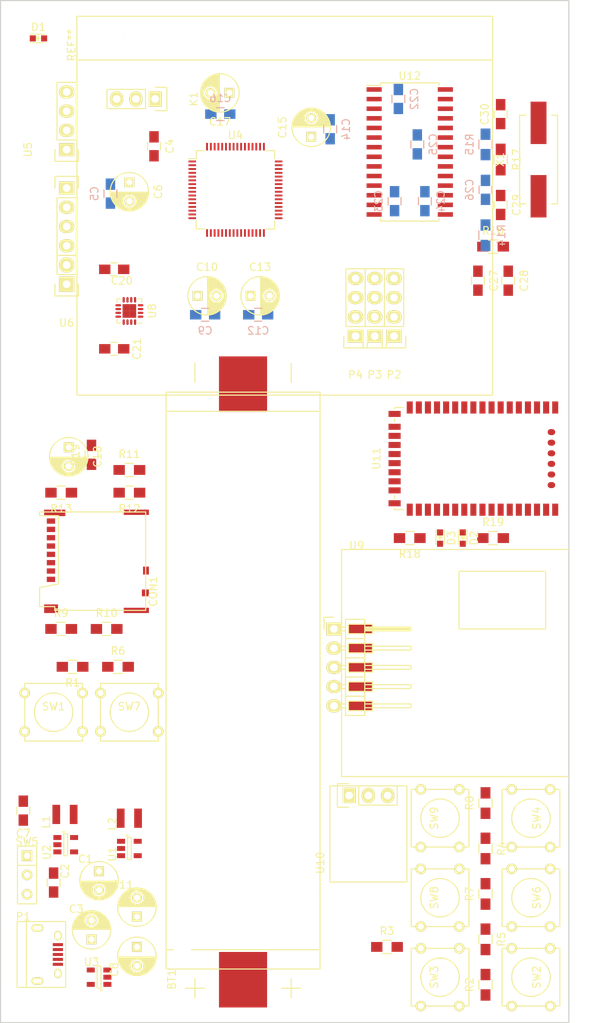
<source format=kicad_pcb>
(kicad_pcb (version 4) (host pcbnew 4.0.2-stable)

  (general
    (links 258)
    (no_connects 258)
    (area 36.924999 39.924999 112.075001 175.075001)
    (thickness 1.6)
    (drawings 4)
    (tracks 0)
    (zones 0)
    (modules 84)
    (nets 77)
  )

  (page A4)
  (title_block
    (title "SenseWalk2: Minimalistic version")
    (rev 1)
    (company "University of Central Florida\\nSenior Design G23\\nBenoit Brummer\\n\\n\\n")
  )

  (layers
    (0 F.Cu signal)
    (31 B.Cu signal)
    (32 B.Adhes user)
    (33 F.Adhes user)
    (34 B.Paste user)
    (35 F.Paste user)
    (36 B.SilkS user)
    (37 F.SilkS user)
    (38 B.Mask user)
    (39 F.Mask user)
    (40 Dwgs.User user)
    (41 Cmts.User user)
    (42 Eco1.User user)
    (43 Eco2.User user)
    (44 Edge.Cuts user)
    (45 Margin user)
    (46 B.CrtYd user)
    (47 F.CrtYd user)
    (48 B.Fab user)
    (49 F.Fab user)
  )

  (setup
    (last_trace_width 0.25)
    (user_trace_width 0.4)
    (user_trace_width 0.5)
    (user_trace_width 0.75)
    (user_trace_width 1)
    (user_trace_width 1.25)
    (user_trace_width 1.5)
    (user_trace_width 1.75)
    (trace_clearance 0.2)
    (zone_clearance 0.508)
    (zone_45_only yes)
    (trace_min 0.2)
    (segment_width 0.2)
    (edge_width 0.15)
    (via_size 0.6)
    (via_drill 0.4)
    (via_min_size 0.4)
    (via_min_drill 0.3)
    (uvia_size 0.3)
    (uvia_drill 0.1)
    (uvias_allowed no)
    (uvia_min_size 0.2)
    (uvia_min_drill 0.1)
    (pcb_text_width 0.3)
    (pcb_text_size 1.5 1.5)
    (mod_edge_width 0.15)
    (mod_text_size 1 1)
    (mod_text_width 0.15)
    (pad_size 1.524 1.524)
    (pad_drill 0.762)
    (pad_to_mask_clearance 0.2)
    (aux_axis_origin 0 0)
    (visible_elements FFFEFF7F)
    (pcbplotparams
      (layerselection 0x00030_80000001)
      (usegerberextensions false)
      (excludeedgelayer true)
      (linewidth 0.100000)
      (plotframeref false)
      (viasonmask false)
      (mode 1)
      (useauxorigin false)
      (hpglpennumber 1)
      (hpglpenspeed 20)
      (hpglpendiameter 15)
      (hpglpenoverlay 2)
      (psnegative false)
      (psa4output false)
      (plotreference true)
      (plotvalue true)
      (plotinvisibletext false)
      (padsonsilk false)
      (subtractmaskfromsilk false)
      (outputformat 1)
      (mirror false)
      (drillshape 1)
      (scaleselection 1)
      (outputdirectory pdf/))
  )

  (net 0 "")
  (net 1 "Net-(BT1-Pad1)")
  (net 2 GND)
  (net 3 +BATT)
  (net 4 +5V)
  (net 5 +3V3)
  (net 6 PD2_SD-CMD)
  (net 7 PC10_SD-D2)
  (net 8 PC11_SD-D3)
  (net 9 PC12_SD-CK)
  (net 10 PC8_SD-D0)
  (net 11 PC9_SD-D1)
  (net 12 PA15_SD-DET)
  (net 13 "Net-(L2-Pad1)")
  (net 14 /in5)
  (net 15 /in6)
  (net 16 /in7)
  (net 17 /in8)
  (net 18 /in1)
  (net 19 /in2)
  (net 20 /in3)
  (net 21 /in4)
  (net 22 PC13_dbg)
  (net 23 NRST)
  (net 24 PC0_MP3-SCL)
  (net 25 PC1_MP3-SDA)
  (net 26 PC2_MAG-MISO)
  (net 27 PA0_las)
  (net 28 PA1_las)
  (net 29 PA2_UART)
  (net 30 PA3_UART)
  (net 31 PA4_BTpcm-Sync)
  (net 32 PA5_MP3-SCK)
  (net 33 PA6_BT-RTS)
  (net 34 PA7_MP3-SDI)
  (net 35 PC4_BT-RX)
  (net 36 PC5_BT-TX)
  (net 37 PB1_BT-CTS)
  (net 38 PB2_BT-GP2)
  (net 39 PB10_MAG-SPC)
  (net 40 "Net-(D1-Pad2)")
  (net 41 PB12_MAG-INT)
  (net 42 PB13_MAG-TRIG)
  (net 43 PB14_MP3-RST)
  (net 44 PB15_MAG-MOSI)
  (net 45 PC6_MP3-DR)
  (net 46 PA9_GPS-RX)
  (net 47 PA13_dbg)
  (net 48 PA14_dbg)
  (net 49 PB3_BTpcm-CLK)
  (net 50 PB5_BTpcm-IN)
  (net 51 PB7_GPS-TX)
  (net 52 PB9_MAG-CS)
  (net 53 "Net-(P4-Pad4)")
  (net 54 "Net-(P4-Pad1)")
  (net 55 "Net-(P4-Pad2)")
  (net 56 "Net-(C26-Pad1)")
  (net 57 "Net-(C28-Pad1)")
  (net 58 "Net-(C29-Pad1)")
  (net 59 "Net-(C27-Pad1)")
  (net 60 "Net-(D2-Pad2)")
  (net 61 "Net-(D2-Pad1)")
  (net 62 "Net-(D3-Pad2)")
  (net 63 "Net-(D3-Pad1)")
  (net 64 "Net-(P3-Pad1)")
  (net 65 "Net-(P3-Pad2)")
  (net 66 "Net-(P3-Pad3)")
  (net 67 "Net-(P3-Pad4)")
  (net 68 "Net-(L1-Pad2)")
  (net 69 "Net-(C3-Pad2)")
  (net 70 "Net-(C26-Pad2)")
  (net 71 "Net-(C30-Pad1)")
  (net 72 PB0_mic)
  (net 73 PB11_BT-GP9)
  (net 74 x-in-1)
  (net 75 x-in-2)
  (net 76 x-in-3)

  (net_class Default "This is the default net class."
    (clearance 0.2)
    (trace_width 0.25)
    (via_dia 0.6)
    (via_drill 0.4)
    (uvia_dia 0.3)
    (uvia_drill 0.1)
    (add_net +3V3)
    (add_net +5V)
    (add_net +BATT)
    (add_net /in1)
    (add_net /in2)
    (add_net /in3)
    (add_net /in4)
    (add_net /in5)
    (add_net /in6)
    (add_net /in7)
    (add_net /in8)
    (add_net GND)
    (add_net NRST)
    (add_net "Net-(BT1-Pad1)")
    (add_net "Net-(C26-Pad1)")
    (add_net "Net-(C26-Pad2)")
    (add_net "Net-(C27-Pad1)")
    (add_net "Net-(C28-Pad1)")
    (add_net "Net-(C29-Pad1)")
    (add_net "Net-(C3-Pad2)")
    (add_net "Net-(C30-Pad1)")
    (add_net "Net-(D1-Pad2)")
    (add_net "Net-(D2-Pad1)")
    (add_net "Net-(D2-Pad2)")
    (add_net "Net-(D3-Pad1)")
    (add_net "Net-(D3-Pad2)")
    (add_net "Net-(L1-Pad2)")
    (add_net "Net-(L2-Pad1)")
    (add_net "Net-(P3-Pad1)")
    (add_net "Net-(P3-Pad2)")
    (add_net "Net-(P3-Pad3)")
    (add_net "Net-(P3-Pad4)")
    (add_net "Net-(P4-Pad1)")
    (add_net "Net-(P4-Pad2)")
    (add_net "Net-(P4-Pad4)")
    (add_net PA0_las)
    (add_net PA13_dbg)
    (add_net PA14_dbg)
    (add_net PA15_SD-DET)
    (add_net PA1_las)
    (add_net PA2_UART)
    (add_net PA3_UART)
    (add_net PA4_BTpcm-Sync)
    (add_net PA5_MP3-SCK)
    (add_net PA6_BT-RTS)
    (add_net PA7_MP3-SDI)
    (add_net PA9_GPS-RX)
    (add_net PB0_mic)
    (add_net PB10_MAG-SPC)
    (add_net PB11_BT-GP9)
    (add_net PB12_MAG-INT)
    (add_net PB13_MAG-TRIG)
    (add_net PB14_MP3-RST)
    (add_net PB15_MAG-MOSI)
    (add_net PB1_BT-CTS)
    (add_net PB2_BT-GP2)
    (add_net PB3_BTpcm-CLK)
    (add_net PB5_BTpcm-IN)
    (add_net PB7_GPS-TX)
    (add_net PB9_MAG-CS)
    (add_net PC0_MP3-SCL)
    (add_net PC10_SD-D2)
    (add_net PC11_SD-D3)
    (add_net PC12_SD-CK)
    (add_net PC13_dbg)
    (add_net PC1_MP3-SDA)
    (add_net PC2_MAG-MISO)
    (add_net PC4_BT-RX)
    (add_net PC5_BT-TX)
    (add_net PC6_MP3-DR)
    (add_net PC8_SD-D0)
    (add_net PC9_SD-D1)
    (add_net PD2_SD-CMD)
    (add_net x-in-1)
    (add_net x-in-2)
    (add_net x-in-3)
  )

  (module Capacitors_ThroughHole:C_Radial_D5_L11_P2.5 (layer F.Cu) (tedit 56CBE4A7) (tstamp 56C95E4C)
    (at 50 155 270)
    (descr "Radial Electrolytic Capacitor Diameter 5mm x Length 11mm, Pitch 2.5mm")
    (tags "Electrolytic Capacitor")
    (path /56B9B3BD)
    (fp_text reference C1 (at -1.6 1.8 540) (layer F.SilkS)
      (effects (font (size 1 1) (thickness 0.15)))
    )
    (fp_text value 10uF (at 1.5 0 270) (layer F.Fab)
      (effects (font (size 1 1) (thickness 0.15)))
    )
    (fp_line (start 1.325 -2.499) (end 1.325 2.499) (layer F.SilkS) (width 0.15))
    (fp_line (start 1.465 -2.491) (end 1.465 2.491) (layer F.SilkS) (width 0.15))
    (fp_line (start 1.605 -2.475) (end 1.605 -0.095) (layer F.SilkS) (width 0.15))
    (fp_line (start 1.605 0.095) (end 1.605 2.475) (layer F.SilkS) (width 0.15))
    (fp_line (start 1.745 -2.451) (end 1.745 -0.49) (layer F.SilkS) (width 0.15))
    (fp_line (start 1.745 0.49) (end 1.745 2.451) (layer F.SilkS) (width 0.15))
    (fp_line (start 1.885 -2.418) (end 1.885 -0.657) (layer F.SilkS) (width 0.15))
    (fp_line (start 1.885 0.657) (end 1.885 2.418) (layer F.SilkS) (width 0.15))
    (fp_line (start 2.025 -2.377) (end 2.025 -0.764) (layer F.SilkS) (width 0.15))
    (fp_line (start 2.025 0.764) (end 2.025 2.377) (layer F.SilkS) (width 0.15))
    (fp_line (start 2.165 -2.327) (end 2.165 -0.835) (layer F.SilkS) (width 0.15))
    (fp_line (start 2.165 0.835) (end 2.165 2.327) (layer F.SilkS) (width 0.15))
    (fp_line (start 2.305 -2.266) (end 2.305 -0.879) (layer F.SilkS) (width 0.15))
    (fp_line (start 2.305 0.879) (end 2.305 2.266) (layer F.SilkS) (width 0.15))
    (fp_line (start 2.445 -2.196) (end 2.445 -0.898) (layer F.SilkS) (width 0.15))
    (fp_line (start 2.445 0.898) (end 2.445 2.196) (layer F.SilkS) (width 0.15))
    (fp_line (start 2.585 -2.114) (end 2.585 -0.896) (layer F.SilkS) (width 0.15))
    (fp_line (start 2.585 0.896) (end 2.585 2.114) (layer F.SilkS) (width 0.15))
    (fp_line (start 2.725 -2.019) (end 2.725 -0.871) (layer F.SilkS) (width 0.15))
    (fp_line (start 2.725 0.871) (end 2.725 2.019) (layer F.SilkS) (width 0.15))
    (fp_line (start 2.865 -1.908) (end 2.865 -0.823) (layer F.SilkS) (width 0.15))
    (fp_line (start 2.865 0.823) (end 2.865 1.908) (layer F.SilkS) (width 0.15))
    (fp_line (start 3.005 -1.78) (end 3.005 -0.745) (layer F.SilkS) (width 0.15))
    (fp_line (start 3.005 0.745) (end 3.005 1.78) (layer F.SilkS) (width 0.15))
    (fp_line (start 3.145 -1.631) (end 3.145 -0.628) (layer F.SilkS) (width 0.15))
    (fp_line (start 3.145 0.628) (end 3.145 1.631) (layer F.SilkS) (width 0.15))
    (fp_line (start 3.285 -1.452) (end 3.285 -0.44) (layer F.SilkS) (width 0.15))
    (fp_line (start 3.285 0.44) (end 3.285 1.452) (layer F.SilkS) (width 0.15))
    (fp_line (start 3.425 -1.233) (end 3.425 1.233) (layer F.SilkS) (width 0.15))
    (fp_line (start 3.565 -0.944) (end 3.565 0.944) (layer F.SilkS) (width 0.15))
    (fp_line (start 3.705 -0.472) (end 3.705 0.472) (layer F.SilkS) (width 0.15))
    (fp_circle (center 2.5 0) (end 2.5 -0.9) (layer F.SilkS) (width 0.15))
    (fp_circle (center 1.25 0) (end 1.25 -2.5375) (layer F.SilkS) (width 0.15))
    (fp_circle (center 1.25 0) (end 1.25 -2.8) (layer F.CrtYd) (width 0.05))
    (pad 1 thru_hole rect (at 0 0 270) (size 1.3 1.3) (drill 0.8) (layers *.Cu *.Mask F.SilkS)
      (net 3 +BATT))
    (pad 2 thru_hole circle (at 2.5 0 270) (size 1.3 1.3) (drill 0.8) (layers *.Cu *.Mask F.SilkS)
      (net 2 GND))
    (model Capacitors_ThroughHole.3dshapes/C_Radial_D5_L11_P2.5.wrl
      (at (xyz 0.049213 0 0))
      (scale (xyz 1 1 1))
      (rotate (xyz 0 0 90))
    )
  )

  (module con-trougnouf:MicroSD (layer F.Cu) (tedit 56CD09D4) (tstamp 56C96B0E)
    (at 43.65 112.05 90)
    (path /56C194C9)
    (fp_text reference CON1 (at -6 13.5 90) (layer F.SilkS)
      (effects (font (size 1 1) (thickness 0.15)))
    )
    (fp_text value uSD_Card (at 1 13.5 90) (layer F.Fab)
      (effects (font (size 1 1) (thickness 0.15)))
    )
    (fp_line (start -8 -0.5) (end -8 -1.5) (layer F.SilkS) (width 0.15))
    (fp_line (start -8 -1.5) (end -5.5 -1.5) (layer F.SilkS) (width 0.15))
    (fp_line (start -5.5 -1.5) (end -5 1) (layer F.SilkS) (width 0.15))
    (fp_line (start -5 1) (end 4 1) (layer F.SilkS) (width 0.15))
    (fp_line (start 4 1) (end 4 -1.5) (layer F.SilkS) (width 0.15))
    (fp_line (start 4 -1.5) (end 4.5 -1.5) (layer F.SilkS) (width 0.15))
    (fp_line (start 4.5 -1.5) (end 4.5 12.5) (layer F.SilkS) (width 0.15))
    (fp_line (start 4.5 12.5) (end -8.5 12.5) (layer F.SilkS) (width 0.15))
    (fp_line (start -8.5 12.5) (end -8.5 0.5) (layer F.SilkS) (width 0.15))
    (fp_line (start -8.5 0.5) (end -8 0.5) (layer F.SilkS) (width 0.15))
    (fp_line (start -8 0.5) (end -8 -0.5) (layer F.SilkS) (width 0.15))
    (pad 6 smd rect (at -2.2 0 90) (size 0.7 1.1) (layers F.Cu F.Paste F.Mask)
      (net 2 GND))
    (pad 3 smd rect (at 1.1 0 90) (size 0.7 1.1) (layers F.Cu F.Paste F.Mask)
      (net 6 PD2_SD-CMD))
    (pad ~ smd rect (at 4.38 0.5 90) (size 0.86 2.8) (layers F.Cu F.Paste F.Mask))
    (pad 1 smd rect (at 3.3 0 90) (size 0.7 1.1) (layers F.Cu F.Paste F.Mask)
      (net 7 PC10_SD-D2))
    (pad 2 smd rect (at 2.2 0 90) (size 0.7 1.1) (layers F.Cu F.Paste F.Mask)
      (net 8 PC11_SD-D3))
    (pad 4 smd rect (at 0 0 90) (size 0.7 1.1) (layers F.Cu F.Paste F.Mask)
      (net 5 +3V3))
    (pad 5 smd rect (at -1.1 0 90) (size 0.7 1.1) (layers F.Cu F.Paste F.Mask)
      (net 9 PC12_SD-CK))
    (pad 7 smd rect (at -3.3 0 90) (size 0.7 1.1) (layers F.Cu F.Paste F.Mask)
      (net 10 PC8_SD-D0))
    (pad 8 smd rect (at -4.4 0 90) (size 0.7 1.1) (layers F.Cu F.Paste F.Mask)
      (net 11 PC9_SD-D1))
    (pad ~ smd rect (at -8.28 0.015 90) (size 1.14 1.83) (layers F.Cu F.Paste F.Mask))
    (pad ~ smd rect (at -8.5 11.265 90) (size 0.7 3.33) (layers F.Cu F.Paste F.Mask))
    (pad 6 smd rect (at -6.19 12.465 90) (size 0.9 0.93) (layers F.Cu F.Paste F.Mask)
      (net 2 GND))
    (pad 9 smd rect (at -3.24 12.54 90) (size 1.05 0.78) (layers F.Cu F.Paste F.Mask)
      (net 12 PA15_SD-DET))
    (pad ~ smd rect (at 4.46 11.265 90) (size 0.7 3.33) (layers F.Cu F.Paste F.Mask))
  )

  (module BT:RN-52 (layer F.Cu) (tedit 55A59B3F) (tstamp 56C96415)
    (at 102 100.5 270)
    (path /56BFE3AB)
    (fp_text reference U11 (at 0 15.4 270) (layer F.SilkS)
      (effects (font (size 1 1) (thickness 0.15)))
    )
    (fp_text value RN-52 (at 0 0 270) (layer F.Fab)
      (effects (font (size 1 1) (thickness 0.15)))
    )
    (fp_line (start 4.85 13) (end 5.25 13) (layer F.SilkS) (width 0.15))
    (fp_line (start -5.25 13) (end -4.85 13) (layer F.SilkS) (width 0.15))
    (fp_line (start -6.75 -13) (end -6.75 -8.4) (layer B.CrtYd) (width 0.15))
    (fp_line (start -6.75 -8.4) (end 6.75 -8.4) (layer B.CrtYd) (width 0.15))
    (fp_line (start 6.75 -8.4) (end 6.75 -13) (layer B.CrtYd) (width 0.15))
    (fp_line (start 6.75 -13) (end -6.75 -13) (layer B.CrtYd) (width 0.15))
    (fp_line (start -6.75 -9) (end -7.75 -9) (layer F.CrtYd) (width 0.15))
    (fp_line (start -7.75 -9) (end -7.75 14) (layer F.CrtYd) (width 0.15))
    (fp_line (start -7.75 14) (end 8.05 14) (layer F.CrtYd) (width 0.15))
    (fp_line (start 8.05 14) (end 8.05 -9) (layer F.CrtYd) (width 0.15))
    (fp_line (start 8.05 -9) (end 6.75 -9) (layer F.CrtYd) (width 0.15))
    (fp_line (start -6.75 -9) (end -6.75 -13) (layer F.CrtYd) (width 0.15))
    (fp_line (start -6.75 -13) (end 6.75 -13) (layer F.CrtYd) (width 0.15))
    (fp_line (start 6.75 -13) (end 6.75 -9) (layer F.CrtYd) (width 0.15))
    (fp_line (start 6.75 13) (end 6.55 13) (layer F.SilkS) (width 0.15))
    (fp_line (start 6.75 11.8) (end 6.75 13) (layer F.SilkS) (width 0.15))
    (fp_line (start -6.75 11.8) (end -6.75 13) (layer F.SilkS) (width 0.15))
    (fp_line (start -6.75 13) (end -6.55 13) (layer F.SilkS) (width 0.15))
    (fp_text user "GND Edge" (at 0 -9.5 270) (layer F.Fab)
      (effects (font (size 1 1) (thickness 0.15)))
    )
    (fp_line (start -6.75 -8.4) (end 6.75 -8.4) (layer F.Fab) (width 0.15))
    (pad 28 smd rect (at 6.75 11 270) (size 1.6 0.8) (layers F.Cu F.Paste F.Mask))
    (pad 27 smd rect (at 5.9 13 270) (size 0.8 1.6) (layers F.Cu F.Paste F.Mask)
      (net 2 GND))
    (pad 19 smd rect (at -4.2 13 270) (size 0.8 1.6) (layers F.Cu F.Paste F.Mask))
    (pad 1 smd rect (at -6.75 -8.2 270) (size 1.6 0.8) (layers F.Cu F.Paste F.Mask)
      (net 2 GND))
    (pad 2 smd rect (at -6.75 -7 270) (size 1.6 0.8) (layers F.Cu F.Paste F.Mask)
      (net 38 PB2_BT-GP2))
    (pad 3 smd rect (at -6.75 -5.8 270) (size 1.6 0.8) (layers F.Cu F.Paste F.Mask))
    (pad 4 smd rect (at -6.75 -4.6 270) (size 1.6 0.8) (layers F.Cu F.Paste F.Mask))
    (pad 5 smd rect (at -6.75 -3.4 270) (size 1.6 0.8) (layers F.Cu F.Paste F.Mask))
    (pad 6 smd rect (at -6.75 -2.2 270) (size 1.6 0.8) (layers F.Cu F.Paste F.Mask))
    (pad 7 smd rect (at -6.75 -1 270) (size 1.6 0.8) (layers F.Cu F.Paste F.Mask))
    (pad 8 smd rect (at -6.75 0.2 270) (size 1.6 0.8) (layers F.Cu F.Paste F.Mask))
    (pad 9 smd rect (at -6.75 1.4 270) (size 1.6 0.8) (layers F.Cu F.Paste F.Mask))
    (pad 10 smd rect (at -6.75 2.6 270) (size 1.6 0.8) (layers F.Cu F.Paste F.Mask))
    (pad 11 smd rect (at -6.75 3.8 270) (size 1.6 0.8) (layers F.Cu F.Paste F.Mask)
      (net 73 PB11_BT-GP9))
    (pad 12 smd rect (at -6.75 5 270) (size 1.6 0.8) (layers F.Cu F.Paste F.Mask))
    (pad 13 smd rect (at -6.75 6.2 270) (size 1.6 0.8) (layers F.Cu F.Paste F.Mask))
    (pad 14 smd rect (at -6.75 7.4 270) (size 1.6 0.8) (layers F.Cu F.Paste F.Mask)
      (net 33 PA6_BT-RTS))
    (pad 15 smd rect (at -6.75 8.6 270) (size 1.6 0.8) (layers F.Cu F.Paste F.Mask)
      (net 37 PB1_BT-CTS))
    (pad 16 smd rect (at -6.75 9.8 270) (size 1.6 0.8) (layers F.Cu F.Paste F.Mask)
      (net 36 PC5_BT-TX))
    (pad 17 smd rect (at -6.75 11 270) (size 1.6 0.8) (layers F.Cu F.Paste F.Mask)
      (net 35 PC4_BT-RX))
    (pad 18 smd rect (at -5.9 13 270) (size 0.8 1.6) (layers F.Cu F.Paste F.Mask)
      (net 2 GND))
    (pad 20 smd rect (at -3 13 270) (size 0.8 1.6) (layers F.Cu F.Paste F.Mask))
    (pad 21 smd rect (at -1.8 13 270) (size 0.8 1.6) (layers F.Cu F.Paste F.Mask)
      (net 5 +3V3))
    (pad 22 smd rect (at -0.6 13 270) (size 0.8 1.6) (layers F.Cu F.Paste F.Mask)
      (net 5 +3V3))
    (pad 23 smd rect (at 0.6 13 270) (size 0.8 1.6) (layers F.Cu F.Paste F.Mask)
      (net 67 "Net-(P3-Pad4)"))
    (pad 24 smd rect (at 1.8 13 270) (size 0.8 1.6) (layers F.Cu F.Paste F.Mask)
      (net 66 "Net-(P3-Pad3)"))
    (pad 25 smd rect (at 3 13 270) (size 0.8 1.6) (layers F.Cu F.Paste F.Mask)
      (net 65 "Net-(P3-Pad2)"))
    (pad 26 smd rect (at 4.2 13 270) (size 0.8 1.6) (layers F.Cu F.Paste F.Mask)
      (net 64 "Net-(P3-Pad1)"))
    (pad 29 smd rect (at 6.75 9.8 270) (size 1.6 0.8) (layers F.Cu F.Paste F.Mask))
    (pad 30 smd rect (at 6.75 8.6 270) (size 1.6 0.8) (layers F.Cu F.Paste F.Mask))
    (pad 31 smd rect (at 6.75 7.4 270) (size 1.6 0.8) (layers F.Cu F.Paste F.Mask))
    (pad 32 smd rect (at 6.75 6.2 270) (size 1.6 0.8) (layers F.Cu F.Paste F.Mask)
      (net 63 "Net-(D3-Pad1)"))
    (pad 33 smd rect (at 6.75 5 270) (size 1.6 0.8) (layers F.Cu F.Paste F.Mask)
      (net 61 "Net-(D2-Pad1)"))
    (pad 34 smd rect (at 6.75 3.8 270) (size 1.6 0.8) (layers F.Cu F.Paste F.Mask))
    (pad 35 smd rect (at 6.75 2.6 270) (size 1.6 0.8) (layers F.Cu F.Paste F.Mask))
    (pad 36 smd rect (at 6.75 1.4 270) (size 1.6 0.8) (layers F.Cu F.Paste F.Mask))
    (pad 37 smd rect (at 6.75 0.2 270) (size 1.6 0.8) (layers F.Cu F.Paste F.Mask))
    (pad 38 smd rect (at 6.75 -1 270) (size 1.6 0.8) (layers F.Cu F.Paste F.Mask))
    (pad 39 smd rect (at 6.75 -2.2 270) (size 1.6 0.8) (layers F.Cu F.Paste F.Mask)
      (net 2 GND))
    (pad 40 smd rect (at 6.75 -3.4 270) (size 1.6 0.8) (layers F.Cu F.Paste F.Mask))
    (pad 41 smd rect (at 6.75 -4.6 270) (size 1.6 0.8) (layers F.Cu F.Paste F.Mask))
    (pad 42 smd rect (at 6.75 -5.8 270) (size 1.6 0.8) (layers F.Cu F.Paste F.Mask))
    (pad 43 smd rect (at 6.75 -7 270) (size 1.6 0.8) (layers F.Cu F.Paste F.Mask))
    (pad 44 smd rect (at 6.75 -8.2 270) (size 1.6 0.8) (layers F.Cu F.Paste F.Mask)
      (net 2 GND))
    (pad 45 smd oval (at 3.5 -7.7 270) (size 0.8 1) (layers F.Cu F.Paste F.Mask)
      (net 2 GND))
    (pad 46 smd oval (at 2.1 -7.7 270) (size 0.8 1) (layers F.Cu F.Paste F.Mask)
      (net 2 GND))
    (pad 47 smd oval (at 0.7 -7.7 270) (size 0.8 1) (layers F.Cu F.Paste F.Mask)
      (net 2 GND))
    (pad 48 smd oval (at -0.7 -7.7 270) (size 0.8 1) (layers F.Cu F.Paste F.Mask)
      (net 2 GND))
    (pad 49 smd oval (at -2.1 -7.7 270) (size 0.8 1) (layers F.Cu F.Paste F.Mask)
      (net 2 GND))
    (pad 50 smd oval (at -3.5 -7.7 270) (size 0.8 1) (layers F.Cu F.Paste F.Mask)
      (net 2 GND))
  )

  (module con-trougnouf:18650BatteryHolder (layer F.Cu) (tedit 56CBE491) (tstamp 56C95E46)
    (at 69 173 270)
    (descr http://keyelco.com/product-pdf.cfm?p=13957)
    (tags " Keystone Electronics 1042P")
    (path /56B971E8)
    (fp_text reference BT1 (at -3.7 9.4 270) (layer F.SilkS)
      (effects (font (size 1 1) (thickness 0.15)))
    )
    (fp_text value Battery (at -29 0 270) (layer F.Fab)
      (effects (font (size 1 1) (thickness 0.15)))
    )
    (fp_line (start -2.54 5.08) (end -2.54 7.62) (layer F.SilkS) (width 0.15))
    (fp_line (start -3.81 6.35) (end -1.27 6.35) (layer F.SilkS) (width 0.15))
    (fp_line (start -2.54 -7.62) (end -2.54 -5.08) (layer F.SilkS) (width 0.15))
    (fp_line (start -3.81 -6.35) (end -1.27 -6.35) (layer F.SilkS) (width 0.15))
    (fp_line (start -85.09 6.35) (end -82.55 6.35) (layer F.SilkS) (width 0.15))
    (fp_line (start -82.55 -6.35) (end -85.09 -6.35) (layer F.SilkS) (width 0.15))
    (fp_line (start -78.74 -10.16) (end -81.28 -10.16) (layer F.SilkS) (width 0.15))
    (fp_line (start -81.28 -10.16) (end -81.28 10.16) (layer F.SilkS) (width 0.15))
    (fp_line (start -81.28 10.16) (end -78.74 10.16) (layer F.SilkS) (width 0.15))
    (fp_line (start -7.62 10.16) (end -6.35 10.16) (layer F.SilkS) (width 0.15))
    (fp_line (start -6.35 10.16) (end -5.08 10.16) (layer F.SilkS) (width 0.15))
    (fp_line (start -5.08 10.16) (end -5.08 -10.16) (layer F.SilkS) (width 0.15))
    (fp_line (start -5.08 -10.16) (end -7.62 -10.16) (layer F.SilkS) (width 0.15))
    (fp_line (start -7.62 -10.16) (end -7.62 10.16) (layer F.SilkS) (width 0.15))
    (fp_line (start -7.62 10.16) (end -78.74 10.16) (layer F.SilkS) (width 0.15))
    (fp_line (start -78.74 10.16) (end -78.74 -10.16) (layer F.SilkS) (width 0.15))
    (fp_line (start -78.74 -10.16) (end -7.62 -10.16) (layer F.SilkS) (width 0.15))
    (pad "" np_thru_hole oval (at -70.87 8 270) (size 3.45 3.45) (drill 3.45) (layers *.Cu *.Mask F.SilkS))
    (pad 1 smd rect (at -3.67 0 270) (size 7.34 6.35) (layers F.Cu F.Paste F.Mask)
      (net 1 "Net-(BT1-Pad1)"))
    (pad 2 smd rect (at -82.33 0 270) (size 7.34 6.35) (layers F.Cu F.Paste F.Mask)
      (net 2 GND))
    (pad "" np_thru_hole oval (at -7.34 8 270) (size 2.39 2.39) (drill 2.39) (layers *.Cu *.Mask F.SilkS))
    (pad "" np_thru_hole oval (at -15.67 -8 270) (size 3.45 3.45) (drill 3.45) (layers *.Cu *.Mask F.SilkS))
  )

  (module Capacitors_ThroughHole:C_Radial_D5_L11_P2.5 (layer F.Cu) (tedit 56CA7DDC) (tstamp 56C95E58)
    (at 49 164 90)
    (descr "Radial Electrolytic Capacitor Diameter 5mm x Length 11mm, Pitch 2.5mm")
    (tags "Electrolytic Capacitor")
    (path /56B99A60)
    (fp_text reference C3 (at 4 -2 180) (layer F.SilkS)
      (effects (font (size 1 1) (thickness 0.15)))
    )
    (fp_text value 1uF (at 1 0 180) (layer F.Fab)
      (effects (font (size 1 1) (thickness 0.15)))
    )
    (fp_line (start 1.325 -2.499) (end 1.325 2.499) (layer F.SilkS) (width 0.15))
    (fp_line (start 1.465 -2.491) (end 1.465 2.491) (layer F.SilkS) (width 0.15))
    (fp_line (start 1.605 -2.475) (end 1.605 -0.095) (layer F.SilkS) (width 0.15))
    (fp_line (start 1.605 0.095) (end 1.605 2.475) (layer F.SilkS) (width 0.15))
    (fp_line (start 1.745 -2.451) (end 1.745 -0.49) (layer F.SilkS) (width 0.15))
    (fp_line (start 1.745 0.49) (end 1.745 2.451) (layer F.SilkS) (width 0.15))
    (fp_line (start 1.885 -2.418) (end 1.885 -0.657) (layer F.SilkS) (width 0.15))
    (fp_line (start 1.885 0.657) (end 1.885 2.418) (layer F.SilkS) (width 0.15))
    (fp_line (start 2.025 -2.377) (end 2.025 -0.764) (layer F.SilkS) (width 0.15))
    (fp_line (start 2.025 0.764) (end 2.025 2.377) (layer F.SilkS) (width 0.15))
    (fp_line (start 2.165 -2.327) (end 2.165 -0.835) (layer F.SilkS) (width 0.15))
    (fp_line (start 2.165 0.835) (end 2.165 2.327) (layer F.SilkS) (width 0.15))
    (fp_line (start 2.305 -2.266) (end 2.305 -0.879) (layer F.SilkS) (width 0.15))
    (fp_line (start 2.305 0.879) (end 2.305 2.266) (layer F.SilkS) (width 0.15))
    (fp_line (start 2.445 -2.196) (end 2.445 -0.898) (layer F.SilkS) (width 0.15))
    (fp_line (start 2.445 0.898) (end 2.445 2.196) (layer F.SilkS) (width 0.15))
    (fp_line (start 2.585 -2.114) (end 2.585 -0.896) (layer F.SilkS) (width 0.15))
    (fp_line (start 2.585 0.896) (end 2.585 2.114) (layer F.SilkS) (width 0.15))
    (fp_line (start 2.725 -2.019) (end 2.725 -0.871) (layer F.SilkS) (width 0.15))
    (fp_line (start 2.725 0.871) (end 2.725 2.019) (layer F.SilkS) (width 0.15))
    (fp_line (start 2.865 -1.908) (end 2.865 -0.823) (layer F.SilkS) (width 0.15))
    (fp_line (start 2.865 0.823) (end 2.865 1.908) (layer F.SilkS) (width 0.15))
    (fp_line (start 3.005 -1.78) (end 3.005 -0.745) (layer F.SilkS) (width 0.15))
    (fp_line (start 3.005 0.745) (end 3.005 1.78) (layer F.SilkS) (width 0.15))
    (fp_line (start 3.145 -1.631) (end 3.145 -0.628) (layer F.SilkS) (width 0.15))
    (fp_line (start 3.145 0.628) (end 3.145 1.631) (layer F.SilkS) (width 0.15))
    (fp_line (start 3.285 -1.452) (end 3.285 -0.44) (layer F.SilkS) (width 0.15))
    (fp_line (start 3.285 0.44) (end 3.285 1.452) (layer F.SilkS) (width 0.15))
    (fp_line (start 3.425 -1.233) (end 3.425 1.233) (layer F.SilkS) (width 0.15))
    (fp_line (start 3.565 -0.944) (end 3.565 0.944) (layer F.SilkS) (width 0.15))
    (fp_line (start 3.705 -0.472) (end 3.705 0.472) (layer F.SilkS) (width 0.15))
    (fp_circle (center 2.5 0) (end 2.5 -0.9) (layer F.SilkS) (width 0.15))
    (fp_circle (center 1.25 0) (end 1.25 -2.5375) (layer F.SilkS) (width 0.15))
    (fp_circle (center 1.25 0) (end 1.25 -2.8) (layer F.CrtYd) (width 0.05))
    (pad 1 thru_hole rect (at 0 0 90) (size 1.3 1.3) (drill 0.8) (layers *.Cu *.Mask F.SilkS)
      (net 2 GND))
    (pad 2 thru_hole circle (at 2.5 0 90) (size 1.3 1.3) (drill 0.8) (layers *.Cu *.Mask F.SilkS)
      (net 69 "Net-(C3-Pad2)"))
    (model Capacitors_ThroughHole.3dshapes/C_Radial_D5_L11_P2.5.wrl
      (at (xyz 0.049213 0 0))
      (scale (xyz 1 1 1))
      (rotate (xyz 0 0 90))
    )
  )

  (module Capacitors_SMD:C_0805_HandSoldering (layer F.Cu) (tedit 541A9B8D) (tstamp 56C95E5E)
    (at 57.25 59.25 270)
    (descr "Capacitor SMD 0805, hand soldering")
    (tags "capacitor 0805")
    (path /56C98142)
    (attr smd)
    (fp_text reference C4 (at 0 -2.1 270) (layer F.SilkS)
      (effects (font (size 1 1) (thickness 0.15)))
    )
    (fp_text value 0.1uF (at 0 2.1 270) (layer F.Fab)
      (effects (font (size 1 1) (thickness 0.15)))
    )
    (fp_line (start -2.3 -1) (end 2.3 -1) (layer F.CrtYd) (width 0.05))
    (fp_line (start -2.3 1) (end 2.3 1) (layer F.CrtYd) (width 0.05))
    (fp_line (start -2.3 -1) (end -2.3 1) (layer F.CrtYd) (width 0.05))
    (fp_line (start 2.3 -1) (end 2.3 1) (layer F.CrtYd) (width 0.05))
    (fp_line (start 0.5 -0.85) (end -0.5 -0.85) (layer F.SilkS) (width 0.15))
    (fp_line (start -0.5 0.85) (end 0.5 0.85) (layer F.SilkS) (width 0.15))
    (pad 1 smd rect (at -1.25 0 270) (size 1.5 1.25) (layers F.Cu F.Paste F.Mask)
      (net 2 GND))
    (pad 2 smd rect (at 1.25 0 270) (size 1.5 1.25) (layers F.Cu F.Paste F.Mask)
      (net 5 +3V3))
    (model Capacitors_SMD.3dshapes/C_0805_HandSoldering.wrl
      (at (xyz 0 0 0))
      (scale (xyz 1 1 1))
      (rotate (xyz 0 0 0))
    )
  )

  (module Capacitors_ThroughHole:C_Radial_D5_L11_P2.5 (layer F.Cu) (tedit 0) (tstamp 56C95E6A)
    (at 54 64 270)
    (descr "Radial Electrolytic Capacitor Diameter 5mm x Length 11mm, Pitch 2.5mm")
    (tags "Electrolytic Capacitor")
    (path /56CA080D)
    (fp_text reference C6 (at 1.25 -3.8 270) (layer F.SilkS)
      (effects (font (size 1 1) (thickness 0.15)))
    )
    (fp_text value 4.7uF (at 1.25 3.8 270) (layer F.Fab)
      (effects (font (size 1 1) (thickness 0.15)))
    )
    (fp_line (start 1.325 -2.499) (end 1.325 2.499) (layer F.SilkS) (width 0.15))
    (fp_line (start 1.465 -2.491) (end 1.465 2.491) (layer F.SilkS) (width 0.15))
    (fp_line (start 1.605 -2.475) (end 1.605 -0.095) (layer F.SilkS) (width 0.15))
    (fp_line (start 1.605 0.095) (end 1.605 2.475) (layer F.SilkS) (width 0.15))
    (fp_line (start 1.745 -2.451) (end 1.745 -0.49) (layer F.SilkS) (width 0.15))
    (fp_line (start 1.745 0.49) (end 1.745 2.451) (layer F.SilkS) (width 0.15))
    (fp_line (start 1.885 -2.418) (end 1.885 -0.657) (layer F.SilkS) (width 0.15))
    (fp_line (start 1.885 0.657) (end 1.885 2.418) (layer F.SilkS) (width 0.15))
    (fp_line (start 2.025 -2.377) (end 2.025 -0.764) (layer F.SilkS) (width 0.15))
    (fp_line (start 2.025 0.764) (end 2.025 2.377) (layer F.SilkS) (width 0.15))
    (fp_line (start 2.165 -2.327) (end 2.165 -0.835) (layer F.SilkS) (width 0.15))
    (fp_line (start 2.165 0.835) (end 2.165 2.327) (layer F.SilkS) (width 0.15))
    (fp_line (start 2.305 -2.266) (end 2.305 -0.879) (layer F.SilkS) (width 0.15))
    (fp_line (start 2.305 0.879) (end 2.305 2.266) (layer F.SilkS) (width 0.15))
    (fp_line (start 2.445 -2.196) (end 2.445 -0.898) (layer F.SilkS) (width 0.15))
    (fp_line (start 2.445 0.898) (end 2.445 2.196) (layer F.SilkS) (width 0.15))
    (fp_line (start 2.585 -2.114) (end 2.585 -0.896) (layer F.SilkS) (width 0.15))
    (fp_line (start 2.585 0.896) (end 2.585 2.114) (layer F.SilkS) (width 0.15))
    (fp_line (start 2.725 -2.019) (end 2.725 -0.871) (layer F.SilkS) (width 0.15))
    (fp_line (start 2.725 0.871) (end 2.725 2.019) (layer F.SilkS) (width 0.15))
    (fp_line (start 2.865 -1.908) (end 2.865 -0.823) (layer F.SilkS) (width 0.15))
    (fp_line (start 2.865 0.823) (end 2.865 1.908) (layer F.SilkS) (width 0.15))
    (fp_line (start 3.005 -1.78) (end 3.005 -0.745) (layer F.SilkS) (width 0.15))
    (fp_line (start 3.005 0.745) (end 3.005 1.78) (layer F.SilkS) (width 0.15))
    (fp_line (start 3.145 -1.631) (end 3.145 -0.628) (layer F.SilkS) (width 0.15))
    (fp_line (start 3.145 0.628) (end 3.145 1.631) (layer F.SilkS) (width 0.15))
    (fp_line (start 3.285 -1.452) (end 3.285 -0.44) (layer F.SilkS) (width 0.15))
    (fp_line (start 3.285 0.44) (end 3.285 1.452) (layer F.SilkS) (width 0.15))
    (fp_line (start 3.425 -1.233) (end 3.425 1.233) (layer F.SilkS) (width 0.15))
    (fp_line (start 3.565 -0.944) (end 3.565 0.944) (layer F.SilkS) (width 0.15))
    (fp_line (start 3.705 -0.472) (end 3.705 0.472) (layer F.SilkS) (width 0.15))
    (fp_circle (center 2.5 0) (end 2.5 -0.9) (layer F.SilkS) (width 0.15))
    (fp_circle (center 1.25 0) (end 1.25 -2.5375) (layer F.SilkS) (width 0.15))
    (fp_circle (center 1.25 0) (end 1.25 -2.8) (layer F.CrtYd) (width 0.05))
    (pad 1 thru_hole rect (at 0 0 270) (size 1.3 1.3) (drill 0.8) (layers *.Cu *.Mask F.SilkS)
      (net 2 GND))
    (pad 2 thru_hole circle (at 2.5 0 270) (size 1.3 1.3) (drill 0.8) (layers *.Cu *.Mask F.SilkS)
      (net 5 +3V3))
    (model Capacitors_ThroughHole.3dshapes/C_Radial_D5_L11_P2.5.wrl
      (at (xyz 0.049213 0 0))
      (scale (xyz 1 1 1))
      (rotate (xyz 0 0 90))
    )
  )

  (module Capacitors_SMD:C_0805_HandSoldering (layer F.Cu) (tedit 56CA7D73) (tstamp 56C95E70)
    (at 40 147 270)
    (descr "Capacitor SMD 0805, hand soldering")
    (tags "capacitor 0805")
    (path /56D339A8)
    (attr smd)
    (fp_text reference C7 (at 3 0 360) (layer F.SilkS)
      (effects (font (size 1 1) (thickness 0.15)))
    )
    (fp_text value 10uF (at -0.5 0 270) (layer F.Fab)
      (effects (font (size 1 1) (thickness 0.15)))
    )
    (fp_line (start -2.3 -1) (end 2.3 -1) (layer F.CrtYd) (width 0.05))
    (fp_line (start -2.3 1) (end 2.3 1) (layer F.CrtYd) (width 0.05))
    (fp_line (start -2.3 -1) (end -2.3 1) (layer F.CrtYd) (width 0.05))
    (fp_line (start 2.3 -1) (end 2.3 1) (layer F.CrtYd) (width 0.05))
    (fp_line (start 0.5 -0.85) (end -0.5 -0.85) (layer F.SilkS) (width 0.15))
    (fp_line (start -0.5 0.85) (end 0.5 0.85) (layer F.SilkS) (width 0.15))
    (pad 1 smd rect (at -1.25 0 270) (size 1.5 1.25) (layers F.Cu F.Paste F.Mask)
      (net 4 +5V))
    (pad 2 smd rect (at 1.25 0 270) (size 1.5 1.25) (layers F.Cu F.Paste F.Mask)
      (net 2 GND))
    (model Capacitors_SMD.3dshapes/C_0805_HandSoldering.wrl
      (at (xyz 0 0 0))
      (scale (xyz 1 1 1))
      (rotate (xyz 0 0 0))
    )
  )

  (module Capacitors_ThroughHole:C_Radial_D5_L11_P2.5 (layer F.Cu) (tedit 56CA7DD3) (tstamp 56C95E76)
    (at 55 165 270)
    (descr "Radial Electrolytic Capacitor Diameter 5mm x Length 11mm, Pitch 2.5mm")
    (tags "Electrolytic Capacitor")
    (path /56B9A3C3)
    (fp_text reference C8 (at 3 3 270) (layer F.SilkS)
      (effects (font (size 1 1) (thickness 0.15)))
    )
    (fp_text value 1uF (at 1 0 270) (layer F.Fab)
      (effects (font (size 1 1) (thickness 0.15)))
    )
    (fp_line (start 1.325 -2.499) (end 1.325 2.499) (layer F.SilkS) (width 0.15))
    (fp_line (start 1.465 -2.491) (end 1.465 2.491) (layer F.SilkS) (width 0.15))
    (fp_line (start 1.605 -2.475) (end 1.605 -0.095) (layer F.SilkS) (width 0.15))
    (fp_line (start 1.605 0.095) (end 1.605 2.475) (layer F.SilkS) (width 0.15))
    (fp_line (start 1.745 -2.451) (end 1.745 -0.49) (layer F.SilkS) (width 0.15))
    (fp_line (start 1.745 0.49) (end 1.745 2.451) (layer F.SilkS) (width 0.15))
    (fp_line (start 1.885 -2.418) (end 1.885 -0.657) (layer F.SilkS) (width 0.15))
    (fp_line (start 1.885 0.657) (end 1.885 2.418) (layer F.SilkS) (width 0.15))
    (fp_line (start 2.025 -2.377) (end 2.025 -0.764) (layer F.SilkS) (width 0.15))
    (fp_line (start 2.025 0.764) (end 2.025 2.377) (layer F.SilkS) (width 0.15))
    (fp_line (start 2.165 -2.327) (end 2.165 -0.835) (layer F.SilkS) (width 0.15))
    (fp_line (start 2.165 0.835) (end 2.165 2.327) (layer F.SilkS) (width 0.15))
    (fp_line (start 2.305 -2.266) (end 2.305 -0.879) (layer F.SilkS) (width 0.15))
    (fp_line (start 2.305 0.879) (end 2.305 2.266) (layer F.SilkS) (width 0.15))
    (fp_line (start 2.445 -2.196) (end 2.445 -0.898) (layer F.SilkS) (width 0.15))
    (fp_line (start 2.445 0.898) (end 2.445 2.196) (layer F.SilkS) (width 0.15))
    (fp_line (start 2.585 -2.114) (end 2.585 -0.896) (layer F.SilkS) (width 0.15))
    (fp_line (start 2.585 0.896) (end 2.585 2.114) (layer F.SilkS) (width 0.15))
    (fp_line (start 2.725 -2.019) (end 2.725 -0.871) (layer F.SilkS) (width 0.15))
    (fp_line (start 2.725 0.871) (end 2.725 2.019) (layer F.SilkS) (width 0.15))
    (fp_line (start 2.865 -1.908) (end 2.865 -0.823) (layer F.SilkS) (width 0.15))
    (fp_line (start 2.865 0.823) (end 2.865 1.908) (layer F.SilkS) (width 0.15))
    (fp_line (start 3.005 -1.78) (end 3.005 -0.745) (layer F.SilkS) (width 0.15))
    (fp_line (start 3.005 0.745) (end 3.005 1.78) (layer F.SilkS) (width 0.15))
    (fp_line (start 3.145 -1.631) (end 3.145 -0.628) (layer F.SilkS) (width 0.15))
    (fp_line (start 3.145 0.628) (end 3.145 1.631) (layer F.SilkS) (width 0.15))
    (fp_line (start 3.285 -1.452) (end 3.285 -0.44) (layer F.SilkS) (width 0.15))
    (fp_line (start 3.285 0.44) (end 3.285 1.452) (layer F.SilkS) (width 0.15))
    (fp_line (start 3.425 -1.233) (end 3.425 1.233) (layer F.SilkS) (width 0.15))
    (fp_line (start 3.565 -0.944) (end 3.565 0.944) (layer F.SilkS) (width 0.15))
    (fp_line (start 3.705 -0.472) (end 3.705 0.472) (layer F.SilkS) (width 0.15))
    (fp_circle (center 2.5 0) (end 2.5 -0.9) (layer F.SilkS) (width 0.15))
    (fp_circle (center 1.25 0) (end 1.25 -2.5375) (layer F.SilkS) (width 0.15))
    (fp_circle (center 1.25 0) (end 1.25 -2.8) (layer F.CrtYd) (width 0.05))
    (pad 1 thru_hole rect (at 0 0 270) (size 1.3 1.3) (drill 0.8) (layers *.Cu *.Mask F.SilkS)
      (net 1 "Net-(BT1-Pad1)"))
    (pad 2 thru_hole circle (at 2.5 0 270) (size 1.3 1.3) (drill 0.8) (layers *.Cu *.Mask F.SilkS)
      (net 2 GND))
    (model Capacitors_ThroughHole.3dshapes/C_Radial_D5_L11_P2.5.wrl
      (at (xyz 0.049213 0 0))
      (scale (xyz 1 1 1))
      (rotate (xyz 0 0 90))
    )
  )

  (module Capacitors_ThroughHole:C_Radial_D5_L11_P2.5 (layer F.Cu) (tedit 0) (tstamp 56C95E82)
    (at 63 79)
    (descr "Radial Electrolytic Capacitor Diameter 5mm x Length 11mm, Pitch 2.5mm")
    (tags "Electrolytic Capacitor")
    (path /56C9327D)
    (fp_text reference C10 (at 1.25 -3.8) (layer F.SilkS)
      (effects (font (size 1 1) (thickness 0.15)))
    )
    (fp_text value 4.7uF (at 1.25 3.8) (layer F.Fab)
      (effects (font (size 1 1) (thickness 0.15)))
    )
    (fp_line (start 1.325 -2.499) (end 1.325 2.499) (layer F.SilkS) (width 0.15))
    (fp_line (start 1.465 -2.491) (end 1.465 2.491) (layer F.SilkS) (width 0.15))
    (fp_line (start 1.605 -2.475) (end 1.605 -0.095) (layer F.SilkS) (width 0.15))
    (fp_line (start 1.605 0.095) (end 1.605 2.475) (layer F.SilkS) (width 0.15))
    (fp_line (start 1.745 -2.451) (end 1.745 -0.49) (layer F.SilkS) (width 0.15))
    (fp_line (start 1.745 0.49) (end 1.745 2.451) (layer F.SilkS) (width 0.15))
    (fp_line (start 1.885 -2.418) (end 1.885 -0.657) (layer F.SilkS) (width 0.15))
    (fp_line (start 1.885 0.657) (end 1.885 2.418) (layer F.SilkS) (width 0.15))
    (fp_line (start 2.025 -2.377) (end 2.025 -0.764) (layer F.SilkS) (width 0.15))
    (fp_line (start 2.025 0.764) (end 2.025 2.377) (layer F.SilkS) (width 0.15))
    (fp_line (start 2.165 -2.327) (end 2.165 -0.835) (layer F.SilkS) (width 0.15))
    (fp_line (start 2.165 0.835) (end 2.165 2.327) (layer F.SilkS) (width 0.15))
    (fp_line (start 2.305 -2.266) (end 2.305 -0.879) (layer F.SilkS) (width 0.15))
    (fp_line (start 2.305 0.879) (end 2.305 2.266) (layer F.SilkS) (width 0.15))
    (fp_line (start 2.445 -2.196) (end 2.445 -0.898) (layer F.SilkS) (width 0.15))
    (fp_line (start 2.445 0.898) (end 2.445 2.196) (layer F.SilkS) (width 0.15))
    (fp_line (start 2.585 -2.114) (end 2.585 -0.896) (layer F.SilkS) (width 0.15))
    (fp_line (start 2.585 0.896) (end 2.585 2.114) (layer F.SilkS) (width 0.15))
    (fp_line (start 2.725 -2.019) (end 2.725 -0.871) (layer F.SilkS) (width 0.15))
    (fp_line (start 2.725 0.871) (end 2.725 2.019) (layer F.SilkS) (width 0.15))
    (fp_line (start 2.865 -1.908) (end 2.865 -0.823) (layer F.SilkS) (width 0.15))
    (fp_line (start 2.865 0.823) (end 2.865 1.908) (layer F.SilkS) (width 0.15))
    (fp_line (start 3.005 -1.78) (end 3.005 -0.745) (layer F.SilkS) (width 0.15))
    (fp_line (start 3.005 0.745) (end 3.005 1.78) (layer F.SilkS) (width 0.15))
    (fp_line (start 3.145 -1.631) (end 3.145 -0.628) (layer F.SilkS) (width 0.15))
    (fp_line (start 3.145 0.628) (end 3.145 1.631) (layer F.SilkS) (width 0.15))
    (fp_line (start 3.285 -1.452) (end 3.285 -0.44) (layer F.SilkS) (width 0.15))
    (fp_line (start 3.285 0.44) (end 3.285 1.452) (layer F.SilkS) (width 0.15))
    (fp_line (start 3.425 -1.233) (end 3.425 1.233) (layer F.SilkS) (width 0.15))
    (fp_line (start 3.565 -0.944) (end 3.565 0.944) (layer F.SilkS) (width 0.15))
    (fp_line (start 3.705 -0.472) (end 3.705 0.472) (layer F.SilkS) (width 0.15))
    (fp_circle (center 2.5 0) (end 2.5 -0.9) (layer F.SilkS) (width 0.15))
    (fp_circle (center 1.25 0) (end 1.25 -2.5375) (layer F.SilkS) (width 0.15))
    (fp_circle (center 1.25 0) (end 1.25 -2.8) (layer F.CrtYd) (width 0.05))
    (pad 1 thru_hole rect (at 0 0) (size 1.3 1.3) (drill 0.8) (layers *.Cu *.Mask F.SilkS)
      (net 2 GND))
    (pad 2 thru_hole circle (at 2.5 0) (size 1.3 1.3) (drill 0.8) (layers *.Cu *.Mask F.SilkS)
      (net 5 +3V3))
    (model Capacitors_ThroughHole.3dshapes/C_Radial_D5_L11_P2.5.wrl
      (at (xyz 0.049213 0 0))
      (scale (xyz 1 1 1))
      (rotate (xyz 0 0 90))
    )
  )

  (module Capacitors_ThroughHole:C_Radial_D5_L11_P2.5 (layer F.Cu) (tedit 0) (tstamp 56C95EAC)
    (at 67.2 52.2 180)
    (descr "Radial Electrolytic Capacitor Diameter 5mm x Length 11mm, Pitch 2.5mm")
    (tags "Electrolytic Capacitor")
    (path /56C93161)
    (fp_text reference C17 (at 1.25 -3.8 180) (layer F.SilkS)
      (effects (font (size 1 1) (thickness 0.15)))
    )
    (fp_text value 4.7uF (at 1.25 3.8 180) (layer F.Fab)
      (effects (font (size 1 1) (thickness 0.15)))
    )
    (fp_line (start 1.325 -2.499) (end 1.325 2.499) (layer F.SilkS) (width 0.15))
    (fp_line (start 1.465 -2.491) (end 1.465 2.491) (layer F.SilkS) (width 0.15))
    (fp_line (start 1.605 -2.475) (end 1.605 -0.095) (layer F.SilkS) (width 0.15))
    (fp_line (start 1.605 0.095) (end 1.605 2.475) (layer F.SilkS) (width 0.15))
    (fp_line (start 1.745 -2.451) (end 1.745 -0.49) (layer F.SilkS) (width 0.15))
    (fp_line (start 1.745 0.49) (end 1.745 2.451) (layer F.SilkS) (width 0.15))
    (fp_line (start 1.885 -2.418) (end 1.885 -0.657) (layer F.SilkS) (width 0.15))
    (fp_line (start 1.885 0.657) (end 1.885 2.418) (layer F.SilkS) (width 0.15))
    (fp_line (start 2.025 -2.377) (end 2.025 -0.764) (layer F.SilkS) (width 0.15))
    (fp_line (start 2.025 0.764) (end 2.025 2.377) (layer F.SilkS) (width 0.15))
    (fp_line (start 2.165 -2.327) (end 2.165 -0.835) (layer F.SilkS) (width 0.15))
    (fp_line (start 2.165 0.835) (end 2.165 2.327) (layer F.SilkS) (width 0.15))
    (fp_line (start 2.305 -2.266) (end 2.305 -0.879) (layer F.SilkS) (width 0.15))
    (fp_line (start 2.305 0.879) (end 2.305 2.266) (layer F.SilkS) (width 0.15))
    (fp_line (start 2.445 -2.196) (end 2.445 -0.898) (layer F.SilkS) (width 0.15))
    (fp_line (start 2.445 0.898) (end 2.445 2.196) (layer F.SilkS) (width 0.15))
    (fp_line (start 2.585 -2.114) (end 2.585 -0.896) (layer F.SilkS) (width 0.15))
    (fp_line (start 2.585 0.896) (end 2.585 2.114) (layer F.SilkS) (width 0.15))
    (fp_line (start 2.725 -2.019) (end 2.725 -0.871) (layer F.SilkS) (width 0.15))
    (fp_line (start 2.725 0.871) (end 2.725 2.019) (layer F.SilkS) (width 0.15))
    (fp_line (start 2.865 -1.908) (end 2.865 -0.823) (layer F.SilkS) (width 0.15))
    (fp_line (start 2.865 0.823) (end 2.865 1.908) (layer F.SilkS) (width 0.15))
    (fp_line (start 3.005 -1.78) (end 3.005 -0.745) (layer F.SilkS) (width 0.15))
    (fp_line (start 3.005 0.745) (end 3.005 1.78) (layer F.SilkS) (width 0.15))
    (fp_line (start 3.145 -1.631) (end 3.145 -0.628) (layer F.SilkS) (width 0.15))
    (fp_line (start 3.145 0.628) (end 3.145 1.631) (layer F.SilkS) (width 0.15))
    (fp_line (start 3.285 -1.452) (end 3.285 -0.44) (layer F.SilkS) (width 0.15))
    (fp_line (start 3.285 0.44) (end 3.285 1.452) (layer F.SilkS) (width 0.15))
    (fp_line (start 3.425 -1.233) (end 3.425 1.233) (layer F.SilkS) (width 0.15))
    (fp_line (start 3.565 -0.944) (end 3.565 0.944) (layer F.SilkS) (width 0.15))
    (fp_line (start 3.705 -0.472) (end 3.705 0.472) (layer F.SilkS) (width 0.15))
    (fp_circle (center 2.5 0) (end 2.5 -0.9) (layer F.SilkS) (width 0.15))
    (fp_circle (center 1.25 0) (end 1.25 -2.5375) (layer F.SilkS) (width 0.15))
    (fp_circle (center 1.25 0) (end 1.25 -2.8) (layer F.CrtYd) (width 0.05))
    (pad 1 thru_hole rect (at 0 0 180) (size 1.3 1.3) (drill 0.8) (layers *.Cu *.Mask F.SilkS)
      (net 2 GND))
    (pad 2 thru_hole circle (at 2.5 0 180) (size 1.3 1.3) (drill 0.8) (layers *.Cu *.Mask F.SilkS)
      (net 5 +3V3))
    (model Capacitors_ThroughHole.3dshapes/C_Radial_D5_L11_P2.5.wrl
      (at (xyz 0.049213 0 0))
      (scale (xyz 1 1 1))
      (rotate (xyz 0 0 90))
    )
  )

  (module Inductors_NEOSID:Neosid_Inductor_SM-NE29_SMD1008 (layer F.Cu) (tedit 56CA7DEA) (tstamp 56C95EC4)
    (at 45.5 147.5)
    (descr "Neosid, Inductor, SM-NE29, SMD1008, Festinduktivitaet, SMD,")
    (tags "Neosid, Inductor, SM-NE29, SMD1008, Festinduktivitaet, SMD,")
    (path /56B9D90C)
    (attr smd)
    (fp_text reference L1 (at -2.5 1 270) (layer F.SilkS)
      (effects (font (size 1 1) (thickness 0.15)))
    )
    (fp_text value 4.7uH (at 0 -0.5 180) (layer F.Fab)
      (effects (font (size 1 1) (thickness 0.15)))
    )
    (pad 2 smd rect (at 1.14554 0) (size 1.02108 2.54) (layers F.Cu F.Paste F.Mask)
      (net 68 "Net-(L1-Pad2)"))
    (pad 1 smd rect (at -1.14554 0) (size 1.02108 2.54) (layers F.Cu F.Paste F.Mask)
      (net 3 +BATT))
  )

  (module Inductors_NEOSID:Neosid_Inductor_SM-NE29_SMD1008 (layer F.Cu) (tedit 56CA7DA2) (tstamp 56C95ECA)
    (at 54 148)
    (descr "Neosid, Inductor, SM-NE29, SMD1008, Festinduktivitaet, SMD,")
    (tags "Neosid, Inductor, SM-NE29, SMD1008, Festinduktivitaet, SMD,")
    (path /56B9BC26)
    (attr smd)
    (fp_text reference L2 (at -2.25 0.75 90) (layer F.SilkS)
      (effects (font (size 1 1) (thickness 0.15)))
    )
    (fp_text value 4.7uH (at 0.25 -0.75 180) (layer F.Fab)
      (effects (font (size 1 1) (thickness 0.15)))
    )
    (pad 2 smd rect (at 1.14554 0) (size 1.02108 2.54) (layers F.Cu F.Paste F.Mask)
      (net 5 +3V3))
    (pad 1 smd rect (at -1.14554 0) (size 1.02108 2.54) (layers F.Cu F.Paste F.Mask)
      (net 13 "Net-(L2-Pad1)"))
  )

  (module Connect:USB_Micro-B (layer F.Cu) (tedit 56CA7DBE) (tstamp 56C95ED7)
    (at 43 166 270)
    (descr "Micro USB Type B Receptacle")
    (tags "USB USB_B USB_micro USB_OTG")
    (path /56B97931)
    (attr smd)
    (fp_text reference P1 (at -5 3 360) (layer F.SilkS)
      (effects (font (size 1 1) (thickness 0.15)))
    )
    (fp_text value USB_B (at 5 2 360) (layer F.Fab)
      (effects (font (size 1 1) (thickness 0.15)))
    )
    (fp_line (start -4.6 -2.8) (end 4.6 -2.8) (layer F.CrtYd) (width 0.05))
    (fp_line (start 4.6 -2.8) (end 4.6 4.05) (layer F.CrtYd) (width 0.05))
    (fp_line (start 4.6 4.05) (end -4.6 4.05) (layer F.CrtYd) (width 0.05))
    (fp_line (start -4.6 4.05) (end -4.6 -2.8) (layer F.CrtYd) (width 0.05))
    (fp_line (start -4.3509 3.81746) (end 4.3491 3.81746) (layer F.SilkS) (width 0.15))
    (fp_line (start -4.3509 -2.58754) (end 4.3491 -2.58754) (layer F.SilkS) (width 0.15))
    (fp_line (start 4.3491 -2.58754) (end 4.3491 3.81746) (layer F.SilkS) (width 0.15))
    (fp_line (start 4.3491 2.58746) (end -4.3509 2.58746) (layer F.SilkS) (width 0.15))
    (fp_line (start -4.3509 3.81746) (end -4.3509 -2.58754) (layer F.SilkS) (width 0.15))
    (pad 1 smd rect (at -1.3009 -1.56254) (size 1.35 0.4) (layers F.Cu F.Paste F.Mask)
      (net 69 "Net-(C3-Pad2)"))
    (pad 2 smd rect (at -0.6509 -1.56254) (size 1.35 0.4) (layers F.Cu F.Paste F.Mask))
    (pad 3 smd rect (at -0.0009 -1.56254) (size 1.35 0.4) (layers F.Cu F.Paste F.Mask))
    (pad 4 smd rect (at 0.6491 -1.56254) (size 1.35 0.4) (layers F.Cu F.Paste F.Mask)
      (net 2 GND))
    (pad 5 smd rect (at 1.2991 -1.56254) (size 1.35 0.4) (layers F.Cu F.Paste F.Mask))
    (pad 6 thru_hole oval (at -2.5009 -1.56254) (size 0.95 1.25) (drill oval 0.55 0.85) (layers *.Cu *.Mask F.SilkS))
    (pad 6 thru_hole oval (at 2.4991 -1.56254) (size 0.95 1.25) (drill oval 0.55 0.85) (layers *.Cu *.Mask F.SilkS))
    (pad 6 thru_hole oval (at -3.5009 1.13746) (size 1.55 1) (drill oval 1.15 0.5) (layers *.Cu *.Mask F.SilkS))
    (pad 6 thru_hole oval (at 3.4991 1.13746) (size 1.55 1) (drill oval 1.15 0.5) (layers *.Cu *.Mask F.SilkS))
  )

  (module Buttons_Switches_ThroughHole:SW_PUSH_SMALL (layer F.Cu) (tedit 0) (tstamp 56C95EDF)
    (at 44 134)
    (path /56C94B23)
    (fp_text reference SW1 (at 0 -0.762) (layer F.SilkS)
      (effects (font (size 1 1) (thickness 0.15)))
    )
    (fp_text value SW_PUSH (at 0 1.016) (layer F.Fab)
      (effects (font (size 1 1) (thickness 0.15)))
    )
    (fp_circle (center 0 0) (end 0 -2.54) (layer F.SilkS) (width 0.15))
    (fp_line (start -3.81 -3.81) (end 3.81 -3.81) (layer F.SilkS) (width 0.15))
    (fp_line (start 3.81 -3.81) (end 3.81 3.81) (layer F.SilkS) (width 0.15))
    (fp_line (start 3.81 3.81) (end -3.81 3.81) (layer F.SilkS) (width 0.15))
    (fp_line (start -3.81 -3.81) (end -3.81 3.81) (layer F.SilkS) (width 0.15))
    (pad 1 thru_hole circle (at 3.81 -2.54) (size 1.397 1.397) (drill 0.8128) (layers *.Cu *.Mask F.SilkS)
      (net 14 /in5))
    (pad 2 thru_hole circle (at 3.81 2.54) (size 1.397 1.397) (drill 0.8128) (layers *.Cu *.Mask F.SilkS)
      (net 5 +3V3))
    (pad 1 thru_hole circle (at -3.81 -2.54) (size 1.397 1.397) (drill 0.8128) (layers *.Cu *.Mask F.SilkS)
      (net 14 /in5))
    (pad 2 thru_hole circle (at -3.81 2.54) (size 1.397 1.397) (drill 0.8128) (layers *.Cu *.Mask F.SilkS)
      (net 5 +3V3))
  )

  (module Buttons_Switches_ThroughHole:SW_PUSH_SMALL (layer F.Cu) (tedit 0) (tstamp 56C95EE7)
    (at 107 169 270)
    (path /56CA328E)
    (fp_text reference SW2 (at 0 -0.762 270) (layer F.SilkS)
      (effects (font (size 1 1) (thickness 0.15)))
    )
    (fp_text value SW_PUSH (at 0 1.016 270) (layer F.Fab)
      (effects (font (size 1 1) (thickness 0.15)))
    )
    (fp_circle (center 0 0) (end 0 -2.54) (layer F.SilkS) (width 0.15))
    (fp_line (start -3.81 -3.81) (end 3.81 -3.81) (layer F.SilkS) (width 0.15))
    (fp_line (start 3.81 -3.81) (end 3.81 3.81) (layer F.SilkS) (width 0.15))
    (fp_line (start 3.81 3.81) (end -3.81 3.81) (layer F.SilkS) (width 0.15))
    (fp_line (start -3.81 -3.81) (end -3.81 3.81) (layer F.SilkS) (width 0.15))
    (pad 1 thru_hole circle (at 3.81 -2.54 270) (size 1.397 1.397) (drill 0.8128) (layers *.Cu *.Mask F.SilkS)
      (net 15 /in6))
    (pad 2 thru_hole circle (at 3.81 2.54 270) (size 1.397 1.397) (drill 0.8128) (layers *.Cu *.Mask F.SilkS)
      (net 5 +3V3))
    (pad 1 thru_hole circle (at -3.81 -2.54 270) (size 1.397 1.397) (drill 0.8128) (layers *.Cu *.Mask F.SilkS)
      (net 15 /in6))
    (pad 2 thru_hole circle (at -3.81 2.54 270) (size 1.397 1.397) (drill 0.8128) (layers *.Cu *.Mask F.SilkS)
      (net 5 +3V3))
  )

  (module Buttons_Switches_ThroughHole:SW_PUSH_SMALL (layer F.Cu) (tedit 0) (tstamp 56C95EEF)
    (at 95 169 90)
    (path /56CA338E)
    (fp_text reference SW3 (at 0 -0.762 90) (layer F.SilkS)
      (effects (font (size 1 1) (thickness 0.15)))
    )
    (fp_text value SW_PUSH (at 0 1.016 90) (layer F.Fab)
      (effects (font (size 1 1) (thickness 0.15)))
    )
    (fp_circle (center 0 0) (end 0 -2.54) (layer F.SilkS) (width 0.15))
    (fp_line (start -3.81 -3.81) (end 3.81 -3.81) (layer F.SilkS) (width 0.15))
    (fp_line (start 3.81 -3.81) (end 3.81 3.81) (layer F.SilkS) (width 0.15))
    (fp_line (start 3.81 3.81) (end -3.81 3.81) (layer F.SilkS) (width 0.15))
    (fp_line (start -3.81 -3.81) (end -3.81 3.81) (layer F.SilkS) (width 0.15))
    (pad 1 thru_hole circle (at 3.81 -2.54 90) (size 1.397 1.397) (drill 0.8128) (layers *.Cu *.Mask F.SilkS)
      (net 16 /in7))
    (pad 2 thru_hole circle (at 3.81 2.54 90) (size 1.397 1.397) (drill 0.8128) (layers *.Cu *.Mask F.SilkS)
      (net 5 +3V3))
    (pad 1 thru_hole circle (at -3.81 -2.54 90) (size 1.397 1.397) (drill 0.8128) (layers *.Cu *.Mask F.SilkS)
      (net 16 /in7))
    (pad 2 thru_hole circle (at -3.81 2.54 90) (size 1.397 1.397) (drill 0.8128) (layers *.Cu *.Mask F.SilkS)
      (net 5 +3V3))
  )

  (module Buttons_Switches_ThroughHole:SW_PUSH_SMALL (layer F.Cu) (tedit 0) (tstamp 56C95EF7)
    (at 107 148 270)
    (path /56CA3491)
    (fp_text reference SW4 (at 0 -0.762 270) (layer F.SilkS)
      (effects (font (size 1 1) (thickness 0.15)))
    )
    (fp_text value SW_PUSH (at 0 1.016 270) (layer F.Fab)
      (effects (font (size 1 1) (thickness 0.15)))
    )
    (fp_circle (center 0 0) (end 0 -2.54) (layer F.SilkS) (width 0.15))
    (fp_line (start -3.81 -3.81) (end 3.81 -3.81) (layer F.SilkS) (width 0.15))
    (fp_line (start 3.81 -3.81) (end 3.81 3.81) (layer F.SilkS) (width 0.15))
    (fp_line (start 3.81 3.81) (end -3.81 3.81) (layer F.SilkS) (width 0.15))
    (fp_line (start -3.81 -3.81) (end -3.81 3.81) (layer F.SilkS) (width 0.15))
    (pad 1 thru_hole circle (at 3.81 -2.54 270) (size 1.397 1.397) (drill 0.8128) (layers *.Cu *.Mask F.SilkS)
      (net 17 /in8))
    (pad 2 thru_hole circle (at 3.81 2.54 270) (size 1.397 1.397) (drill 0.8128) (layers *.Cu *.Mask F.SilkS)
      (net 5 +3V3))
    (pad 1 thru_hole circle (at -3.81 -2.54 270) (size 1.397 1.397) (drill 0.8128) (layers *.Cu *.Mask F.SilkS)
      (net 17 /in8))
    (pad 2 thru_hole circle (at -3.81 2.54 270) (size 1.397 1.397) (drill 0.8128) (layers *.Cu *.Mask F.SilkS)
      (net 5 +3V3))
  )

  (module Buttons_Switches_ThroughHole:SW_Micro_SPST (layer F.Cu) (tedit 56CBE46B) (tstamp 56C95EFE)
    (at 40.5 155.5 270)
    (tags "Switch Micro SPST")
    (path /56D0F606)
    (fp_text reference SW5 (at -4.4 0 360) (layer F.SilkS)
      (effects (font (size 1 1) (thickness 0.15)))
    )
    (fp_text value Switch_SPDT_x2 (at 0 0 270) (layer F.Fab)
      (effects (font (size 1 1) (thickness 0.15)))
    )
    (fp_line (start -3.81 1.27) (end -3.81 -1.27) (layer F.SilkS) (width 0.15))
    (fp_line (start -3.81 -1.27) (end 3.81 -1.27) (layer F.SilkS) (width 0.15))
    (fp_line (start 3.81 -1.27) (end 3.81 1.27) (layer F.SilkS) (width 0.15))
    (fp_line (start 3.81 1.27) (end -3.81 1.27) (layer F.SilkS) (width 0.15))
    (fp_line (start -1.27 -1.27) (end -1.27 1.27) (layer F.SilkS) (width 0.15))
    (pad 1 thru_hole rect (at -2.54 0 270) (size 1.397 1.397) (drill 0.8128) (layers *.Cu *.Mask F.SilkS))
    (pad 2 thru_hole circle (at 0 0 270) (size 1.397 1.397) (drill 0.8128) (layers *.Cu *.Mask F.SilkS)
      (net 3 +BATT))
    (pad 3 thru_hole circle (at 2.54 0 270) (size 1.397 1.397) (drill 0.8128) (layers *.Cu *.Mask F.SilkS)
      (net 1 "Net-(BT1-Pad1)"))
    (model Buttons_Switches_ThroughHole.3dshapes/SW_Micro_SPST.wrl
      (at (xyz 0 0 0))
      (scale (xyz 0.33 0.33 0.33))
      (rotate (xyz 0 0 0))
    )
  )

  (module Buttons_Switches_ThroughHole:SW_PUSH_SMALL (layer F.Cu) (tedit 0) (tstamp 56C95F06)
    (at 107 158.5 270)
    (path /56CA4087)
    (fp_text reference SW6 (at 0 -0.762 270) (layer F.SilkS)
      (effects (font (size 1 1) (thickness 0.15)))
    )
    (fp_text value SW_PUSH (at 0 1.016 270) (layer F.Fab)
      (effects (font (size 1 1) (thickness 0.15)))
    )
    (fp_circle (center 0 0) (end 0 -2.54) (layer F.SilkS) (width 0.15))
    (fp_line (start -3.81 -3.81) (end 3.81 -3.81) (layer F.SilkS) (width 0.15))
    (fp_line (start 3.81 -3.81) (end 3.81 3.81) (layer F.SilkS) (width 0.15))
    (fp_line (start 3.81 3.81) (end -3.81 3.81) (layer F.SilkS) (width 0.15))
    (fp_line (start -3.81 -3.81) (end -3.81 3.81) (layer F.SilkS) (width 0.15))
    (pad 1 thru_hole circle (at 3.81 -2.54 270) (size 1.397 1.397) (drill 0.8128) (layers *.Cu *.Mask F.SilkS)
      (net 18 /in1))
    (pad 2 thru_hole circle (at 3.81 2.54 270) (size 1.397 1.397) (drill 0.8128) (layers *.Cu *.Mask F.SilkS)
      (net 5 +3V3))
    (pad 1 thru_hole circle (at -3.81 -2.54 270) (size 1.397 1.397) (drill 0.8128) (layers *.Cu *.Mask F.SilkS)
      (net 18 /in1))
    (pad 2 thru_hole circle (at -3.81 2.54 270) (size 1.397 1.397) (drill 0.8128) (layers *.Cu *.Mask F.SilkS)
      (net 5 +3V3))
  )

  (module Buttons_Switches_ThroughHole:SW_PUSH_SMALL (layer F.Cu) (tedit 0) (tstamp 56C95F0E)
    (at 54 134)
    (path /56CA4CB0)
    (fp_text reference SW7 (at 0 -0.762) (layer F.SilkS)
      (effects (font (size 1 1) (thickness 0.15)))
    )
    (fp_text value SW_PUSH (at 0 1.016) (layer F.Fab)
      (effects (font (size 1 1) (thickness 0.15)))
    )
    (fp_circle (center 0 0) (end 0 -2.54) (layer F.SilkS) (width 0.15))
    (fp_line (start -3.81 -3.81) (end 3.81 -3.81) (layer F.SilkS) (width 0.15))
    (fp_line (start 3.81 -3.81) (end 3.81 3.81) (layer F.SilkS) (width 0.15))
    (fp_line (start 3.81 3.81) (end -3.81 3.81) (layer F.SilkS) (width 0.15))
    (fp_line (start -3.81 -3.81) (end -3.81 3.81) (layer F.SilkS) (width 0.15))
    (pad 1 thru_hole circle (at 3.81 -2.54) (size 1.397 1.397) (drill 0.8128) (layers *.Cu *.Mask F.SilkS)
      (net 19 /in2))
    (pad 2 thru_hole circle (at 3.81 2.54) (size 1.397 1.397) (drill 0.8128) (layers *.Cu *.Mask F.SilkS)
      (net 5 +3V3))
    (pad 1 thru_hole circle (at -3.81 -2.54) (size 1.397 1.397) (drill 0.8128) (layers *.Cu *.Mask F.SilkS)
      (net 19 /in2))
    (pad 2 thru_hole circle (at -3.81 2.54) (size 1.397 1.397) (drill 0.8128) (layers *.Cu *.Mask F.SilkS)
      (net 5 +3V3))
  )

  (module Buttons_Switches_ThroughHole:SW_PUSH_SMALL (layer F.Cu) (tedit 0) (tstamp 56C95F16)
    (at 95 158.5 90)
    (path /56CA4DBC)
    (fp_text reference SW8 (at 0 -0.762 90) (layer F.SilkS)
      (effects (font (size 1 1) (thickness 0.15)))
    )
    (fp_text value SW_PUSH (at 0 1.016 90) (layer F.Fab)
      (effects (font (size 1 1) (thickness 0.15)))
    )
    (fp_circle (center 0 0) (end 0 -2.54) (layer F.SilkS) (width 0.15))
    (fp_line (start -3.81 -3.81) (end 3.81 -3.81) (layer F.SilkS) (width 0.15))
    (fp_line (start 3.81 -3.81) (end 3.81 3.81) (layer F.SilkS) (width 0.15))
    (fp_line (start 3.81 3.81) (end -3.81 3.81) (layer F.SilkS) (width 0.15))
    (fp_line (start -3.81 -3.81) (end -3.81 3.81) (layer F.SilkS) (width 0.15))
    (pad 1 thru_hole circle (at 3.81 -2.54 90) (size 1.397 1.397) (drill 0.8128) (layers *.Cu *.Mask F.SilkS)
      (net 20 /in3))
    (pad 2 thru_hole circle (at 3.81 2.54 90) (size 1.397 1.397) (drill 0.8128) (layers *.Cu *.Mask F.SilkS)
      (net 5 +3V3))
    (pad 1 thru_hole circle (at -3.81 -2.54 90) (size 1.397 1.397) (drill 0.8128) (layers *.Cu *.Mask F.SilkS)
      (net 20 /in3))
    (pad 2 thru_hole circle (at -3.81 2.54 90) (size 1.397 1.397) (drill 0.8128) (layers *.Cu *.Mask F.SilkS)
      (net 5 +3V3))
  )

  (module Buttons_Switches_ThroughHole:SW_PUSH_SMALL (layer F.Cu) (tedit 0) (tstamp 56C95F1E)
    (at 95 148 90)
    (path /56CA5790)
    (fp_text reference SW9 (at 0 -0.762 90) (layer F.SilkS)
      (effects (font (size 1 1) (thickness 0.15)))
    )
    (fp_text value SW_PUSH (at 0 1.016 90) (layer F.Fab)
      (effects (font (size 1 1) (thickness 0.15)))
    )
    (fp_circle (center 0 0) (end 0 -2.54) (layer F.SilkS) (width 0.15))
    (fp_line (start -3.81 -3.81) (end 3.81 -3.81) (layer F.SilkS) (width 0.15))
    (fp_line (start 3.81 -3.81) (end 3.81 3.81) (layer F.SilkS) (width 0.15))
    (fp_line (start 3.81 3.81) (end -3.81 3.81) (layer F.SilkS) (width 0.15))
    (fp_line (start -3.81 -3.81) (end -3.81 3.81) (layer F.SilkS) (width 0.15))
    (pad 1 thru_hole circle (at 3.81 -2.54 90) (size 1.397 1.397) (drill 0.8128) (layers *.Cu *.Mask F.SilkS)
      (net 21 /in4))
    (pad 2 thru_hole circle (at 3.81 2.54 90) (size 1.397 1.397) (drill 0.8128) (layers *.Cu *.Mask F.SilkS)
      (net 5 +3V3))
    (pad 1 thru_hole circle (at -3.81 -2.54 90) (size 1.397 1.397) (drill 0.8128) (layers *.Cu *.Mask F.SilkS)
      (net 21 /in4))
    (pad 2 thru_hole circle (at -3.81 2.54 90) (size 1.397 1.397) (drill 0.8128) (layers *.Cu *.Mask F.SilkS)
      (net 5 +3V3))
  )

  (module TO_SOT_Packages_SMD:SOT-23-5 (layer F.Cu) (tedit 56CA7DE6) (tstamp 56C95F31)
    (at 45.6 151.5)
    (descr "5-pin SOT23 package")
    (tags SOT-23-5)
    (path /56D2AB7A)
    (attr smd)
    (fp_text reference U2 (at -2.5 1 90) (layer F.SilkS)
      (effects (font (size 1 1) (thickness 0.15)))
    )
    (fp_text value XC9140 (at 0 0 90) (layer F.Fab)
      (effects (font (size 1 1) (thickness 0.15)))
    )
    (fp_line (start -1.8 -1.6) (end 1.8 -1.6) (layer F.CrtYd) (width 0.05))
    (fp_line (start 1.8 -1.6) (end 1.8 1.6) (layer F.CrtYd) (width 0.05))
    (fp_line (start 1.8 1.6) (end -1.8 1.6) (layer F.CrtYd) (width 0.05))
    (fp_line (start -1.8 1.6) (end -1.8 -1.6) (layer F.CrtYd) (width 0.05))
    (fp_circle (center -0.3 -1.7) (end -0.2 -1.7) (layer F.SilkS) (width 0.15))
    (fp_line (start 0.25 -1.45) (end -0.25 -1.45) (layer F.SilkS) (width 0.15))
    (fp_line (start 0.25 1.45) (end 0.25 -1.45) (layer F.SilkS) (width 0.15))
    (fp_line (start -0.25 1.45) (end 0.25 1.45) (layer F.SilkS) (width 0.15))
    (fp_line (start -0.25 -1.45) (end -0.25 1.45) (layer F.SilkS) (width 0.15))
    (pad 1 smd rect (at -1.1 -0.95) (size 1.06 0.65) (layers F.Cu F.Paste F.Mask)
      (net 3 +BATT))
    (pad 2 smd rect (at -1.1 0) (size 1.06 0.65) (layers F.Cu F.Paste F.Mask)
      (net 2 GND))
    (pad 3 smd rect (at -1.1 0.95) (size 1.06 0.65) (layers F.Cu F.Paste F.Mask)
      (net 3 +BATT))
    (pad 4 smd rect (at 1.1 0.95) (size 1.06 0.65) (layers F.Cu F.Paste F.Mask)
      (net 4 +5V))
    (pad 5 smd rect (at 1.1 -0.95) (size 1.06 0.65) (layers F.Cu F.Paste F.Mask)
      (net 68 "Net-(L1-Pad2)"))
    (model TO_SOT_Packages_SMD.3dshapes/SOT-23-5.wrl
      (at (xyz 0 0 0))
      (scale (xyz 1 1 1))
      (rotate (xyz 0 0 0))
    )
  )

  (module TO_SOT_Packages_SMD:SOT-23-5 (layer F.Cu) (tedit 56CA7DD8) (tstamp 56C95F3A)
    (at 50 169 180)
    (descr "5-pin SOT23 package")
    (tags SOT-23-5)
    (path /56B97525)
    (attr smd)
    (fp_text reference U3 (at 1 2 180) (layer F.SilkS)
      (effects (font (size 1 1) (thickness 0.15)))
    )
    (fp_text value MCP73811/2 (at 0 2 180) (layer F.Fab)
      (effects (font (size 1 1) (thickness 0.15)))
    )
    (fp_line (start -1.8 -1.6) (end 1.8 -1.6) (layer F.CrtYd) (width 0.05))
    (fp_line (start 1.8 -1.6) (end 1.8 1.6) (layer F.CrtYd) (width 0.05))
    (fp_line (start 1.8 1.6) (end -1.8 1.6) (layer F.CrtYd) (width 0.05))
    (fp_line (start -1.8 1.6) (end -1.8 -1.6) (layer F.CrtYd) (width 0.05))
    (fp_circle (center -0.3 -1.7) (end -0.2 -1.7) (layer F.SilkS) (width 0.15))
    (fp_line (start 0.25 -1.45) (end -0.25 -1.45) (layer F.SilkS) (width 0.15))
    (fp_line (start 0.25 1.45) (end 0.25 -1.45) (layer F.SilkS) (width 0.15))
    (fp_line (start -0.25 1.45) (end 0.25 1.45) (layer F.SilkS) (width 0.15))
    (fp_line (start -0.25 -1.45) (end -0.25 1.45) (layer F.SilkS) (width 0.15))
    (pad 1 smd rect (at -1.1 -0.95 180) (size 1.06 0.65) (layers F.Cu F.Paste F.Mask)
      (net 69 "Net-(C3-Pad2)"))
    (pad 2 smd rect (at -1.1 0 180) (size 1.06 0.65) (layers F.Cu F.Paste F.Mask)
      (net 2 GND))
    (pad 3 smd rect (at -1.1 0.95 180) (size 1.06 0.65) (layers F.Cu F.Paste F.Mask)
      (net 1 "Net-(BT1-Pad1)"))
    (pad 4 smd rect (at 1.1 0.95 180) (size 1.06 0.65) (layers F.Cu F.Paste F.Mask)
      (net 69 "Net-(C3-Pad2)"))
    (pad 5 smd rect (at 1.1 -0.95 180) (size 1.06 0.65) (layers F.Cu F.Paste F.Mask)
      (net 69 "Net-(C3-Pad2)"))
    (model TO_SOT_Packages_SMD.3dshapes/SOT-23-5.wrl
      (at (xyz 0 0 0))
      (scale (xyz 1 1 1))
      (rotate (xyz 0 0 0))
    )
  )

  (module Housings_QFP:LQFP-64_10x10mm_Pitch0.5mm (layer F.Cu) (tedit 54130A77) (tstamp 56C95F7E)
    (at 68 65)
    (descr "64 LEAD LQFP 10x10mm (see MICREL LQFP10x10-64LD-PL-1.pdf)")
    (tags "QFP 0.5")
    (path /56B8B935)
    (attr smd)
    (fp_text reference U4 (at 0 -7.2) (layer F.SilkS)
      (effects (font (size 1 1) (thickness 0.15)))
    )
    (fp_text value STM32L476R (at 0 7.2) (layer F.Fab)
      (effects (font (size 1 1) (thickness 0.15)))
    )
    (fp_line (start -6.45 -6.45) (end -6.45 6.45) (layer F.CrtYd) (width 0.05))
    (fp_line (start 6.45 -6.45) (end 6.45 6.45) (layer F.CrtYd) (width 0.05))
    (fp_line (start -6.45 -6.45) (end 6.45 -6.45) (layer F.CrtYd) (width 0.05))
    (fp_line (start -6.45 6.45) (end 6.45 6.45) (layer F.CrtYd) (width 0.05))
    (fp_line (start -5.175 -5.175) (end -5.175 -4.1) (layer F.SilkS) (width 0.15))
    (fp_line (start 5.175 -5.175) (end 5.175 -4.1) (layer F.SilkS) (width 0.15))
    (fp_line (start 5.175 5.175) (end 5.175 4.1) (layer F.SilkS) (width 0.15))
    (fp_line (start -5.175 5.175) (end -5.175 4.1) (layer F.SilkS) (width 0.15))
    (fp_line (start -5.175 -5.175) (end -4.1 -5.175) (layer F.SilkS) (width 0.15))
    (fp_line (start -5.175 5.175) (end -4.1 5.175) (layer F.SilkS) (width 0.15))
    (fp_line (start 5.175 5.175) (end 4.1 5.175) (layer F.SilkS) (width 0.15))
    (fp_line (start 5.175 -5.175) (end 4.1 -5.175) (layer F.SilkS) (width 0.15))
    (fp_line (start -5.175 -4.1) (end -6.2 -4.1) (layer F.SilkS) (width 0.15))
    (pad 1 smd rect (at -5.7 -3.75) (size 1 0.25) (layers F.Cu F.Paste F.Mask)
      (net 5 +3V3))
    (pad 2 smd rect (at -5.7 -3.25) (size 1 0.25) (layers F.Cu F.Paste F.Mask)
      (net 22 PC13_dbg))
    (pad 3 smd rect (at -5.7 -2.75) (size 1 0.25) (layers F.Cu F.Paste F.Mask)
      (net 14 /in5))
    (pad 4 smd rect (at -5.7 -2.25) (size 1 0.25) (layers F.Cu F.Paste F.Mask)
      (net 15 /in6))
    (pad 5 smd rect (at -5.7 -1.75) (size 1 0.25) (layers F.Cu F.Paste F.Mask)
      (net 16 /in7))
    (pad 6 smd rect (at -5.7 -1.25) (size 1 0.25) (layers F.Cu F.Paste F.Mask)
      (net 17 /in8))
    (pad 7 smd rect (at -5.7 -0.75) (size 1 0.25) (layers F.Cu F.Paste F.Mask)
      (net 23 NRST))
    (pad 8 smd rect (at -5.7 -0.25) (size 1 0.25) (layers F.Cu F.Paste F.Mask)
      (net 24 PC0_MP3-SCL))
    (pad 9 smd rect (at -5.7 0.25) (size 1 0.25) (layers F.Cu F.Paste F.Mask)
      (net 25 PC1_MP3-SDA))
    (pad 10 smd rect (at -5.7 0.75) (size 1 0.25) (layers F.Cu F.Paste F.Mask)
      (net 26 PC2_MAG-MISO))
    (pad 11 smd rect (at -5.7 1.25) (size 1 0.25) (layers F.Cu F.Paste F.Mask))
    (pad 12 smd rect (at -5.7 1.75) (size 1 0.25) (layers F.Cu F.Paste F.Mask)
      (net 2 GND))
    (pad 13 smd rect (at -5.7 2.25) (size 1 0.25) (layers F.Cu F.Paste F.Mask)
      (net 5 +3V3))
    (pad 14 smd rect (at -5.7 2.75) (size 1 0.25) (layers F.Cu F.Paste F.Mask)
      (net 27 PA0_las))
    (pad 15 smd rect (at -5.7 3.25) (size 1 0.25) (layers F.Cu F.Paste F.Mask)
      (net 28 PA1_las))
    (pad 16 smd rect (at -5.7 3.75) (size 1 0.25) (layers F.Cu F.Paste F.Mask)
      (net 29 PA2_UART))
    (pad 17 smd rect (at -3.75 5.7 90) (size 1 0.25) (layers F.Cu F.Paste F.Mask)
      (net 30 PA3_UART))
    (pad 18 smd rect (at -3.25 5.7 90) (size 1 0.25) (layers F.Cu F.Paste F.Mask)
      (net 2 GND))
    (pad 19 smd rect (at -2.75 5.7 90) (size 1 0.25) (layers F.Cu F.Paste F.Mask)
      (net 5 +3V3))
    (pad 20 smd rect (at -2.25 5.7 90) (size 1 0.25) (layers F.Cu F.Paste F.Mask)
      (net 31 PA4_BTpcm-Sync))
    (pad 21 smd rect (at -1.75 5.7 90) (size 1 0.25) (layers F.Cu F.Paste F.Mask)
      (net 32 PA5_MP3-SCK))
    (pad 22 smd rect (at -1.25 5.7 90) (size 1 0.25) (layers F.Cu F.Paste F.Mask)
      (net 33 PA6_BT-RTS))
    (pad 23 smd rect (at -0.75 5.7 90) (size 1 0.25) (layers F.Cu F.Paste F.Mask)
      (net 34 PA7_MP3-SDI))
    (pad 24 smd rect (at -0.25 5.7 90) (size 1 0.25) (layers F.Cu F.Paste F.Mask)
      (net 35 PC4_BT-RX))
    (pad 25 smd rect (at 0.25 5.7 90) (size 1 0.25) (layers F.Cu F.Paste F.Mask)
      (net 36 PC5_BT-TX))
    (pad 26 smd rect (at 0.75 5.7 90) (size 1 0.25) (layers F.Cu F.Paste F.Mask)
      (net 72 PB0_mic))
    (pad 27 smd rect (at 1.25 5.7 90) (size 1 0.25) (layers F.Cu F.Paste F.Mask)
      (net 37 PB1_BT-CTS))
    (pad 28 smd rect (at 1.75 5.7 90) (size 1 0.25) (layers F.Cu F.Paste F.Mask)
      (net 38 PB2_BT-GP2))
    (pad 29 smd rect (at 2.25 5.7 90) (size 1 0.25) (layers F.Cu F.Paste F.Mask)
      (net 39 PB10_MAG-SPC))
    (pad 30 smd rect (at 2.75 5.7 90) (size 1 0.25) (layers F.Cu F.Paste F.Mask)
      (net 73 PB11_BT-GP9))
    (pad 31 smd rect (at 3.25 5.7 90) (size 1 0.25) (layers F.Cu F.Paste F.Mask)
      (net 2 GND))
    (pad 32 smd rect (at 3.75 5.7 90) (size 1 0.25) (layers F.Cu F.Paste F.Mask)
      (net 5 +3V3))
    (pad 33 smd rect (at 5.7 3.75) (size 1 0.25) (layers F.Cu F.Paste F.Mask)
      (net 41 PB12_MAG-INT))
    (pad 34 smd rect (at 5.7 3.25) (size 1 0.25) (layers F.Cu F.Paste F.Mask)
      (net 42 PB13_MAG-TRIG))
    (pad 35 smd rect (at 5.7 2.75) (size 1 0.25) (layers F.Cu F.Paste F.Mask)
      (net 43 PB14_MP3-RST))
    (pad 36 smd rect (at 5.7 2.25) (size 1 0.25) (layers F.Cu F.Paste F.Mask)
      (net 44 PB15_MAG-MOSI))
    (pad 37 smd rect (at 5.7 1.75) (size 1 0.25) (layers F.Cu F.Paste F.Mask)
      (net 45 PC6_MP3-DR))
    (pad 38 smd rect (at 5.7 1.25) (size 1 0.25) (layers F.Cu F.Paste F.Mask))
    (pad 39 smd rect (at 5.7 0.75) (size 1 0.25) (layers F.Cu F.Paste F.Mask)
      (net 10 PC8_SD-D0))
    (pad 40 smd rect (at 5.7 0.25) (size 1 0.25) (layers F.Cu F.Paste F.Mask)
      (net 11 PC9_SD-D1))
    (pad 41 smd rect (at 5.7 -0.25) (size 1 0.25) (layers F.Cu F.Paste F.Mask)
      (net 18 /in1))
    (pad 42 smd rect (at 5.7 -0.75) (size 1 0.25) (layers F.Cu F.Paste F.Mask)
      (net 46 PA9_GPS-RX))
    (pad 43 smd rect (at 5.7 -1.25) (size 1 0.25) (layers F.Cu F.Paste F.Mask)
      (net 19 /in2))
    (pad 44 smd rect (at 5.7 -1.75) (size 1 0.25) (layers F.Cu F.Paste F.Mask)
      (net 20 /in3))
    (pad 45 smd rect (at 5.7 -2.25) (size 1 0.25) (layers F.Cu F.Paste F.Mask)
      (net 21 /in4))
    (pad 46 smd rect (at 5.7 -2.75) (size 1 0.25) (layers F.Cu F.Paste F.Mask)
      (net 47 PA13_dbg))
    (pad 47 smd rect (at 5.7 -3.25) (size 1 0.25) (layers F.Cu F.Paste F.Mask)
      (net 2 GND))
    (pad 48 smd rect (at 5.7 -3.75) (size 1 0.25) (layers F.Cu F.Paste F.Mask)
      (net 5 +3V3))
    (pad 49 smd rect (at 3.75 -5.7 90) (size 1 0.25) (layers F.Cu F.Paste F.Mask)
      (net 48 PA14_dbg))
    (pad 50 smd rect (at 3.25 -5.7 90) (size 1 0.25) (layers F.Cu F.Paste F.Mask)
      (net 12 PA15_SD-DET))
    (pad 51 smd rect (at 2.75 -5.7 90) (size 1 0.25) (layers F.Cu F.Paste F.Mask)
      (net 7 PC10_SD-D2))
    (pad 52 smd rect (at 2.25 -5.7 90) (size 1 0.25) (layers F.Cu F.Paste F.Mask)
      (net 8 PC11_SD-D3))
    (pad 53 smd rect (at 1.75 -5.7 90) (size 1 0.25) (layers F.Cu F.Paste F.Mask)
      (net 9 PC12_SD-CK))
    (pad 54 smd rect (at 1.25 -5.7 90) (size 1 0.25) (layers F.Cu F.Paste F.Mask)
      (net 6 PD2_SD-CMD))
    (pad 55 smd rect (at 0.75 -5.7 90) (size 1 0.25) (layers F.Cu F.Paste F.Mask)
      (net 49 PB3_BTpcm-CLK))
    (pad 56 smd rect (at 0.25 -5.7 90) (size 1 0.25) (layers F.Cu F.Paste F.Mask)
      (net 74 x-in-1))
    (pad 57 smd rect (at -0.25 -5.7 90) (size 1 0.25) (layers F.Cu F.Paste F.Mask)
      (net 50 PB5_BTpcm-IN))
    (pad 58 smd rect (at -0.75 -5.7 90) (size 1 0.25) (layers F.Cu F.Paste F.Mask)
      (net 75 x-in-2))
    (pad 59 smd rect (at -1.25 -5.7 90) (size 1 0.25) (layers F.Cu F.Paste F.Mask)
      (net 51 PB7_GPS-TX))
    (pad 60 smd rect (at -1.75 -5.7 90) (size 1 0.25) (layers F.Cu F.Paste F.Mask)
      (net 76 x-in-3))
    (pad 61 smd rect (at -2.25 -5.7 90) (size 1 0.25) (layers F.Cu F.Paste F.Mask)
      (net 40 "Net-(D1-Pad2)"))
    (pad 62 smd rect (at -2.75 -5.7 90) (size 1 0.25) (layers F.Cu F.Paste F.Mask)
      (net 52 PB9_MAG-CS))
    (pad 63 smd rect (at -3.25 -5.7 90) (size 1 0.25) (layers F.Cu F.Paste F.Mask)
      (net 2 GND))
    (pad 64 smd rect (at -3.75 -5.7 90) (size 1 0.25) (layers F.Cu F.Paste F.Mask)
      (net 5 +3V3))
    (model Housings_QFP.3dshapes/LQFP-64_10x10mm_Pitch0.5mm.wrl
      (at (xyz 0 0 0))
      (scale (xyz 1 1 1))
      (rotate (xyz 0 0 0))
    )
  )

  (module con-trougnouf:Socket_Strip_Straight_1x04_3467 (layer F.Cu) (tedit 56C72F7A) (tstamp 56C95F86)
    (at 45.72 59.69 90)
    (descr "Through hole socket strip")
    (tags "socket strip")
    (path /56B8F17D)
    (fp_text reference U5 (at 0 -5.1 90) (layer F.SilkS)
      (effects (font (size 1 1) (thickness 0.15)))
    )
    (fp_text value Lightware_SF10/A (at 0 -3.1 90) (layer F.Fab)
      (effects (font (size 1 1) (thickness 0.15)))
    )
    (fp_line (start -1.75 -1.75) (end -1.75 1.75) (layer F.CrtYd) (width 0.05))
    (fp_line (start 9.4 -1.75) (end 9.4 1.75) (layer F.CrtYd) (width 0.05))
    (fp_line (start -1.75 -1.75) (end 9.4 -1.75) (layer F.CrtYd) (width 0.05))
    (fp_line (start -1.75 1.75) (end 9.4 1.75) (layer F.CrtYd) (width 0.05))
    (fp_line (start 1.27 -1.27) (end 8.89 -1.27) (layer F.SilkS) (width 0.15))
    (fp_line (start 1.27 1.27) (end 8.89 1.27) (layer F.SilkS) (width 0.15))
    (fp_line (start -1.55 1.55) (end 0 1.55) (layer F.SilkS) (width 0.15))
    (fp_line (start 8.89 -1.27) (end 8.89 1.27) (layer F.SilkS) (width 0.15))
    (fp_line (start 1.27 1.27) (end 1.27 -1.27) (layer F.SilkS) (width 0.15))
    (fp_line (start 0 -1.55) (end -1.55 -1.55) (layer F.SilkS) (width 0.15))
    (fp_line (start -1.55 -1.55) (end -1.55 1.55) (layer F.SilkS) (width 0.15))
    (pad 3 thru_hole rect (at 0 0 90) (size 1.7272 2.032) (drill 1.016) (layers *.Cu *.Mask F.SilkS)
      (net 28 PA1_las))
    (pad 4 thru_hole oval (at 2.54 0 90) (size 1.7272 2.032) (drill 1.016) (layers *.Cu *.Mask F.SilkS)
      (net 27 PA0_las))
    (pad 6 thru_hole oval (at 5.08 0 90) (size 1.7272 2.032) (drill 1.016) (layers *.Cu *.Mask F.SilkS)
      (net 2 GND))
    (pad 7 thru_hole oval (at 7.62 0 90) (size 1.7272 2.032) (drill 1.016) (layers *.Cu *.Mask F.SilkS)
      (net 4 +5V))
    (model Socket_Strips.3dshapes/Socket_Strip_Straight_1x04.wrl
      (at (xyz 0.15 0 0))
      (scale (xyz 1 1 1))
      (rotate (xyz 0 0 180))
    )
  )

  (module Pin_Headers:Pin_Header_Straight_1x02 (layer F.Cu) (tedit 54EA090C) (tstamp 56C95F8C)
    (at 45.72 77.47 180)
    (descr "Through hole pin header")
    (tags "pin header")
    (path /56BFFAA7)
    (fp_text reference U6 (at 0 -5.1 180) (layer F.SilkS)
      (effects (font (size 1 1) (thickness 0.15)))
    )
    (fp_text value UART (at 0 -3.1 180) (layer F.Fab)
      (effects (font (size 1 1) (thickness 0.15)))
    )
    (fp_line (start 1.27 1.27) (end 1.27 3.81) (layer F.SilkS) (width 0.15))
    (fp_line (start 1.55 -1.55) (end 1.55 0) (layer F.SilkS) (width 0.15))
    (fp_line (start -1.75 -1.75) (end -1.75 4.3) (layer F.CrtYd) (width 0.05))
    (fp_line (start 1.75 -1.75) (end 1.75 4.3) (layer F.CrtYd) (width 0.05))
    (fp_line (start -1.75 -1.75) (end 1.75 -1.75) (layer F.CrtYd) (width 0.05))
    (fp_line (start -1.75 4.3) (end 1.75 4.3) (layer F.CrtYd) (width 0.05))
    (fp_line (start 1.27 1.27) (end -1.27 1.27) (layer F.SilkS) (width 0.15))
    (fp_line (start -1.55 0) (end -1.55 -1.55) (layer F.SilkS) (width 0.15))
    (fp_line (start -1.55 -1.55) (end 1.55 -1.55) (layer F.SilkS) (width 0.15))
    (fp_line (start -1.27 1.27) (end -1.27 3.81) (layer F.SilkS) (width 0.15))
    (fp_line (start -1.27 3.81) (end 1.27 3.81) (layer F.SilkS) (width 0.15))
    (pad 1 thru_hole rect (at 0 0 180) (size 2.032 2.032) (drill 1.016) (layers *.Cu *.Mask F.SilkS)
      (net 30 PA3_UART))
    (pad 2 thru_hole oval (at 0 2.54 180) (size 2.032 2.032) (drill 1.016) (layers *.Cu *.Mask F.SilkS)
      (net 29 PA2_UART))
    (model Pin_Headers.3dshapes/Pin_Header_Straight_1x02.wrl
      (at (xyz 0 -0.05 0))
      (scale (xyz 1 1 1))
      (rotate (xyz 0 0 90))
    )
  )

  (module Housings_DFN_QFN:QFN-16-1EP_3x3mm_Pitch0.5mm (layer F.Cu) (tedit 56CA2A12) (tstamp 56C95FAD)
    (at 54 81 180)
    (descr "16-Lead Plastic Quad Flat, No Lead Package (NG) - 3x3x0.9 mm Body [QFN]; (see Microchip Packaging Specification 00000049BS.pdf)")
    (tags "QFN 0.5")
    (path /56CAA25A)
    (attr smd)
    (fp_text reference U8 (at -3 0 270) (layer F.SilkS)
      (effects (font (size 1 1) (thickness 0.15)))
    )
    (fp_text value MLX90393 (at 0 2.85 180) (layer F.Fab)
      (effects (font (size 1 1) (thickness 0.15)))
    )
    (fp_line (start -2.1 -2.1) (end -2.1 2.1) (layer F.CrtYd) (width 0.05))
    (fp_line (start 2.1 -2.1) (end 2.1 2.1) (layer F.CrtYd) (width 0.05))
    (fp_line (start -2.1 -2.1) (end 2.1 -2.1) (layer F.CrtYd) (width 0.05))
    (fp_line (start -2.1 2.1) (end 2.1 2.1) (layer F.CrtYd) (width 0.05))
    (fp_line (start 1.625 -1.625) (end 1.625 -1.125) (layer F.SilkS) (width 0.15))
    (fp_line (start -1.625 1.625) (end -1.625 1.125) (layer F.SilkS) (width 0.15))
    (fp_line (start 1.625 1.625) (end 1.625 1.125) (layer F.SilkS) (width 0.15))
    (fp_line (start -1.625 -1.625) (end -1.125 -1.625) (layer F.SilkS) (width 0.15))
    (fp_line (start -1.625 1.625) (end -1.125 1.625) (layer F.SilkS) (width 0.15))
    (fp_line (start 1.625 1.625) (end 1.125 1.625) (layer F.SilkS) (width 0.15))
    (fp_line (start 1.625 -1.625) (end 1.125 -1.625) (layer F.SilkS) (width 0.15))
    (pad 1 smd oval (at -1.475 -0.75 180) (size 0.75 0.3) (layers F.Cu F.Paste F.Mask)
      (net 41 PB12_MAG-INT))
    (pad 2 smd oval (at -1.475 -0.25 180) (size 0.75 0.3) (layers F.Cu F.Paste F.Mask)
      (net 52 PB9_MAG-CS))
    (pad 3 smd oval (at -1.475 0.25 180) (size 0.75 0.3) (layers F.Cu F.Paste F.Mask)
      (net 39 PB10_MAG-SPC))
    (pad 4 smd oval (at -1.475 0.75 180) (size 0.75 0.3) (layers F.Cu F.Paste F.Mask))
    (pad 5 smd oval (at -0.75 1.475 270) (size 0.75 0.3) (layers F.Cu F.Paste F.Mask)
      (net 44 PB15_MAG-MOSI))
    (pad 6 smd oval (at -0.25 1.475 270) (size 0.75 0.3) (layers F.Cu F.Paste F.Mask)
      (net 26 PC2_MAG-MISO))
    (pad 7 smd oval (at 0.25 1.475 270) (size 0.75 0.3) (layers F.Cu F.Paste F.Mask)
      (net 42 PB13_MAG-TRIG))
    (pad 8 smd oval (at 0.75 1.475 270) (size 0.75 0.3) (layers F.Cu F.Paste F.Mask)
      (net 5 +3V3))
    (pad 9 smd oval (at 1.475 0.75 180) (size 0.75 0.3) (layers F.Cu F.Paste F.Mask))
    (pad 10 smd oval (at 1.475 0.25 180) (size 0.75 0.3) (layers F.Cu F.Paste F.Mask))
    (pad 11 smd oval (at 1.475 -0.25 180) (size 0.75 0.3) (layers F.Cu F.Paste F.Mask)
      (net 2 GND))
    (pad 12 smd oval (at 1.475 -0.75 180) (size 0.75 0.3) (layers F.Cu F.Paste F.Mask)
      (net 2 GND))
    (pad 13 smd oval (at 0.75 -1.475 270) (size 0.75 0.3) (layers F.Cu F.Paste F.Mask)
      (net 2 GND))
    (pad 14 smd oval (at 0.25 -1.475 270) (size 0.75 0.3) (layers F.Cu F.Paste F.Mask))
    (pad 15 smd oval (at -0.25 -1.475 270) (size 0.75 0.3) (layers F.Cu F.Paste F.Mask)
      (net 5 +3V3))
    (pad 16 smd oval (at -0.75 -1.475 270) (size 0.75 0.3) (layers F.Cu F.Paste F.Mask))
    (pad 17 smd rect (at 0.45 0.45 180) (size 0.9 0.9) (layers F.Cu F.Paste F.Mask)
      (solder_paste_margin_ratio -0.2))
    (pad 17 smd rect (at 0.45 -0.45 180) (size 0.9 0.9) (layers F.Cu F.Paste F.Mask)
      (solder_paste_margin_ratio -0.2))
    (pad 17 smd rect (at -0.45 0.45 180) (size 0.9 0.9) (layers F.Cu F.Paste F.Mask)
      (solder_paste_margin_ratio -0.2))
    (pad 17 smd rect (at -0.45 -0.45 180) (size 0.9 0.9) (layers F.Cu F.Paste F.Mask)
      (solder_paste_margin_ratio -0.2))
    (model Housings_DFN_QFN.3dshapes/QFN-16-1EP_3x3mm_Pitch0.5mm.wrl
      (at (xyz 0 0 0))
      (scale (xyz 1 1 1))
      (rotate (xyz 0 0 0))
    )
  )

  (module Housings_SOIC:SOIC-28_7.5x17.9mm_Pitch1.27mm (layer F.Cu) (tedit 54130A77) (tstamp 56C95FCD)
    (at 91 60)
    (descr "28-Lead Plastic Small Outline (SO) - Wide, 7.50 mm Body [SOIC] (see Microchip Packaging Specification 00000049BS.pdf)")
    (tags "SOIC 1.27")
    (path /56BF303A)
    (attr smd)
    (fp_text reference U12 (at 0 -10.05) (layer F.SilkS)
      (effects (font (size 1 1) (thickness 0.15)))
    )
    (fp_text value STA013 (at 0 10.05) (layer F.Fab)
      (effects (font (size 1 1) (thickness 0.15)))
    )
    (fp_line (start -5.95 -9.3) (end -5.95 9.3) (layer F.CrtYd) (width 0.05))
    (fp_line (start 5.95 -9.3) (end 5.95 9.3) (layer F.CrtYd) (width 0.05))
    (fp_line (start -5.95 -9.3) (end 5.95 -9.3) (layer F.CrtYd) (width 0.05))
    (fp_line (start -5.95 9.3) (end 5.95 9.3) (layer F.CrtYd) (width 0.05))
    (fp_line (start -3.875 -9.125) (end -3.875 -8.78) (layer F.SilkS) (width 0.15))
    (fp_line (start 3.875 -9.125) (end 3.875 -8.78) (layer F.SilkS) (width 0.15))
    (fp_line (start 3.875 9.125) (end 3.875 8.78) (layer F.SilkS) (width 0.15))
    (fp_line (start -3.875 9.125) (end -3.875 8.78) (layer F.SilkS) (width 0.15))
    (fp_line (start -3.875 -9.125) (end 3.875 -9.125) (layer F.SilkS) (width 0.15))
    (fp_line (start -3.875 9.125) (end 3.875 9.125) (layer F.SilkS) (width 0.15))
    (fp_line (start -3.875 -8.78) (end -5.7 -8.78) (layer F.SilkS) (width 0.15))
    (pad 1 smd rect (at -4.7 -8.255) (size 2 0.6) (layers F.Cu F.Paste F.Mask)
      (net 5 +3V3))
    (pad 2 smd rect (at -4.7 -6.985) (size 2 0.6) (layers F.Cu F.Paste F.Mask)
      (net 2 GND))
    (pad 3 smd rect (at -4.7 -5.715) (size 2 0.6) (layers F.Cu F.Paste F.Mask)
      (net 25 PC1_MP3-SDA))
    (pad 4 smd rect (at -4.7 -4.445) (size 2 0.6) (layers F.Cu F.Paste F.Mask)
      (net 24 PC0_MP3-SCL))
    (pad 5 smd rect (at -4.7 -3.175) (size 2 0.6) (layers F.Cu F.Paste F.Mask)
      (net 34 PA7_MP3-SDI))
    (pad 6 smd rect (at -4.7 -1.905) (size 2 0.6) (layers F.Cu F.Paste F.Mask)
      (net 32 PA5_MP3-SCK))
    (pad 7 smd rect (at -4.7 -0.635) (size 2 0.6) (layers F.Cu F.Paste F.Mask)
      (net 5 +3V3))
    (pad 8 smd rect (at -4.7 0.635) (size 2 0.6) (layers F.Cu F.Paste F.Mask)
      (net 5 +3V3))
    (pad 9 smd rect (at -4.7 1.905) (size 2 0.6) (layers F.Cu F.Paste F.Mask)
      (net 53 "Net-(P4-Pad4)"))
    (pad 10 smd rect (at -4.7 3.175) (size 2 0.6) (layers F.Cu F.Paste F.Mask)
      (net 54 "Net-(P4-Pad1)"))
    (pad 11 smd rect (at -4.7 4.445) (size 2 0.6) (layers F.Cu F.Paste F.Mask)
      (net 55 "Net-(P4-Pad2)"))
    (pad 12 smd rect (at -4.7 5.715) (size 2 0.6) (layers F.Cu F.Paste F.Mask))
    (pad 13 smd rect (at -4.7 6.985) (size 2 0.6) (layers F.Cu F.Paste F.Mask)
      (net 2 GND))
    (pad 14 smd rect (at -4.7 8.255) (size 2 0.6) (layers F.Cu F.Paste F.Mask)
      (net 5 +3V3))
    (pad 15 smd rect (at 4.7 8.255) (size 2 0.6) (layers F.Cu F.Paste F.Mask)
      (net 2 GND))
    (pad 16 smd rect (at 4.7 6.985) (size 2 0.6) (layers F.Cu F.Paste F.Mask)
      (net 5 +3V3))
    (pad 17 smd rect (at 4.7 5.715) (size 2 0.6) (layers F.Cu F.Paste F.Mask)
      (net 70 "Net-(C26-Pad2)"))
    (pad 18 smd rect (at 4.7 4.445) (size 2 0.6) (layers F.Cu F.Paste F.Mask)
      (net 56 "Net-(C26-Pad1)"))
    (pad 19 smd rect (at 4.7 3.175) (size 2 0.6) (layers F.Cu F.Paste F.Mask)
      (net 59 "Net-(C27-Pad1)"))
    (pad 20 smd rect (at 4.7 1.905) (size 2 0.6) (layers F.Cu F.Paste F.Mask)
      (net 58 "Net-(C29-Pad1)"))
    (pad 21 smd rect (at 4.7 0.635) (size 2 0.6) (layers F.Cu F.Paste F.Mask)
      (net 71 "Net-(C30-Pad1)"))
    (pad 22 smd rect (at 4.7 -0.635) (size 2 0.6) (layers F.Cu F.Paste F.Mask)
      (net 2 GND))
    (pad 23 smd rect (at 4.7 -1.905) (size 2 0.6) (layers F.Cu F.Paste F.Mask)
      (net 5 +3V3))
    (pad 24 smd rect (at 4.7 -3.175) (size 2 0.6) (layers F.Cu F.Paste F.Mask)
      (net 5 +3V3))
    (pad 25 smd rect (at 4.7 -4.445) (size 2 0.6) (layers F.Cu F.Paste F.Mask)
      (net 2 GND))
    (pad 26 smd rect (at 4.7 -5.715) (size 2 0.6) (layers F.Cu F.Paste F.Mask)
      (net 43 PB14_MP3-RST))
    (pad 27 smd rect (at 4.7 -6.985) (size 2 0.6) (layers F.Cu F.Paste F.Mask)
      (net 2 GND))
    (pad 28 smd rect (at 4.7 -8.255) (size 2 0.6) (layers F.Cu F.Paste F.Mask)
      (net 45 PC6_MP3-DR))
    (model Housings_SOIC.3dshapes/SOIC-28_7.5x17.9mm_Pitch1.27mm.wrl
      (at (xyz 0 0 0))
      (scale (xyz 1 1 1))
      (rotate (xyz 0 0 0))
    )
  )

  (module Capacitors_SMD:C_0805_HandSoldering (layer F.Cu) (tedit 541A9B8D) (tstamp 56C962CB)
    (at 49 100 90)
    (descr "Capacitor SMD 0805, hand soldering")
    (tags "capacitor 0805")
    (path /56C8702D)
    (attr smd)
    (fp_text reference C19 (at 0 -2.1 90) (layer F.SilkS)
      (effects (font (size 1 1) (thickness 0.15)))
    )
    (fp_text value 0.1uF (at 0 2.1 90) (layer F.Fab)
      (effects (font (size 1 1) (thickness 0.15)))
    )
    (fp_line (start -2.3 -1) (end 2.3 -1) (layer F.CrtYd) (width 0.05))
    (fp_line (start -2.3 1) (end 2.3 1) (layer F.CrtYd) (width 0.05))
    (fp_line (start -2.3 -1) (end -2.3 1) (layer F.CrtYd) (width 0.05))
    (fp_line (start 2.3 -1) (end 2.3 1) (layer F.CrtYd) (width 0.05))
    (fp_line (start 0.5 -0.85) (end -0.5 -0.85) (layer F.SilkS) (width 0.15))
    (fp_line (start -0.5 0.85) (end 0.5 0.85) (layer F.SilkS) (width 0.15))
    (pad 1 smd rect (at -1.25 0 90) (size 1.5 1.25) (layers F.Cu F.Paste F.Mask)
      (net 5 +3V3))
    (pad 2 smd rect (at 1.25 0 90) (size 1.5 1.25) (layers F.Cu F.Paste F.Mask)
      (net 2 GND))
    (model Capacitors_SMD.3dshapes/C_0805_HandSoldering.wrl
      (at (xyz 0 0 0))
      (scale (xyz 1 1 1))
      (rotate (xyz 0 0 0))
    )
  )

  (module Capacitors_SMD:C_0805_HandSoldering (layer F.Cu) (tedit 56CA2A32) (tstamp 56C962D1)
    (at 52 75.5)
    (descr "Capacitor SMD 0805, hand soldering")
    (tags "capacitor 0805")
    (path /56CAF3A4)
    (attr smd)
    (fp_text reference C20 (at 1 1.5) (layer F.SilkS)
      (effects (font (size 1 1) (thickness 0.15)))
    )
    (fp_text value 0.1uF (at -3 1 270) (layer F.Fab)
      (effects (font (size 1 1) (thickness 0.15)))
    )
    (fp_line (start -2.3 -1) (end 2.3 -1) (layer F.CrtYd) (width 0.05))
    (fp_line (start -2.3 1) (end 2.3 1) (layer F.CrtYd) (width 0.05))
    (fp_line (start -2.3 -1) (end -2.3 1) (layer F.CrtYd) (width 0.05))
    (fp_line (start 2.3 -1) (end 2.3 1) (layer F.CrtYd) (width 0.05))
    (fp_line (start 0.5 -0.85) (end -0.5 -0.85) (layer F.SilkS) (width 0.15))
    (fp_line (start -0.5 0.85) (end 0.5 0.85) (layer F.SilkS) (width 0.15))
    (pad 1 smd rect (at -1.25 0) (size 1.5 1.25) (layers F.Cu F.Paste F.Mask)
      (net 2 GND))
    (pad 2 smd rect (at 1.25 0) (size 1.5 1.25) (layers F.Cu F.Paste F.Mask)
      (net 5 +3V3))
    (model Capacitors_SMD.3dshapes/C_0805_HandSoldering.wrl
      (at (xyz 0 0 0))
      (scale (xyz 1 1 1))
      (rotate (xyz 0 0 0))
    )
  )

  (module Capacitors_SMD:C_0805_HandSoldering (layer F.Cu) (tedit 56CA2A20) (tstamp 56C962D7)
    (at 52 86)
    (descr "Capacitor SMD 0805, hand soldering")
    (tags "capacitor 0805")
    (path /56CAF2CD)
    (attr smd)
    (fp_text reference C21 (at 3 0 90) (layer F.SilkS)
      (effects (font (size 1 1) (thickness 0.15)))
    )
    (fp_text value 0.1uF (at 0 1.5 180) (layer F.Fab)
      (effects (font (size 1 1) (thickness 0.15)))
    )
    (fp_line (start -2.3 -1) (end 2.3 -1) (layer F.CrtYd) (width 0.05))
    (fp_line (start -2.3 1) (end 2.3 1) (layer F.CrtYd) (width 0.05))
    (fp_line (start -2.3 -1) (end -2.3 1) (layer F.CrtYd) (width 0.05))
    (fp_line (start 2.3 -1) (end 2.3 1) (layer F.CrtYd) (width 0.05))
    (fp_line (start 0.5 -0.85) (end -0.5 -0.85) (layer F.SilkS) (width 0.15))
    (fp_line (start -0.5 0.85) (end 0.5 0.85) (layer F.SilkS) (width 0.15))
    (pad 1 smd rect (at -1.25 0) (size 1.5 1.25) (layers F.Cu F.Paste F.Mask)
      (net 2 GND))
    (pad 2 smd rect (at 1.25 0) (size 1.5 1.25) (layers F.Cu F.Paste F.Mask)
      (net 5 +3V3))
    (model Capacitors_SMD.3dshapes/C_0805_HandSoldering.wrl
      (at (xyz 0 0 0))
      (scale (xyz 1 1 1))
      (rotate (xyz 0 0 0))
    )
  )

  (module Capacitors_SMD:C_0805_HandSoldering (layer B.Cu) (tedit 541A9B8D) (tstamp 56C962DD)
    (at 89.5 53 90)
    (descr "Capacitor SMD 0805, hand soldering")
    (tags "capacitor 0805")
    (path /56C42FC0)
    (attr smd)
    (fp_text reference C22 (at 0 2.1 90) (layer B.SilkS)
      (effects (font (size 1 1) (thickness 0.15)) (justify mirror))
    )
    (fp_text value 0.1uF (at 0 -2.1 90) (layer B.Fab)
      (effects (font (size 1 1) (thickness 0.15)) (justify mirror))
    )
    (fp_line (start -2.3 1) (end 2.3 1) (layer B.CrtYd) (width 0.05))
    (fp_line (start -2.3 -1) (end 2.3 -1) (layer B.CrtYd) (width 0.05))
    (fp_line (start -2.3 1) (end -2.3 -1) (layer B.CrtYd) (width 0.05))
    (fp_line (start 2.3 1) (end 2.3 -1) (layer B.CrtYd) (width 0.05))
    (fp_line (start 0.5 0.85) (end -0.5 0.85) (layer B.SilkS) (width 0.15))
    (fp_line (start -0.5 -0.85) (end 0.5 -0.85) (layer B.SilkS) (width 0.15))
    (pad 1 smd rect (at -1.25 0 90) (size 1.5 1.25) (layers B.Cu B.Paste B.Mask)
      (net 2 GND))
    (pad 2 smd rect (at 1.25 0 90) (size 1.5 1.25) (layers B.Cu B.Paste B.Mask)
      (net 5 +3V3))
    (model Capacitors_SMD.3dshapes/C_0805_HandSoldering.wrl
      (at (xyz 0 0 0))
      (scale (xyz 1 1 1))
      (rotate (xyz 0 0 0))
    )
  )

  (module Capacitors_SMD:C_0805_HandSoldering (layer B.Cu) (tedit 541A9B8D) (tstamp 56C962E3)
    (at 89 66.5 270)
    (descr "Capacitor SMD 0805, hand soldering")
    (tags "capacitor 0805")
    (path /56C431DD)
    (attr smd)
    (fp_text reference C23 (at 0 2.1 270) (layer B.SilkS)
      (effects (font (size 1 1) (thickness 0.15)) (justify mirror))
    )
    (fp_text value 0.1uF (at 0 -2.1 270) (layer B.Fab)
      (effects (font (size 1 1) (thickness 0.15)) (justify mirror))
    )
    (fp_line (start -2.3 1) (end 2.3 1) (layer B.CrtYd) (width 0.05))
    (fp_line (start -2.3 -1) (end 2.3 -1) (layer B.CrtYd) (width 0.05))
    (fp_line (start -2.3 1) (end -2.3 -1) (layer B.CrtYd) (width 0.05))
    (fp_line (start 2.3 1) (end 2.3 -1) (layer B.CrtYd) (width 0.05))
    (fp_line (start 0.5 0.85) (end -0.5 0.85) (layer B.SilkS) (width 0.15))
    (fp_line (start -0.5 -0.85) (end 0.5 -0.85) (layer B.SilkS) (width 0.15))
    (pad 1 smd rect (at -1.25 0 270) (size 1.5 1.25) (layers B.Cu B.Paste B.Mask)
      (net 2 GND))
    (pad 2 smd rect (at 1.25 0 270) (size 1.5 1.25) (layers B.Cu B.Paste B.Mask)
      (net 5 +3V3))
    (model Capacitors_SMD.3dshapes/C_0805_HandSoldering.wrl
      (at (xyz 0 0 0))
      (scale (xyz 1 1 1))
      (rotate (xyz 0 0 0))
    )
  )

  (module Capacitors_SMD:C_0805_HandSoldering (layer B.Cu) (tedit 541A9B8D) (tstamp 56C962E9)
    (at 93 66.5 90)
    (descr "Capacitor SMD 0805, hand soldering")
    (tags "capacitor 0805")
    (path /56C43291)
    (attr smd)
    (fp_text reference C24 (at 0 2.1 90) (layer B.SilkS)
      (effects (font (size 1 1) (thickness 0.15)) (justify mirror))
    )
    (fp_text value 0.1uF (at 0 -2.1 90) (layer B.Fab)
      (effects (font (size 1 1) (thickness 0.15)) (justify mirror))
    )
    (fp_line (start -2.3 1) (end 2.3 1) (layer B.CrtYd) (width 0.05))
    (fp_line (start -2.3 -1) (end 2.3 -1) (layer B.CrtYd) (width 0.05))
    (fp_line (start -2.3 1) (end -2.3 -1) (layer B.CrtYd) (width 0.05))
    (fp_line (start 2.3 1) (end 2.3 -1) (layer B.CrtYd) (width 0.05))
    (fp_line (start 0.5 0.85) (end -0.5 0.85) (layer B.SilkS) (width 0.15))
    (fp_line (start -0.5 -0.85) (end 0.5 -0.85) (layer B.SilkS) (width 0.15))
    (pad 1 smd rect (at -1.25 0 90) (size 1.5 1.25) (layers B.Cu B.Paste B.Mask)
      (net 2 GND))
    (pad 2 smd rect (at 1.25 0 90) (size 1.5 1.25) (layers B.Cu B.Paste B.Mask)
      (net 5 +3V3))
    (model Capacitors_SMD.3dshapes/C_0805_HandSoldering.wrl
      (at (xyz 0 0 0))
      (scale (xyz 1 1 1))
      (rotate (xyz 0 0 0))
    )
  )

  (module Capacitors_SMD:C_0805_HandSoldering (layer B.Cu) (tedit 541A9B8D) (tstamp 56C962EF)
    (at 92 59 90)
    (descr "Capacitor SMD 0805, hand soldering")
    (tags "capacitor 0805")
    (path /56C43339)
    (attr smd)
    (fp_text reference C25 (at 0 2.1 90) (layer B.SilkS)
      (effects (font (size 1 1) (thickness 0.15)) (justify mirror))
    )
    (fp_text value 0.1uF (at 0 -2.1 90) (layer B.Fab)
      (effects (font (size 1 1) (thickness 0.15)) (justify mirror))
    )
    (fp_line (start -2.3 1) (end 2.3 1) (layer B.CrtYd) (width 0.05))
    (fp_line (start -2.3 -1) (end 2.3 -1) (layer B.CrtYd) (width 0.05))
    (fp_line (start -2.3 1) (end -2.3 -1) (layer B.CrtYd) (width 0.05))
    (fp_line (start 2.3 1) (end 2.3 -1) (layer B.CrtYd) (width 0.05))
    (fp_line (start 0.5 0.85) (end -0.5 0.85) (layer B.SilkS) (width 0.15))
    (fp_line (start -0.5 -0.85) (end 0.5 -0.85) (layer B.SilkS) (width 0.15))
    (pad 1 smd rect (at -1.25 0 90) (size 1.5 1.25) (layers B.Cu B.Paste B.Mask)
      (net 2 GND))
    (pad 2 smd rect (at 1.25 0 90) (size 1.5 1.25) (layers B.Cu B.Paste B.Mask)
      (net 5 +3V3))
    (model Capacitors_SMD.3dshapes/C_0805_HandSoldering.wrl
      (at (xyz 0 0 0))
      (scale (xyz 1 1 1))
      (rotate (xyz 0 0 0))
    )
  )

  (module Capacitors_SMD:C_0805_HandSoldering (layer B.Cu) (tedit 541A9B8D) (tstamp 56C962F5)
    (at 101 65 270)
    (descr "Capacitor SMD 0805, hand soldering")
    (tags "capacitor 0805")
    (path /56C47763)
    (attr smd)
    (fp_text reference C26 (at 0 2.1 270) (layer B.SilkS)
      (effects (font (size 1 1) (thickness 0.15)) (justify mirror))
    )
    (fp_text value 0.1uF (at 0 -2.1 270) (layer B.Fab)
      (effects (font (size 1 1) (thickness 0.15)) (justify mirror))
    )
    (fp_line (start -2.3 1) (end 2.3 1) (layer B.CrtYd) (width 0.05))
    (fp_line (start -2.3 -1) (end 2.3 -1) (layer B.CrtYd) (width 0.05))
    (fp_line (start -2.3 1) (end -2.3 -1) (layer B.CrtYd) (width 0.05))
    (fp_line (start 2.3 1) (end 2.3 -1) (layer B.CrtYd) (width 0.05))
    (fp_line (start 0.5 0.85) (end -0.5 0.85) (layer B.SilkS) (width 0.15))
    (fp_line (start -0.5 -0.85) (end 0.5 -0.85) (layer B.SilkS) (width 0.15))
    (pad 1 smd rect (at -1.25 0 270) (size 1.5 1.25) (layers B.Cu B.Paste B.Mask)
      (net 56 "Net-(C26-Pad1)"))
    (pad 2 smd rect (at 1.25 0 270) (size 1.5 1.25) (layers B.Cu B.Paste B.Mask)
      (net 70 "Net-(C26-Pad2)"))
    (model Capacitors_SMD.3dshapes/C_0805_HandSoldering.wrl
      (at (xyz 0 0 0))
      (scale (xyz 1 1 1))
      (rotate (xyz 0 0 0))
    )
  )

  (module Capacitors_SMD:C_0805_HandSoldering (layer F.Cu) (tedit 541A9B8D) (tstamp 56C962FB)
    (at 100 77 270)
    (descr "Capacitor SMD 0805, hand soldering")
    (tags "capacitor 0805")
    (path /56C4728F)
    (attr smd)
    (fp_text reference C27 (at 0 -2.1 270) (layer F.SilkS)
      (effects (font (size 1 1) (thickness 0.15)))
    )
    (fp_text value 470pF (at 0 2.1 270) (layer F.Fab)
      (effects (font (size 1 1) (thickness 0.15)))
    )
    (fp_line (start -2.3 -1) (end 2.3 -1) (layer F.CrtYd) (width 0.05))
    (fp_line (start -2.3 1) (end 2.3 1) (layer F.CrtYd) (width 0.05))
    (fp_line (start -2.3 -1) (end -2.3 1) (layer F.CrtYd) (width 0.05))
    (fp_line (start 2.3 -1) (end 2.3 1) (layer F.CrtYd) (width 0.05))
    (fp_line (start 0.5 -0.85) (end -0.5 -0.85) (layer F.SilkS) (width 0.15))
    (fp_line (start -0.5 0.85) (end 0.5 0.85) (layer F.SilkS) (width 0.15))
    (pad 1 smd rect (at -1.25 0 270) (size 1.5 1.25) (layers F.Cu F.Paste F.Mask)
      (net 59 "Net-(C27-Pad1)"))
    (pad 2 smd rect (at 1.25 0 270) (size 1.5 1.25) (layers F.Cu F.Paste F.Mask)
      (net 2 GND))
    (model Capacitors_SMD.3dshapes/C_0805_HandSoldering.wrl
      (at (xyz 0 0 0))
      (scale (xyz 1 1 1))
      (rotate (xyz 0 0 0))
    )
  )

  (module Capacitors_SMD:C_0805_HandSoldering (layer F.Cu) (tedit 541A9B8D) (tstamp 56C96301)
    (at 104 77 270)
    (descr "Capacitor SMD 0805, hand soldering")
    (tags "capacitor 0805")
    (path /56C478B6)
    (attr smd)
    (fp_text reference C28 (at 0 -2.1 270) (layer F.SilkS)
      (effects (font (size 1 1) (thickness 0.15)))
    )
    (fp_text value 4.7nF (at 0 2.1 270) (layer F.Fab)
      (effects (font (size 1 1) (thickness 0.15)))
    )
    (fp_line (start -2.3 -1) (end 2.3 -1) (layer F.CrtYd) (width 0.05))
    (fp_line (start -2.3 1) (end 2.3 1) (layer F.CrtYd) (width 0.05))
    (fp_line (start -2.3 -1) (end -2.3 1) (layer F.CrtYd) (width 0.05))
    (fp_line (start 2.3 -1) (end 2.3 1) (layer F.CrtYd) (width 0.05))
    (fp_line (start 0.5 -0.85) (end -0.5 -0.85) (layer F.SilkS) (width 0.15))
    (fp_line (start -0.5 0.85) (end 0.5 0.85) (layer F.SilkS) (width 0.15))
    (pad 1 smd rect (at -1.25 0 270) (size 1.5 1.25) (layers F.Cu F.Paste F.Mask)
      (net 57 "Net-(C28-Pad1)"))
    (pad 2 smd rect (at 1.25 0 270) (size 1.5 1.25) (layers F.Cu F.Paste F.Mask)
      (net 2 GND))
    (model Capacitors_SMD.3dshapes/C_0805_HandSoldering.wrl
      (at (xyz 0 0 0))
      (scale (xyz 1 1 1))
      (rotate (xyz 0 0 0))
    )
  )

  (module Capacitors_SMD:C_0805_HandSoldering (layer F.Cu) (tedit 541A9B8D) (tstamp 56C96307)
    (at 103 67 270)
    (descr "Capacitor SMD 0805, hand soldering")
    (tags "capacitor 0805")
    (path /56C4731E)
    (attr smd)
    (fp_text reference C29 (at 0 -2.1 270) (layer F.SilkS)
      (effects (font (size 1 1) (thickness 0.15)))
    )
    (fp_text value 22pF (at 0 2.1 270) (layer F.Fab)
      (effects (font (size 1 1) (thickness 0.15)))
    )
    (fp_line (start -2.3 -1) (end 2.3 -1) (layer F.CrtYd) (width 0.05))
    (fp_line (start -2.3 1) (end 2.3 1) (layer F.CrtYd) (width 0.05))
    (fp_line (start -2.3 -1) (end -2.3 1) (layer F.CrtYd) (width 0.05))
    (fp_line (start 2.3 -1) (end 2.3 1) (layer F.CrtYd) (width 0.05))
    (fp_line (start 0.5 -0.85) (end -0.5 -0.85) (layer F.SilkS) (width 0.15))
    (fp_line (start -0.5 0.85) (end 0.5 0.85) (layer F.SilkS) (width 0.15))
    (pad 1 smd rect (at -1.25 0 270) (size 1.5 1.25) (layers F.Cu F.Paste F.Mask)
      (net 58 "Net-(C29-Pad1)"))
    (pad 2 smd rect (at 1.25 0 270) (size 1.5 1.25) (layers F.Cu F.Paste F.Mask)
      (net 2 GND))
    (model Capacitors_SMD.3dshapes/C_0805_HandSoldering.wrl
      (at (xyz 0 0 0))
      (scale (xyz 1 1 1))
      (rotate (xyz 0 0 0))
    )
  )

  (module Capacitors_SMD:C_0805_HandSoldering (layer F.Cu) (tedit 541A9B8D) (tstamp 56C9630D)
    (at 103 55 90)
    (descr "Capacitor SMD 0805, hand soldering")
    (tags "capacitor 0805")
    (path /56C47408)
    (attr smd)
    (fp_text reference C30 (at 0 -2.1 90) (layer F.SilkS)
      (effects (font (size 1 1) (thickness 0.15)))
    )
    (fp_text value 22pF (at 0 2.1 90) (layer F.Fab)
      (effects (font (size 1 1) (thickness 0.15)))
    )
    (fp_line (start -2.3 -1) (end 2.3 -1) (layer F.CrtYd) (width 0.05))
    (fp_line (start -2.3 1) (end 2.3 1) (layer F.CrtYd) (width 0.05))
    (fp_line (start -2.3 -1) (end -2.3 1) (layer F.CrtYd) (width 0.05))
    (fp_line (start 2.3 -1) (end 2.3 1) (layer F.CrtYd) (width 0.05))
    (fp_line (start 0.5 -0.85) (end -0.5 -0.85) (layer F.SilkS) (width 0.15))
    (fp_line (start -0.5 0.85) (end 0.5 0.85) (layer F.SilkS) (width 0.15))
    (pad 1 smd rect (at -1.25 0 90) (size 1.5 1.25) (layers F.Cu F.Paste F.Mask)
      (net 71 "Net-(C30-Pad1)"))
    (pad 2 smd rect (at 1.25 0 90) (size 1.5 1.25) (layers F.Cu F.Paste F.Mask)
      (net 2 GND))
    (model Capacitors_SMD.3dshapes/C_0805_HandSoldering.wrl
      (at (xyz 0 0 0))
      (scale (xyz 1 1 1))
      (rotate (xyz 0 0 0))
    )
  )

  (module LEDs:LED_0603 (layer F.Cu) (tedit 55BDE255) (tstamp 56C96313)
    (at 42 45)
    (descr "LED 0603 smd package")
    (tags "LED led 0603 SMD smd SMT smt smdled SMDLED smtled SMTLED")
    (path /56D3567B)
    (attr smd)
    (fp_text reference D1 (at 0 -1.5) (layer F.SilkS)
      (effects (font (size 1 1) (thickness 0.15)))
    )
    (fp_text value Led_Small (at 0 1.5) (layer F.Fab)
      (effects (font (size 1 1) (thickness 0.15)))
    )
    (fp_line (start -1.1 0.55) (end 0.8 0.55) (layer F.SilkS) (width 0.15))
    (fp_line (start -1.1 -0.55) (end 0.8 -0.55) (layer F.SilkS) (width 0.15))
    (fp_line (start -0.2 0) (end 0.25 0) (layer F.SilkS) (width 0.15))
    (fp_line (start -0.25 -0.25) (end -0.25 0.25) (layer F.SilkS) (width 0.15))
    (fp_line (start -0.25 0) (end 0 -0.25) (layer F.SilkS) (width 0.15))
    (fp_line (start 0 -0.25) (end 0 0.25) (layer F.SilkS) (width 0.15))
    (fp_line (start 0 0.25) (end -0.25 0) (layer F.SilkS) (width 0.15))
    (fp_line (start 1.4 -0.75) (end 1.4 0.75) (layer F.CrtYd) (width 0.05))
    (fp_line (start 1.4 0.75) (end -1.4 0.75) (layer F.CrtYd) (width 0.05))
    (fp_line (start -1.4 0.75) (end -1.4 -0.75) (layer F.CrtYd) (width 0.05))
    (fp_line (start -1.4 -0.75) (end 1.4 -0.75) (layer F.CrtYd) (width 0.05))
    (pad 2 smd rect (at 0.7493 0 180) (size 0.79756 0.79756) (layers F.Cu F.Paste F.Mask)
      (net 40 "Net-(D1-Pad2)"))
    (pad 1 smd rect (at -0.7493 0 180) (size 0.79756 0.79756) (layers F.Cu F.Paste F.Mask)
      (net 2 GND))
    (model LEDs.3dshapes/LED_0603.wrl
      (at (xyz 0 0 0))
      (scale (xyz 1 1 1))
      (rotate (xyz 0 0 180))
    )
  )

  (module LEDs:LED_0603 (layer F.Cu) (tedit 55BDE255) (tstamp 56C96319)
    (at 98 111 270)
    (descr "LED 0603 smd package")
    (tags "LED led 0603 SMD smd SMT smt smdled SMDLED smtled SMTLED")
    (path /56CC67DF)
    (attr smd)
    (fp_text reference D2 (at 0 -1.5 270) (layer F.SilkS)
      (effects (font (size 1 1) (thickness 0.15)))
    )
    (fp_text value Led_B (at 0 1.5 270) (layer F.Fab)
      (effects (font (size 1 1) (thickness 0.15)))
    )
    (fp_line (start -1.1 0.55) (end 0.8 0.55) (layer F.SilkS) (width 0.15))
    (fp_line (start -1.1 -0.55) (end 0.8 -0.55) (layer F.SilkS) (width 0.15))
    (fp_line (start -0.2 0) (end 0.25 0) (layer F.SilkS) (width 0.15))
    (fp_line (start -0.25 -0.25) (end -0.25 0.25) (layer F.SilkS) (width 0.15))
    (fp_line (start -0.25 0) (end 0 -0.25) (layer F.SilkS) (width 0.15))
    (fp_line (start 0 -0.25) (end 0 0.25) (layer F.SilkS) (width 0.15))
    (fp_line (start 0 0.25) (end -0.25 0) (layer F.SilkS) (width 0.15))
    (fp_line (start 1.4 -0.75) (end 1.4 0.75) (layer F.CrtYd) (width 0.05))
    (fp_line (start 1.4 0.75) (end -1.4 0.75) (layer F.CrtYd) (width 0.05))
    (fp_line (start -1.4 0.75) (end -1.4 -0.75) (layer F.CrtYd) (width 0.05))
    (fp_line (start -1.4 -0.75) (end 1.4 -0.75) (layer F.CrtYd) (width 0.05))
    (pad 2 smd rect (at 0.7493 0 90) (size 0.79756 0.79756) (layers F.Cu F.Paste F.Mask)
      (net 60 "Net-(D2-Pad2)"))
    (pad 1 smd rect (at -0.7493 0 90) (size 0.79756 0.79756) (layers F.Cu F.Paste F.Mask)
      (net 61 "Net-(D2-Pad1)"))
    (model LEDs.3dshapes/LED_0603.wrl
      (at (xyz 0 0 0))
      (scale (xyz 1 1 1))
      (rotate (xyz 0 0 180))
    )
  )

  (module LEDs:LED_0603 (layer F.Cu) (tedit 55BDE255) (tstamp 56C9631F)
    (at 95 111 270)
    (descr "LED 0603 smd package")
    (tags "LED led 0603 SMD smd SMT smt smdled SMDLED smtled SMTLED")
    (path /56CC6ECC)
    (attr smd)
    (fp_text reference D3 (at 0 -1.5 270) (layer F.SilkS)
      (effects (font (size 1 1) (thickness 0.15)))
    )
    (fp_text value Led_R (at 0 1.5 270) (layer F.Fab)
      (effects (font (size 1 1) (thickness 0.15)))
    )
    (fp_line (start -1.1 0.55) (end 0.8 0.55) (layer F.SilkS) (width 0.15))
    (fp_line (start -1.1 -0.55) (end 0.8 -0.55) (layer F.SilkS) (width 0.15))
    (fp_line (start -0.2 0) (end 0.25 0) (layer F.SilkS) (width 0.15))
    (fp_line (start -0.25 -0.25) (end -0.25 0.25) (layer F.SilkS) (width 0.15))
    (fp_line (start -0.25 0) (end 0 -0.25) (layer F.SilkS) (width 0.15))
    (fp_line (start 0 -0.25) (end 0 0.25) (layer F.SilkS) (width 0.15))
    (fp_line (start 0 0.25) (end -0.25 0) (layer F.SilkS) (width 0.15))
    (fp_line (start 1.4 -0.75) (end 1.4 0.75) (layer F.CrtYd) (width 0.05))
    (fp_line (start 1.4 0.75) (end -1.4 0.75) (layer F.CrtYd) (width 0.05))
    (fp_line (start -1.4 0.75) (end -1.4 -0.75) (layer F.CrtYd) (width 0.05))
    (fp_line (start -1.4 -0.75) (end 1.4 -0.75) (layer F.CrtYd) (width 0.05))
    (pad 2 smd rect (at 0.7493 0 90) (size 0.79756 0.79756) (layers F.Cu F.Paste F.Mask)
      (net 62 "Net-(D3-Pad2)"))
    (pad 1 smd rect (at -0.7493 0 90) (size 0.79756 0.79756) (layers F.Cu F.Paste F.Mask)
      (net 63 "Net-(D3-Pad1)"))
    (model LEDs.3dshapes/LED_0603.wrl
      (at (xyz 0 0 0))
      (scale (xyz 1 1 1))
      (rotate (xyz 0 0 180))
    )
  )

  (module Pin_Headers:Pin_Header_Straight_1x04 (layer F.Cu) (tedit 0) (tstamp 56C96327)
    (at 88.93 84.32 180)
    (descr "Through hole pin header")
    (tags "pin header")
    (path /56CE8C56)
    (fp_text reference P2 (at 0 -5.1 180) (layer F.SilkS)
      (effects (font (size 1 1) (thickness 0.15)))
    )
    (fp_text value CONN_01X04 (at 0 -3.1 180) (layer F.Fab)
      (effects (font (size 1 1) (thickness 0.15)))
    )
    (fp_line (start -1.75 -1.75) (end -1.75 9.4) (layer F.CrtYd) (width 0.05))
    (fp_line (start 1.75 -1.75) (end 1.75 9.4) (layer F.CrtYd) (width 0.05))
    (fp_line (start -1.75 -1.75) (end 1.75 -1.75) (layer F.CrtYd) (width 0.05))
    (fp_line (start -1.75 9.4) (end 1.75 9.4) (layer F.CrtYd) (width 0.05))
    (fp_line (start -1.27 1.27) (end -1.27 8.89) (layer F.SilkS) (width 0.15))
    (fp_line (start 1.27 1.27) (end 1.27 8.89) (layer F.SilkS) (width 0.15))
    (fp_line (start 1.55 -1.55) (end 1.55 0) (layer F.SilkS) (width 0.15))
    (fp_line (start -1.27 8.89) (end 1.27 8.89) (layer F.SilkS) (width 0.15))
    (fp_line (start 1.27 1.27) (end -1.27 1.27) (layer F.SilkS) (width 0.15))
    (fp_line (start -1.55 0) (end -1.55 -1.55) (layer F.SilkS) (width 0.15))
    (fp_line (start -1.55 -1.55) (end 1.55 -1.55) (layer F.SilkS) (width 0.15))
    (pad 1 thru_hole rect (at 0 0 180) (size 2.032 1.7272) (drill 1.016) (layers *.Cu *.Mask F.SilkS)
      (net 49 PB3_BTpcm-CLK))
    (pad 2 thru_hole oval (at 0 2.54 180) (size 2.032 1.7272) (drill 1.016) (layers *.Cu *.Mask F.SilkS)
      (net 31 PA4_BTpcm-Sync))
    (pad 3 thru_hole oval (at 0 5.08 180) (size 2.032 1.7272) (drill 1.016) (layers *.Cu *.Mask F.SilkS))
    (pad 4 thru_hole oval (at 0 7.62 180) (size 2.032 1.7272) (drill 1.016) (layers *.Cu *.Mask F.SilkS)
      (net 50 PB5_BTpcm-IN))
    (model Pin_Headers.3dshapes/Pin_Header_Straight_1x04.wrl
      (at (xyz 0 -0.15 0))
      (scale (xyz 1 1 1))
      (rotate (xyz 0 0 90))
    )
  )

  (module Pin_Headers:Pin_Header_Straight_1x04 (layer F.Cu) (tedit 0) (tstamp 56C9632F)
    (at 86.39 84.32 180)
    (descr "Through hole pin header")
    (tags "pin header")
    (path /56CE69F5)
    (fp_text reference P3 (at 0 -5.1 180) (layer F.SilkS)
      (effects (font (size 1 1) (thickness 0.15)))
    )
    (fp_text value CONN_01X04 (at 0 -3.1 180) (layer F.Fab)
      (effects (font (size 1 1) (thickness 0.15)))
    )
    (fp_line (start -1.75 -1.75) (end -1.75 9.4) (layer F.CrtYd) (width 0.05))
    (fp_line (start 1.75 -1.75) (end 1.75 9.4) (layer F.CrtYd) (width 0.05))
    (fp_line (start -1.75 -1.75) (end 1.75 -1.75) (layer F.CrtYd) (width 0.05))
    (fp_line (start -1.75 9.4) (end 1.75 9.4) (layer F.CrtYd) (width 0.05))
    (fp_line (start -1.27 1.27) (end -1.27 8.89) (layer F.SilkS) (width 0.15))
    (fp_line (start 1.27 1.27) (end 1.27 8.89) (layer F.SilkS) (width 0.15))
    (fp_line (start 1.55 -1.55) (end 1.55 0) (layer F.SilkS) (width 0.15))
    (fp_line (start -1.27 8.89) (end 1.27 8.89) (layer F.SilkS) (width 0.15))
    (fp_line (start 1.27 1.27) (end -1.27 1.27) (layer F.SilkS) (width 0.15))
    (fp_line (start -1.55 0) (end -1.55 -1.55) (layer F.SilkS) (width 0.15))
    (fp_line (start -1.55 -1.55) (end 1.55 -1.55) (layer F.SilkS) (width 0.15))
    (pad 1 thru_hole rect (at 0 0 180) (size 2.032 1.7272) (drill 1.016) (layers *.Cu *.Mask F.SilkS)
      (net 64 "Net-(P3-Pad1)"))
    (pad 2 thru_hole oval (at 0 2.54 180) (size 2.032 1.7272) (drill 1.016) (layers *.Cu *.Mask F.SilkS)
      (net 65 "Net-(P3-Pad2)"))
    (pad 3 thru_hole oval (at 0 5.08 180) (size 2.032 1.7272) (drill 1.016) (layers *.Cu *.Mask F.SilkS)
      (net 66 "Net-(P3-Pad3)"))
    (pad 4 thru_hole oval (at 0 7.62 180) (size 2.032 1.7272) (drill 1.016) (layers *.Cu *.Mask F.SilkS)
      (net 67 "Net-(P3-Pad4)"))
    (model Pin_Headers.3dshapes/Pin_Header_Straight_1x04.wrl
      (at (xyz 0 -0.15 0))
      (scale (xyz 1 1 1))
      (rotate (xyz 0 0 90))
    )
  )

  (module Pin_Headers:Pin_Header_Straight_1x04 (layer F.Cu) (tedit 0) (tstamp 56C96337)
    (at 83.85 84.32 180)
    (descr "Through hole pin header")
    (tags "pin header")
    (path /56CE8D7C)
    (fp_text reference P4 (at 0 -5.1 180) (layer F.SilkS)
      (effects (font (size 1 1) (thickness 0.15)))
    )
    (fp_text value CONN_01X04 (at 0 -3.1 180) (layer F.Fab)
      (effects (font (size 1 1) (thickness 0.15)))
    )
    (fp_line (start -1.75 -1.75) (end -1.75 9.4) (layer F.CrtYd) (width 0.05))
    (fp_line (start 1.75 -1.75) (end 1.75 9.4) (layer F.CrtYd) (width 0.05))
    (fp_line (start -1.75 -1.75) (end 1.75 -1.75) (layer F.CrtYd) (width 0.05))
    (fp_line (start -1.75 9.4) (end 1.75 9.4) (layer F.CrtYd) (width 0.05))
    (fp_line (start -1.27 1.27) (end -1.27 8.89) (layer F.SilkS) (width 0.15))
    (fp_line (start 1.27 1.27) (end 1.27 8.89) (layer F.SilkS) (width 0.15))
    (fp_line (start 1.55 -1.55) (end 1.55 0) (layer F.SilkS) (width 0.15))
    (fp_line (start -1.27 8.89) (end 1.27 8.89) (layer F.SilkS) (width 0.15))
    (fp_line (start 1.27 1.27) (end -1.27 1.27) (layer F.SilkS) (width 0.15))
    (fp_line (start -1.55 0) (end -1.55 -1.55) (layer F.SilkS) (width 0.15))
    (fp_line (start -1.55 -1.55) (end 1.55 -1.55) (layer F.SilkS) (width 0.15))
    (pad 1 thru_hole rect (at 0 0 180) (size 2.032 1.7272) (drill 1.016) (layers *.Cu *.Mask F.SilkS)
      (net 54 "Net-(P4-Pad1)"))
    (pad 2 thru_hole oval (at 0 2.54 180) (size 2.032 1.7272) (drill 1.016) (layers *.Cu *.Mask F.SilkS)
      (net 55 "Net-(P4-Pad2)"))
    (pad 3 thru_hole oval (at 0 5.08 180) (size 2.032 1.7272) (drill 1.016) (layers *.Cu *.Mask F.SilkS))
    (pad 4 thru_hole oval (at 0 7.62 180) (size 2.032 1.7272) (drill 1.016) (layers *.Cu *.Mask F.SilkS)
      (net 53 "Net-(P4-Pad4)"))
    (model Pin_Headers.3dshapes/Pin_Header_Straight_1x04.wrl
      (at (xyz 0 -0.15 0))
      (scale (xyz 1 1 1))
      (rotate (xyz 0 0 90))
    )
  )

  (module Resistors_SMD:R_0805_HandSoldering (layer F.Cu) (tedit 54189DEE) (tstamp 56C9633D)
    (at 46.5 128 180)
    (descr "Resistor SMD 0805, hand soldering")
    (tags "resistor 0805")
    (path /56C96885)
    (attr smd)
    (fp_text reference R1 (at 0 -2.1 180) (layer F.SilkS)
      (effects (font (size 1 1) (thickness 0.15)))
    )
    (fp_text value 10K (at 0 2.1 180) (layer F.Fab)
      (effects (font (size 1 1) (thickness 0.15)))
    )
    (fp_line (start -2.4 -1) (end 2.4 -1) (layer F.CrtYd) (width 0.05))
    (fp_line (start -2.4 1) (end 2.4 1) (layer F.CrtYd) (width 0.05))
    (fp_line (start -2.4 -1) (end -2.4 1) (layer F.CrtYd) (width 0.05))
    (fp_line (start 2.4 -1) (end 2.4 1) (layer F.CrtYd) (width 0.05))
    (fp_line (start 0.6 0.875) (end -0.6 0.875) (layer F.SilkS) (width 0.15))
    (fp_line (start -0.6 -0.875) (end 0.6 -0.875) (layer F.SilkS) (width 0.15))
    (pad 1 smd rect (at -1.35 0 180) (size 1.5 1.3) (layers F.Cu F.Paste F.Mask)
      (net 2 GND))
    (pad 2 smd rect (at 1.35 0 180) (size 1.5 1.3) (layers F.Cu F.Paste F.Mask)
      (net 14 /in5))
    (model Resistors_SMD.3dshapes/R_0805_HandSoldering.wrl
      (at (xyz 0 0 0))
      (scale (xyz 1 1 1))
      (rotate (xyz 0 0 0))
    )
  )

  (module Resistors_SMD:R_0805_HandSoldering (layer F.Cu) (tedit 54189DEE) (tstamp 56C96343)
    (at 101 170 90)
    (descr "Resistor SMD 0805, hand soldering")
    (tags "resistor 0805")
    (path /56C94B1D)
    (attr smd)
    (fp_text reference R2 (at 0 -2.1 90) (layer F.SilkS)
      (effects (font (size 1 1) (thickness 0.15)))
    )
    (fp_text value 10K (at 0 2.1 90) (layer F.Fab)
      (effects (font (size 1 1) (thickness 0.15)))
    )
    (fp_line (start -2.4 -1) (end 2.4 -1) (layer F.CrtYd) (width 0.05))
    (fp_line (start -2.4 1) (end 2.4 1) (layer F.CrtYd) (width 0.05))
    (fp_line (start -2.4 -1) (end -2.4 1) (layer F.CrtYd) (width 0.05))
    (fp_line (start 2.4 -1) (end 2.4 1) (layer F.CrtYd) (width 0.05))
    (fp_line (start 0.6 0.875) (end -0.6 0.875) (layer F.SilkS) (width 0.15))
    (fp_line (start -0.6 -0.875) (end 0.6 -0.875) (layer F.SilkS) (width 0.15))
    (pad 1 smd rect (at -1.35 0 90) (size 1.5 1.3) (layers F.Cu F.Paste F.Mask)
      (net 2 GND))
    (pad 2 smd rect (at 1.35 0 90) (size 1.5 1.3) (layers F.Cu F.Paste F.Mask)
      (net 15 /in6))
    (model Resistors_SMD.3dshapes/R_0805_HandSoldering.wrl
      (at (xyz 0 0 0))
      (scale (xyz 1 1 1))
      (rotate (xyz 0 0 0))
    )
  )

  (module Resistors_SMD:R_0805_HandSoldering (layer F.Cu) (tedit 54189DEE) (tstamp 56C96349)
    (at 88 165)
    (descr "Resistor SMD 0805, hand soldering")
    (tags "resistor 0805")
    (path /56C94B17)
    (attr smd)
    (fp_text reference R3 (at 0 -2.1) (layer F.SilkS)
      (effects (font (size 1 1) (thickness 0.15)))
    )
    (fp_text value 10K (at 0 2.1) (layer F.Fab)
      (effects (font (size 1 1) (thickness 0.15)))
    )
    (fp_line (start -2.4 -1) (end 2.4 -1) (layer F.CrtYd) (width 0.05))
    (fp_line (start -2.4 1) (end 2.4 1) (layer F.CrtYd) (width 0.05))
    (fp_line (start -2.4 -1) (end -2.4 1) (layer F.CrtYd) (width 0.05))
    (fp_line (start 2.4 -1) (end 2.4 1) (layer F.CrtYd) (width 0.05))
    (fp_line (start 0.6 0.875) (end -0.6 0.875) (layer F.SilkS) (width 0.15))
    (fp_line (start -0.6 -0.875) (end 0.6 -0.875) (layer F.SilkS) (width 0.15))
    (pad 1 smd rect (at -1.35 0) (size 1.5 1.3) (layers F.Cu F.Paste F.Mask)
      (net 2 GND))
    (pad 2 smd rect (at 1.35 0) (size 1.5 1.3) (layers F.Cu F.Paste F.Mask)
      (net 16 /in7))
    (model Resistors_SMD.3dshapes/R_0805_HandSoldering.wrl
      (at (xyz 0 0 0))
      (scale (xyz 1 1 1))
      (rotate (xyz 0 0 0))
    )
  )

  (module Resistors_SMD:R_0805_HandSoldering (layer F.Cu) (tedit 54189DEE) (tstamp 56C9634F)
    (at 101 152 270)
    (descr "Resistor SMD 0805, hand soldering")
    (tags "resistor 0805")
    (path /56C94B11)
    (attr smd)
    (fp_text reference R4 (at 0 -2.1 270) (layer F.SilkS)
      (effects (font (size 1 1) (thickness 0.15)))
    )
    (fp_text value 10K (at 0 2.1 270) (layer F.Fab)
      (effects (font (size 1 1) (thickness 0.15)))
    )
    (fp_line (start -2.4 -1) (end 2.4 -1) (layer F.CrtYd) (width 0.05))
    (fp_line (start -2.4 1) (end 2.4 1) (layer F.CrtYd) (width 0.05))
    (fp_line (start -2.4 -1) (end -2.4 1) (layer F.CrtYd) (width 0.05))
    (fp_line (start 2.4 -1) (end 2.4 1) (layer F.CrtYd) (width 0.05))
    (fp_line (start 0.6 0.875) (end -0.6 0.875) (layer F.SilkS) (width 0.15))
    (fp_line (start -0.6 -0.875) (end 0.6 -0.875) (layer F.SilkS) (width 0.15))
    (pad 1 smd rect (at -1.35 0 270) (size 1.5 1.3) (layers F.Cu F.Paste F.Mask)
      (net 2 GND))
    (pad 2 smd rect (at 1.35 0 270) (size 1.5 1.3) (layers F.Cu F.Paste F.Mask)
      (net 17 /in8))
    (model Resistors_SMD.3dshapes/R_0805_HandSoldering.wrl
      (at (xyz 0 0 0))
      (scale (xyz 1 1 1))
      (rotate (xyz 0 0 0))
    )
  )

  (module Resistors_SMD:R_0805_HandSoldering (layer F.Cu) (tedit 54189DEE) (tstamp 56C96355)
    (at 101 164 270)
    (descr "Resistor SMD 0805, hand soldering")
    (tags "resistor 0805")
    (path /56CB721C)
    (attr smd)
    (fp_text reference R5 (at 0 -2.1 270) (layer F.SilkS)
      (effects (font (size 1 1) (thickness 0.15)))
    )
    (fp_text value 10K (at 0 2.1 270) (layer F.Fab)
      (effects (font (size 1 1) (thickness 0.15)))
    )
    (fp_line (start -2.4 -1) (end 2.4 -1) (layer F.CrtYd) (width 0.05))
    (fp_line (start -2.4 1) (end 2.4 1) (layer F.CrtYd) (width 0.05))
    (fp_line (start -2.4 -1) (end -2.4 1) (layer F.CrtYd) (width 0.05))
    (fp_line (start 2.4 -1) (end 2.4 1) (layer F.CrtYd) (width 0.05))
    (fp_line (start 0.6 0.875) (end -0.6 0.875) (layer F.SilkS) (width 0.15))
    (fp_line (start -0.6 -0.875) (end 0.6 -0.875) (layer F.SilkS) (width 0.15))
    (pad 1 smd rect (at -1.35 0 270) (size 1.5 1.3) (layers F.Cu F.Paste F.Mask)
      (net 2 GND))
    (pad 2 smd rect (at 1.35 0 270) (size 1.5 1.3) (layers F.Cu F.Paste F.Mask)
      (net 18 /in1))
    (model Resistors_SMD.3dshapes/R_0805_HandSoldering.wrl
      (at (xyz 0 0 0))
      (scale (xyz 1 1 1))
      (rotate (xyz 0 0 0))
    )
  )

  (module Resistors_SMD:R_0805_HandSoldering (layer F.Cu) (tedit 54189DEE) (tstamp 56C9635B)
    (at 52.5 128)
    (descr "Resistor SMD 0805, hand soldering")
    (tags "resistor 0805")
    (path /56CB7216)
    (attr smd)
    (fp_text reference R6 (at 0 -2.1) (layer F.SilkS)
      (effects (font (size 1 1) (thickness 0.15)))
    )
    (fp_text value 10K (at 0 2.1) (layer F.Fab)
      (effects (font (size 1 1) (thickness 0.15)))
    )
    (fp_line (start -2.4 -1) (end 2.4 -1) (layer F.CrtYd) (width 0.05))
    (fp_line (start -2.4 1) (end 2.4 1) (layer F.CrtYd) (width 0.05))
    (fp_line (start -2.4 -1) (end -2.4 1) (layer F.CrtYd) (width 0.05))
    (fp_line (start 2.4 -1) (end 2.4 1) (layer F.CrtYd) (width 0.05))
    (fp_line (start 0.6 0.875) (end -0.6 0.875) (layer F.SilkS) (width 0.15))
    (fp_line (start -0.6 -0.875) (end 0.6 -0.875) (layer F.SilkS) (width 0.15))
    (pad 1 smd rect (at -1.35 0) (size 1.5 1.3) (layers F.Cu F.Paste F.Mask)
      (net 2 GND))
    (pad 2 smd rect (at 1.35 0) (size 1.5 1.3) (layers F.Cu F.Paste F.Mask)
      (net 19 /in2))
    (model Resistors_SMD.3dshapes/R_0805_HandSoldering.wrl
      (at (xyz 0 0 0))
      (scale (xyz 1 1 1))
      (rotate (xyz 0 0 0))
    )
  )

  (module Resistors_SMD:R_0805_HandSoldering (layer F.Cu) (tedit 54189DEE) (tstamp 56C96361)
    (at 101 158 90)
    (descr "Resistor SMD 0805, hand soldering")
    (tags "resistor 0805")
    (path /56CB7210)
    (attr smd)
    (fp_text reference R7 (at 0 -2.1 90) (layer F.SilkS)
      (effects (font (size 1 1) (thickness 0.15)))
    )
    (fp_text value 10K (at 0 2.1 90) (layer F.Fab)
      (effects (font (size 1 1) (thickness 0.15)))
    )
    (fp_line (start -2.4 -1) (end 2.4 -1) (layer F.CrtYd) (width 0.05))
    (fp_line (start -2.4 1) (end 2.4 1) (layer F.CrtYd) (width 0.05))
    (fp_line (start -2.4 -1) (end -2.4 1) (layer F.CrtYd) (width 0.05))
    (fp_line (start 2.4 -1) (end 2.4 1) (layer F.CrtYd) (width 0.05))
    (fp_line (start 0.6 0.875) (end -0.6 0.875) (layer F.SilkS) (width 0.15))
    (fp_line (start -0.6 -0.875) (end 0.6 -0.875) (layer F.SilkS) (width 0.15))
    (pad 1 smd rect (at -1.35 0 90) (size 1.5 1.3) (layers F.Cu F.Paste F.Mask)
      (net 2 GND))
    (pad 2 smd rect (at 1.35 0 90) (size 1.5 1.3) (layers F.Cu F.Paste F.Mask)
      (net 20 /in3))
    (model Resistors_SMD.3dshapes/R_0805_HandSoldering.wrl
      (at (xyz 0 0 0))
      (scale (xyz 1 1 1))
      (rotate (xyz 0 0 0))
    )
  )

  (module Resistors_SMD:R_0805_HandSoldering (layer F.Cu) (tedit 54189DEE) (tstamp 56C96367)
    (at 101 146 90)
    (descr "Resistor SMD 0805, hand soldering")
    (tags "resistor 0805")
    (path /56CB720A)
    (attr smd)
    (fp_text reference R8 (at 0 -2.1 90) (layer F.SilkS)
      (effects (font (size 1 1) (thickness 0.15)))
    )
    (fp_text value 10K (at 0 2.1 90) (layer F.Fab)
      (effects (font (size 1 1) (thickness 0.15)))
    )
    (fp_line (start -2.4 -1) (end 2.4 -1) (layer F.CrtYd) (width 0.05))
    (fp_line (start -2.4 1) (end 2.4 1) (layer F.CrtYd) (width 0.05))
    (fp_line (start -2.4 -1) (end -2.4 1) (layer F.CrtYd) (width 0.05))
    (fp_line (start 2.4 -1) (end 2.4 1) (layer F.CrtYd) (width 0.05))
    (fp_line (start 0.6 0.875) (end -0.6 0.875) (layer F.SilkS) (width 0.15))
    (fp_line (start -0.6 -0.875) (end 0.6 -0.875) (layer F.SilkS) (width 0.15))
    (pad 1 smd rect (at -1.35 0 90) (size 1.5 1.3) (layers F.Cu F.Paste F.Mask)
      (net 2 GND))
    (pad 2 smd rect (at 1.35 0 90) (size 1.5 1.3) (layers F.Cu F.Paste F.Mask)
      (net 21 /in4))
    (model Resistors_SMD.3dshapes/R_0805_HandSoldering.wrl
      (at (xyz 0 0 0))
      (scale (xyz 1 1 1))
      (rotate (xyz 0 0 0))
    )
  )

  (module Resistors_SMD:R_0805_HandSoldering (layer F.Cu) (tedit 54189DEE) (tstamp 56C9636D)
    (at 45 123)
    (descr "Resistor SMD 0805, hand soldering")
    (tags "resistor 0805")
    (path /56C85858)
    (attr smd)
    (fp_text reference R9 (at 0 -2.1) (layer F.SilkS)
      (effects (font (size 1 1) (thickness 0.15)))
    )
    (fp_text value 47K (at 0 2.1) (layer F.Fab)
      (effects (font (size 1 1) (thickness 0.15)))
    )
    (fp_line (start -2.4 -1) (end 2.4 -1) (layer F.CrtYd) (width 0.05))
    (fp_line (start -2.4 1) (end 2.4 1) (layer F.CrtYd) (width 0.05))
    (fp_line (start -2.4 -1) (end -2.4 1) (layer F.CrtYd) (width 0.05))
    (fp_line (start 2.4 -1) (end 2.4 1) (layer F.CrtYd) (width 0.05))
    (fp_line (start 0.6 0.875) (end -0.6 0.875) (layer F.SilkS) (width 0.15))
    (fp_line (start -0.6 -0.875) (end 0.6 -0.875) (layer F.SilkS) (width 0.15))
    (pad 1 smd rect (at -1.35 0) (size 1.5 1.3) (layers F.Cu F.Paste F.Mask)
      (net 11 PC9_SD-D1))
    (pad 2 smd rect (at 1.35 0) (size 1.5 1.3) (layers F.Cu F.Paste F.Mask)
      (net 5 +3V3))
    (model Resistors_SMD.3dshapes/R_0805_HandSoldering.wrl
      (at (xyz 0 0 0))
      (scale (xyz 1 1 1))
      (rotate (xyz 0 0 0))
    )
  )

  (module Resistors_SMD:R_0805_HandSoldering (layer F.Cu) (tedit 54189DEE) (tstamp 56C96373)
    (at 51 123)
    (descr "Resistor SMD 0805, hand soldering")
    (tags "resistor 0805")
    (path /56C8457C)
    (attr smd)
    (fp_text reference R10 (at 0 -2.1) (layer F.SilkS)
      (effects (font (size 1 1) (thickness 0.15)))
    )
    (fp_text value 47K (at 0 2.1) (layer F.Fab)
      (effects (font (size 1 1) (thickness 0.15)))
    )
    (fp_line (start -2.4 -1) (end 2.4 -1) (layer F.CrtYd) (width 0.05))
    (fp_line (start -2.4 1) (end 2.4 1) (layer F.CrtYd) (width 0.05))
    (fp_line (start -2.4 -1) (end -2.4 1) (layer F.CrtYd) (width 0.05))
    (fp_line (start 2.4 -1) (end 2.4 1) (layer F.CrtYd) (width 0.05))
    (fp_line (start 0.6 0.875) (end -0.6 0.875) (layer F.SilkS) (width 0.15))
    (fp_line (start -0.6 -0.875) (end 0.6 -0.875) (layer F.SilkS) (width 0.15))
    (pad 1 smd rect (at -1.35 0) (size 1.5 1.3) (layers F.Cu F.Paste F.Mask)
      (net 10 PC8_SD-D0))
    (pad 2 smd rect (at 1.35 0) (size 1.5 1.3) (layers F.Cu F.Paste F.Mask)
      (net 5 +3V3))
    (model Resistors_SMD.3dshapes/R_0805_HandSoldering.wrl
      (at (xyz 0 0 0))
      (scale (xyz 1 1 1))
      (rotate (xyz 0 0 0))
    )
  )

  (module Resistors_SMD:R_0805_HandSoldering (layer F.Cu) (tedit 54189DEE) (tstamp 56C96379)
    (at 54 102)
    (descr "Resistor SMD 0805, hand soldering")
    (tags "resistor 0805")
    (path /56C859C4)
    (attr smd)
    (fp_text reference R11 (at 0 -2.1) (layer F.SilkS)
      (effects (font (size 1 1) (thickness 0.15)))
    )
    (fp_text value 47K (at 0 2.1) (layer F.Fab)
      (effects (font (size 1 1) (thickness 0.15)))
    )
    (fp_line (start -2.4 -1) (end 2.4 -1) (layer F.CrtYd) (width 0.05))
    (fp_line (start -2.4 1) (end 2.4 1) (layer F.CrtYd) (width 0.05))
    (fp_line (start -2.4 -1) (end -2.4 1) (layer F.CrtYd) (width 0.05))
    (fp_line (start 2.4 -1) (end 2.4 1) (layer F.CrtYd) (width 0.05))
    (fp_line (start 0.6 0.875) (end -0.6 0.875) (layer F.SilkS) (width 0.15))
    (fp_line (start -0.6 -0.875) (end 0.6 -0.875) (layer F.SilkS) (width 0.15))
    (pad 1 smd rect (at -1.35 0) (size 1.5 1.3) (layers F.Cu F.Paste F.Mask)
      (net 6 PD2_SD-CMD))
    (pad 2 smd rect (at 1.35 0) (size 1.5 1.3) (layers F.Cu F.Paste F.Mask)
      (net 5 +3V3))
    (model Resistors_SMD.3dshapes/R_0805_HandSoldering.wrl
      (at (xyz 0 0 0))
      (scale (xyz 1 1 1))
      (rotate (xyz 0 0 0))
    )
  )

  (module Resistors_SMD:R_0805_HandSoldering (layer F.Cu) (tedit 54189DEE) (tstamp 56C9637F)
    (at 54 105 180)
    (descr "Resistor SMD 0805, hand soldering")
    (tags "resistor 0805")
    (path /56C856F0)
    (attr smd)
    (fp_text reference R12 (at 0 -2.1 180) (layer F.SilkS)
      (effects (font (size 1 1) (thickness 0.15)))
    )
    (fp_text value 47K (at 0 2.1 180) (layer F.Fab)
      (effects (font (size 1 1) (thickness 0.15)))
    )
    (fp_line (start -2.4 -1) (end 2.4 -1) (layer F.CrtYd) (width 0.05))
    (fp_line (start -2.4 1) (end 2.4 1) (layer F.CrtYd) (width 0.05))
    (fp_line (start -2.4 -1) (end -2.4 1) (layer F.CrtYd) (width 0.05))
    (fp_line (start 2.4 -1) (end 2.4 1) (layer F.CrtYd) (width 0.05))
    (fp_line (start 0.6 0.875) (end -0.6 0.875) (layer F.SilkS) (width 0.15))
    (fp_line (start -0.6 -0.875) (end 0.6 -0.875) (layer F.SilkS) (width 0.15))
    (pad 1 smd rect (at -1.35 0 180) (size 1.5 1.3) (layers F.Cu F.Paste F.Mask)
      (net 5 +3V3))
    (pad 2 smd rect (at 1.35 0 180) (size 1.5 1.3) (layers F.Cu F.Paste F.Mask)
      (net 8 PC11_SD-D3))
    (model Resistors_SMD.3dshapes/R_0805_HandSoldering.wrl
      (at (xyz 0 0 0))
      (scale (xyz 1 1 1))
      (rotate (xyz 0 0 0))
    )
  )

  (module Resistors_SMD:R_0805_HandSoldering (layer F.Cu) (tedit 54189DEE) (tstamp 56C96385)
    (at 45 105 180)
    (descr "Resistor SMD 0805, hand soldering")
    (tags "resistor 0805")
    (path /56C85444)
    (attr smd)
    (fp_text reference R13 (at 0 -2.1 180) (layer F.SilkS)
      (effects (font (size 1 1) (thickness 0.15)))
    )
    (fp_text value 47K (at 0 2.1 180) (layer F.Fab)
      (effects (font (size 1 1) (thickness 0.15)))
    )
    (fp_line (start -2.4 -1) (end 2.4 -1) (layer F.CrtYd) (width 0.05))
    (fp_line (start -2.4 1) (end 2.4 1) (layer F.CrtYd) (width 0.05))
    (fp_line (start -2.4 -1) (end -2.4 1) (layer F.CrtYd) (width 0.05))
    (fp_line (start 2.4 -1) (end 2.4 1) (layer F.CrtYd) (width 0.05))
    (fp_line (start 0.6 0.875) (end -0.6 0.875) (layer F.SilkS) (width 0.15))
    (fp_line (start -0.6 -0.875) (end 0.6 -0.875) (layer F.SilkS) (width 0.15))
    (pad 1 smd rect (at -1.35 0 180) (size 1.5 1.3) (layers F.Cu F.Paste F.Mask)
      (net 5 +3V3))
    (pad 2 smd rect (at 1.35 0 180) (size 1.5 1.3) (layers F.Cu F.Paste F.Mask)
      (net 7 PC10_SD-D2))
    (model Resistors_SMD.3dshapes/R_0805_HandSoldering.wrl
      (at (xyz 0 0 0))
      (scale (xyz 1 1 1))
      (rotate (xyz 0 0 0))
    )
  )

  (module Resistors_SMD:R_0805_HandSoldering (layer B.Cu) (tedit 54189DEE) (tstamp 56C9638B)
    (at 101 71 90)
    (descr "Resistor SMD 0805, hand soldering")
    (tags "resistor 0805")
    (path /56C46F2B)
    (attr smd)
    (fp_text reference R14 (at 0 2.1 90) (layer B.SilkS)
      (effects (font (size 1 1) (thickness 0.15)) (justify mirror))
    )
    (fp_text value 4.7 (at 0 -2.1 90) (layer B.Fab)
      (effects (font (size 1 1) (thickness 0.15)) (justify mirror))
    )
    (fp_line (start -2.4 1) (end 2.4 1) (layer B.CrtYd) (width 0.05))
    (fp_line (start -2.4 -1) (end 2.4 -1) (layer B.CrtYd) (width 0.05))
    (fp_line (start -2.4 1) (end -2.4 -1) (layer B.CrtYd) (width 0.05))
    (fp_line (start 2.4 1) (end 2.4 -1) (layer B.CrtYd) (width 0.05))
    (fp_line (start 0.6 -0.875) (end -0.6 -0.875) (layer B.SilkS) (width 0.15))
    (fp_line (start -0.6 0.875) (end 0.6 0.875) (layer B.SilkS) (width 0.15))
    (pad 1 smd rect (at -1.35 0 90) (size 1.5 1.3) (layers B.Cu B.Paste B.Mask)
      (net 5 +3V3))
    (pad 2 smd rect (at 1.35 0 90) (size 1.5 1.3) (layers B.Cu B.Paste B.Mask)
      (net 70 "Net-(C26-Pad2)"))
    (model Resistors_SMD.3dshapes/R_0805_HandSoldering.wrl
      (at (xyz 0 0 0))
      (scale (xyz 1 1 1))
      (rotate (xyz 0 0 0))
    )
  )

  (module Resistors_SMD:R_0805_HandSoldering (layer B.Cu) (tedit 54189DEE) (tstamp 56C96391)
    (at 101 59 270)
    (descr "Resistor SMD 0805, hand soldering")
    (tags "resistor 0805")
    (path /56C46FD1)
    (attr smd)
    (fp_text reference R15 (at 0 2.1 270) (layer B.SilkS)
      (effects (font (size 1 1) (thickness 0.15)) (justify mirror))
    )
    (fp_text value 4.7 (at 0 -2.1 270) (layer B.Fab)
      (effects (font (size 1 1) (thickness 0.15)) (justify mirror))
    )
    (fp_line (start -2.4 1) (end 2.4 1) (layer B.CrtYd) (width 0.05))
    (fp_line (start -2.4 -1) (end 2.4 -1) (layer B.CrtYd) (width 0.05))
    (fp_line (start -2.4 1) (end -2.4 -1) (layer B.CrtYd) (width 0.05))
    (fp_line (start 2.4 1) (end 2.4 -1) (layer B.CrtYd) (width 0.05))
    (fp_line (start 0.6 -0.875) (end -0.6 -0.875) (layer B.SilkS) (width 0.15))
    (fp_line (start -0.6 0.875) (end 0.6 0.875) (layer B.SilkS) (width 0.15))
    (pad 1 smd rect (at -1.35 0 270) (size 1.5 1.3) (layers B.Cu B.Paste B.Mask)
      (net 2 GND))
    (pad 2 smd rect (at 1.35 0 270) (size 1.5 1.3) (layers B.Cu B.Paste B.Mask)
      (net 56 "Net-(C26-Pad1)"))
    (model Resistors_SMD.3dshapes/R_0805_HandSoldering.wrl
      (at (xyz 0 0 0))
      (scale (xyz 1 1 1))
      (rotate (xyz 0 0 0))
    )
  )

  (module Resistors_SMD:R_0805_HandSoldering (layer F.Cu) (tedit 54189DEE) (tstamp 56C96397)
    (at 102 72.5)
    (descr "Resistor SMD 0805, hand soldering")
    (tags "resistor 0805")
    (path /56C46DC1)
    (attr smd)
    (fp_text reference R16 (at 0 -2.1) (layer F.SilkS)
      (effects (font (size 1 1) (thickness 0.15)))
    )
    (fp_text value 1k (at 0 2.1) (layer F.Fab)
      (effects (font (size 1 1) (thickness 0.15)))
    )
    (fp_line (start -2.4 -1) (end 2.4 -1) (layer F.CrtYd) (width 0.05))
    (fp_line (start -2.4 1) (end 2.4 1) (layer F.CrtYd) (width 0.05))
    (fp_line (start -2.4 -1) (end -2.4 1) (layer F.CrtYd) (width 0.05))
    (fp_line (start 2.4 -1) (end 2.4 1) (layer F.CrtYd) (width 0.05))
    (fp_line (start 0.6 0.875) (end -0.6 0.875) (layer F.SilkS) (width 0.15))
    (fp_line (start -0.6 -0.875) (end 0.6 -0.875) (layer F.SilkS) (width 0.15))
    (pad 1 smd rect (at -1.35 0) (size 1.5 1.3) (layers F.Cu F.Paste F.Mask)
      (net 59 "Net-(C27-Pad1)"))
    (pad 2 smd rect (at 1.35 0) (size 1.5 1.3) (layers F.Cu F.Paste F.Mask)
      (net 57 "Net-(C28-Pad1)"))
    (model Resistors_SMD.3dshapes/R_0805_HandSoldering.wrl
      (at (xyz 0 0 0))
      (scale (xyz 1 1 1))
      (rotate (xyz 0 0 0))
    )
  )

  (module Resistors_SMD:R_0805_HandSoldering (layer F.Cu) (tedit 54189DEE) (tstamp 56C9639D)
    (at 103 61 270)
    (descr "Resistor SMD 0805, hand soldering")
    (tags "resistor 0805")
    (path /56C46E9C)
    (attr smd)
    (fp_text reference R17 (at 0 -2.1 270) (layer F.SilkS)
      (effects (font (size 1 1) (thickness 0.15)))
    )
    (fp_text value 1M (at 0 2.1 270) (layer F.Fab)
      (effects (font (size 1 1) (thickness 0.15)))
    )
    (fp_line (start -2.4 -1) (end 2.4 -1) (layer F.CrtYd) (width 0.05))
    (fp_line (start -2.4 1) (end 2.4 1) (layer F.CrtYd) (width 0.05))
    (fp_line (start -2.4 -1) (end -2.4 1) (layer F.CrtYd) (width 0.05))
    (fp_line (start 2.4 -1) (end 2.4 1) (layer F.CrtYd) (width 0.05))
    (fp_line (start 0.6 0.875) (end -0.6 0.875) (layer F.SilkS) (width 0.15))
    (fp_line (start -0.6 -0.875) (end 0.6 -0.875) (layer F.SilkS) (width 0.15))
    (pad 1 smd rect (at -1.35 0 270) (size 1.5 1.3) (layers F.Cu F.Paste F.Mask)
      (net 71 "Net-(C30-Pad1)"))
    (pad 2 smd rect (at 1.35 0 270) (size 1.5 1.3) (layers F.Cu F.Paste F.Mask)
      (net 58 "Net-(C29-Pad1)"))
    (model Resistors_SMD.3dshapes/R_0805_HandSoldering.wrl
      (at (xyz 0 0 0))
      (scale (xyz 1 1 1))
      (rotate (xyz 0 0 0))
    )
  )

  (module Resistors_SMD:R_0805_HandSoldering (layer F.Cu) (tedit 54189DEE) (tstamp 56C963A3)
    (at 91 111 180)
    (descr "Resistor SMD 0805, hand soldering")
    (tags "resistor 0805")
    (path /56CC8059)
    (attr smd)
    (fp_text reference R18 (at 0 -2.1 180) (layer F.SilkS)
      (effects (font (size 1 1) (thickness 0.15)))
    )
    (fp_text value 470 (at 0 2.1 180) (layer F.Fab)
      (effects (font (size 1 1) (thickness 0.15)))
    )
    (fp_line (start -2.4 -1) (end 2.4 -1) (layer F.CrtYd) (width 0.05))
    (fp_line (start -2.4 1) (end 2.4 1) (layer F.CrtYd) (width 0.05))
    (fp_line (start -2.4 -1) (end -2.4 1) (layer F.CrtYd) (width 0.05))
    (fp_line (start 2.4 -1) (end 2.4 1) (layer F.CrtYd) (width 0.05))
    (fp_line (start 0.6 0.875) (end -0.6 0.875) (layer F.SilkS) (width 0.15))
    (fp_line (start -0.6 -0.875) (end 0.6 -0.875) (layer F.SilkS) (width 0.15))
    (pad 1 smd rect (at -1.35 0 180) (size 1.5 1.3) (layers F.Cu F.Paste F.Mask)
      (net 5 +3V3))
    (pad 2 smd rect (at 1.35 0 180) (size 1.5 1.3) (layers F.Cu F.Paste F.Mask)
      (net 62 "Net-(D3-Pad2)"))
    (model Resistors_SMD.3dshapes/R_0805_HandSoldering.wrl
      (at (xyz 0 0 0))
      (scale (xyz 1 1 1))
      (rotate (xyz 0 0 0))
    )
  )

  (module Resistors_SMD:R_0805_HandSoldering (layer F.Cu) (tedit 54189DEE) (tstamp 56C963A9)
    (at 102 111)
    (descr "Resistor SMD 0805, hand soldering")
    (tags "resistor 0805")
    (path /56CC8163)
    (attr smd)
    (fp_text reference R19 (at 0 -2.1) (layer F.SilkS)
      (effects (font (size 1 1) (thickness 0.15)))
    )
    (fp_text value 47 (at 0 2.1) (layer F.Fab)
      (effects (font (size 1 1) (thickness 0.15)))
    )
    (fp_line (start -2.4 -1) (end 2.4 -1) (layer F.CrtYd) (width 0.05))
    (fp_line (start -2.4 1) (end 2.4 1) (layer F.CrtYd) (width 0.05))
    (fp_line (start -2.4 -1) (end -2.4 1) (layer F.CrtYd) (width 0.05))
    (fp_line (start 2.4 -1) (end 2.4 1) (layer F.CrtYd) (width 0.05))
    (fp_line (start 0.6 0.875) (end -0.6 0.875) (layer F.SilkS) (width 0.15))
    (fp_line (start -0.6 -0.875) (end 0.6 -0.875) (layer F.SilkS) (width 0.15))
    (pad 1 smd rect (at -1.35 0) (size 1.5 1.3) (layers F.Cu F.Paste F.Mask)
      (net 5 +3V3))
    (pad 2 smd rect (at 1.35 0) (size 1.5 1.3) (layers F.Cu F.Paste F.Mask)
      (net 60 "Net-(D2-Pad2)"))
    (model Resistors_SMD.3dshapes/R_0805_HandSoldering.wrl
      (at (xyz 0 0 0))
      (scale (xyz 1 1 1))
      (rotate (xyz 0 0 0))
    )
  )

  (module Crystals:Crystal_HC49-SD_SMD (layer F.Cu) (tedit 0) (tstamp 56C9641B)
    (at 108 61 90)
    (descr "Crystal, Quarz, HC49-SD, SMD,")
    (tags "Crystal, Quarz, HC49-SD, SMD,")
    (path /56C4A144)
    (attr smd)
    (fp_text reference X1 (at 0 -5.08 90) (layer F.SilkS)
      (effects (font (size 1 1) (thickness 0.15)))
    )
    (fp_text value 14.7456MHz (at 2.54 5.08 90) (layer F.Fab)
      (effects (font (size 1 1) (thickness 0.15)))
    )
    (fp_circle (center 0 0) (end 0.8509 0) (layer F.Adhes) (width 0.381))
    (fp_circle (center 0 0) (end 0.50038 0) (layer F.Adhes) (width 0.381))
    (fp_circle (center 0 0) (end 0.14986 0.0508) (layer F.Adhes) (width 0.381))
    (fp_line (start -5.84962 2.49936) (end 5.84962 2.49936) (layer F.SilkS) (width 0.15))
    (fp_line (start 5.84962 -2.49936) (end -5.84962 -2.49936) (layer F.SilkS) (width 0.15))
    (fp_line (start 5.84962 2.49936) (end 5.84962 1.651) (layer F.SilkS) (width 0.15))
    (fp_line (start 5.84962 -2.49936) (end 5.84962 -1.651) (layer F.SilkS) (width 0.15))
    (fp_line (start -5.84962 2.49936) (end -5.84962 1.651) (layer F.SilkS) (width 0.15))
    (fp_line (start -5.84962 -2.49936) (end -5.84962 -1.651) (layer F.SilkS) (width 0.15))
    (pad 1 smd rect (at -4.84886 0 90) (size 5.6007 2.10058) (layers F.Cu F.Paste F.Mask)
      (net 58 "Net-(C29-Pad1)"))
    (pad 2 smd rect (at 4.84886 0 90) (size 5.6007 2.10058) (layers F.Cu F.Paste F.Mask)
      (net 71 "Net-(C30-Pad1)"))
  )

  (module Capacitors_SMD:C_0805_HandSoldering (layer F.Cu) (tedit 56CA7D63) (tstamp 56CA1542)
    (at 44 156.5 270)
    (descr "Capacitor SMD 0805, hand soldering")
    (tags "capacitor 0805")
    (path /56D338E1)
    (attr smd)
    (fp_text reference C2 (at -1.5 -1.5 270) (layer F.SilkS)
      (effects (font (size 1 1) (thickness 0.15)))
    )
    (fp_text value 4.7uF (at 0 0.5 270) (layer F.Fab)
      (effects (font (size 1 1) (thickness 0.15)))
    )
    (fp_line (start -2.3 -1) (end 2.3 -1) (layer F.CrtYd) (width 0.05))
    (fp_line (start -2.3 1) (end 2.3 1) (layer F.CrtYd) (width 0.05))
    (fp_line (start -2.3 -1) (end -2.3 1) (layer F.CrtYd) (width 0.05))
    (fp_line (start 2.3 -1) (end 2.3 1) (layer F.CrtYd) (width 0.05))
    (fp_line (start 0.5 -0.85) (end -0.5 -0.85) (layer F.SilkS) (width 0.15))
    (fp_line (start -0.5 0.85) (end 0.5 0.85) (layer F.SilkS) (width 0.15))
    (pad 1 smd rect (at -1.25 0 270) (size 1.5 1.25) (layers F.Cu F.Paste F.Mask)
      (net 3 +BATT))
    (pad 2 smd rect (at 1.25 0 270) (size 1.5 1.25) (layers F.Cu F.Paste F.Mask)
      (net 2 GND))
    (model Capacitors_SMD.3dshapes/C_0805_HandSoldering.wrl
      (at (xyz 0 0 0))
      (scale (xyz 1 1 1))
      (rotate (xyz 0 0 0))
    )
  )

  (module Capacitors_SMD:C_0805_HandSoldering (layer B.Cu) (tedit 541A9B8D) (tstamp 56CA1547)
    (at 51.5 65.5 270)
    (descr "Capacitor SMD 0805, hand soldering")
    (tags "capacitor 0805")
    (path /56CA0813)
    (attr smd)
    (fp_text reference C5 (at 0 2.1 270) (layer B.SilkS)
      (effects (font (size 1 1) (thickness 0.15)) (justify mirror))
    )
    (fp_text value 0.1uF (at 0 -2.1 270) (layer B.Fab)
      (effects (font (size 1 1) (thickness 0.15)) (justify mirror))
    )
    (fp_line (start -2.3 1) (end 2.3 1) (layer B.CrtYd) (width 0.05))
    (fp_line (start -2.3 -1) (end 2.3 -1) (layer B.CrtYd) (width 0.05))
    (fp_line (start -2.3 1) (end -2.3 -1) (layer B.CrtYd) (width 0.05))
    (fp_line (start 2.3 1) (end 2.3 -1) (layer B.CrtYd) (width 0.05))
    (fp_line (start 0.5 0.85) (end -0.5 0.85) (layer B.SilkS) (width 0.15))
    (fp_line (start -0.5 -0.85) (end 0.5 -0.85) (layer B.SilkS) (width 0.15))
    (pad 1 smd rect (at -1.25 0 270) (size 1.5 1.25) (layers B.Cu B.Paste B.Mask)
      (net 2 GND))
    (pad 2 smd rect (at 1.25 0 270) (size 1.5 1.25) (layers B.Cu B.Paste B.Mask)
      (net 5 +3V3))
    (model Capacitors_SMD.3dshapes/C_0805_HandSoldering.wrl
      (at (xyz 0 0 0))
      (scale (xyz 1 1 1))
      (rotate (xyz 0 0 0))
    )
  )

  (module Capacitors_SMD:C_0805_HandSoldering (layer B.Cu) (tedit 541A9B8D) (tstamp 56CA154C)
    (at 64 81.5)
    (descr "Capacitor SMD 0805, hand soldering")
    (tags "capacitor 0805")
    (path /56C93283)
    (attr smd)
    (fp_text reference C9 (at 0 2.1) (layer B.SilkS)
      (effects (font (size 1 1) (thickness 0.15)) (justify mirror))
    )
    (fp_text value 0.1uF (at 0 -2.1) (layer B.Fab)
      (effects (font (size 1 1) (thickness 0.15)) (justify mirror))
    )
    (fp_line (start -2.3 1) (end 2.3 1) (layer B.CrtYd) (width 0.05))
    (fp_line (start -2.3 -1) (end 2.3 -1) (layer B.CrtYd) (width 0.05))
    (fp_line (start -2.3 1) (end -2.3 -1) (layer B.CrtYd) (width 0.05))
    (fp_line (start 2.3 1) (end 2.3 -1) (layer B.CrtYd) (width 0.05))
    (fp_line (start 0.5 0.85) (end -0.5 0.85) (layer B.SilkS) (width 0.15))
    (fp_line (start -0.5 -0.85) (end 0.5 -0.85) (layer B.SilkS) (width 0.15))
    (pad 1 smd rect (at -1.25 0) (size 1.5 1.25) (layers B.Cu B.Paste B.Mask)
      (net 2 GND))
    (pad 2 smd rect (at 1.25 0) (size 1.5 1.25) (layers B.Cu B.Paste B.Mask)
      (net 5 +3V3))
    (model Capacitors_SMD.3dshapes/C_0805_HandSoldering.wrl
      (at (xyz 0 0 0))
      (scale (xyz 1 1 1))
      (rotate (xyz 0 0 0))
    )
  )

  (module Capacitors_ThroughHole:C_Radial_D5_L11_P2.5 (layer F.Cu) (tedit 56CBE4C1) (tstamp 56CA1551)
    (at 55 161 90)
    (descr "Radial Electrolytic Capacitor Diameter 5mm x Length 11mm, Pitch 2.5mm")
    (tags "Electrolytic Capacitor")
    (path /56B9BD07)
    (fp_text reference C11 (at 4.2 -1.9 180) (layer F.SilkS)
      (effects (font (size 1 1) (thickness 0.15)))
    )
    (fp_text value 10uF (at 1.5 0 90) (layer F.Fab)
      (effects (font (size 1 1) (thickness 0.15)))
    )
    (fp_line (start 1.325 -2.499) (end 1.325 2.499) (layer F.SilkS) (width 0.15))
    (fp_line (start 1.465 -2.491) (end 1.465 2.491) (layer F.SilkS) (width 0.15))
    (fp_line (start 1.605 -2.475) (end 1.605 -0.095) (layer F.SilkS) (width 0.15))
    (fp_line (start 1.605 0.095) (end 1.605 2.475) (layer F.SilkS) (width 0.15))
    (fp_line (start 1.745 -2.451) (end 1.745 -0.49) (layer F.SilkS) (width 0.15))
    (fp_line (start 1.745 0.49) (end 1.745 2.451) (layer F.SilkS) (width 0.15))
    (fp_line (start 1.885 -2.418) (end 1.885 -0.657) (layer F.SilkS) (width 0.15))
    (fp_line (start 1.885 0.657) (end 1.885 2.418) (layer F.SilkS) (width 0.15))
    (fp_line (start 2.025 -2.377) (end 2.025 -0.764) (layer F.SilkS) (width 0.15))
    (fp_line (start 2.025 0.764) (end 2.025 2.377) (layer F.SilkS) (width 0.15))
    (fp_line (start 2.165 -2.327) (end 2.165 -0.835) (layer F.SilkS) (width 0.15))
    (fp_line (start 2.165 0.835) (end 2.165 2.327) (layer F.SilkS) (width 0.15))
    (fp_line (start 2.305 -2.266) (end 2.305 -0.879) (layer F.SilkS) (width 0.15))
    (fp_line (start 2.305 0.879) (end 2.305 2.266) (layer F.SilkS) (width 0.15))
    (fp_line (start 2.445 -2.196) (end 2.445 -0.898) (layer F.SilkS) (width 0.15))
    (fp_line (start 2.445 0.898) (end 2.445 2.196) (layer F.SilkS) (width 0.15))
    (fp_line (start 2.585 -2.114) (end 2.585 -0.896) (layer F.SilkS) (width 0.15))
    (fp_line (start 2.585 0.896) (end 2.585 2.114) (layer F.SilkS) (width 0.15))
    (fp_line (start 2.725 -2.019) (end 2.725 -0.871) (layer F.SilkS) (width 0.15))
    (fp_line (start 2.725 0.871) (end 2.725 2.019) (layer F.SilkS) (width 0.15))
    (fp_line (start 2.865 -1.908) (end 2.865 -0.823) (layer F.SilkS) (width 0.15))
    (fp_line (start 2.865 0.823) (end 2.865 1.908) (layer F.SilkS) (width 0.15))
    (fp_line (start 3.005 -1.78) (end 3.005 -0.745) (layer F.SilkS) (width 0.15))
    (fp_line (start 3.005 0.745) (end 3.005 1.78) (layer F.SilkS) (width 0.15))
    (fp_line (start 3.145 -1.631) (end 3.145 -0.628) (layer F.SilkS) (width 0.15))
    (fp_line (start 3.145 0.628) (end 3.145 1.631) (layer F.SilkS) (width 0.15))
    (fp_line (start 3.285 -1.452) (end 3.285 -0.44) (layer F.SilkS) (width 0.15))
    (fp_line (start 3.285 0.44) (end 3.285 1.452) (layer F.SilkS) (width 0.15))
    (fp_line (start 3.425 -1.233) (end 3.425 1.233) (layer F.SilkS) (width 0.15))
    (fp_line (start 3.565 -0.944) (end 3.565 0.944) (layer F.SilkS) (width 0.15))
    (fp_line (start 3.705 -0.472) (end 3.705 0.472) (layer F.SilkS) (width 0.15))
    (fp_circle (center 2.5 0) (end 2.5 -0.9) (layer F.SilkS) (width 0.15))
    (fp_circle (center 1.25 0) (end 1.25 -2.5375) (layer F.SilkS) (width 0.15))
    (fp_circle (center 1.25 0) (end 1.25 -2.8) (layer F.CrtYd) (width 0.05))
    (pad 1 thru_hole rect (at 0 0 90) (size 1.3 1.3) (drill 0.8) (layers *.Cu *.Mask F.SilkS)
      (net 2 GND))
    (pad 2 thru_hole circle (at 2.5 0 90) (size 1.3 1.3) (drill 0.8) (layers *.Cu *.Mask F.SilkS)
      (net 5 +3V3))
    (model Capacitors_ThroughHole.3dshapes/C_Radial_D5_L11_P2.5.wrl
      (at (xyz 0.049213 0 0))
      (scale (xyz 1 1 1))
      (rotate (xyz 0 0 90))
    )
  )

  (module Capacitors_SMD:C_0805_HandSoldering (layer B.Cu) (tedit 541A9B8D) (tstamp 56CA1578)
    (at 71 81.5)
    (descr "Capacitor SMD 0805, hand soldering")
    (tags "capacitor 0805")
    (path /56C923BB)
    (attr smd)
    (fp_text reference C12 (at 0 2.1) (layer B.SilkS)
      (effects (font (size 1 1) (thickness 0.15)) (justify mirror))
    )
    (fp_text value 0.1uF (at 0 -2.1) (layer B.Fab)
      (effects (font (size 1 1) (thickness 0.15)) (justify mirror))
    )
    (fp_line (start -2.3 1) (end 2.3 1) (layer B.CrtYd) (width 0.05))
    (fp_line (start -2.3 -1) (end 2.3 -1) (layer B.CrtYd) (width 0.05))
    (fp_line (start -2.3 1) (end -2.3 -1) (layer B.CrtYd) (width 0.05))
    (fp_line (start 2.3 1) (end 2.3 -1) (layer B.CrtYd) (width 0.05))
    (fp_line (start 0.5 0.85) (end -0.5 0.85) (layer B.SilkS) (width 0.15))
    (fp_line (start -0.5 -0.85) (end 0.5 -0.85) (layer B.SilkS) (width 0.15))
    (pad 1 smd rect (at -1.25 0) (size 1.5 1.25) (layers B.Cu B.Paste B.Mask)
      (net 2 GND))
    (pad 2 smd rect (at 1.25 0) (size 1.5 1.25) (layers B.Cu B.Paste B.Mask)
      (net 5 +3V3))
    (model Capacitors_SMD.3dshapes/C_0805_HandSoldering.wrl
      (at (xyz 0 0 0))
      (scale (xyz 1 1 1))
      (rotate (xyz 0 0 0))
    )
  )

  (module Capacitors_ThroughHole:C_Radial_D5_L11_P2.5 (layer F.Cu) (tedit 0) (tstamp 56CA157D)
    (at 70 79)
    (descr "Radial Electrolytic Capacitor Diameter 5mm x Length 11mm, Pitch 2.5mm")
    (tags "Electrolytic Capacitor")
    (path /56C9219A)
    (fp_text reference C13 (at 1.25 -3.8) (layer F.SilkS)
      (effects (font (size 1 1) (thickness 0.15)))
    )
    (fp_text value 4.7uF (at 1.25 3.8) (layer F.Fab)
      (effects (font (size 1 1) (thickness 0.15)))
    )
    (fp_line (start 1.325 -2.499) (end 1.325 2.499) (layer F.SilkS) (width 0.15))
    (fp_line (start 1.465 -2.491) (end 1.465 2.491) (layer F.SilkS) (width 0.15))
    (fp_line (start 1.605 -2.475) (end 1.605 -0.095) (layer F.SilkS) (width 0.15))
    (fp_line (start 1.605 0.095) (end 1.605 2.475) (layer F.SilkS) (width 0.15))
    (fp_line (start 1.745 -2.451) (end 1.745 -0.49) (layer F.SilkS) (width 0.15))
    (fp_line (start 1.745 0.49) (end 1.745 2.451) (layer F.SilkS) (width 0.15))
    (fp_line (start 1.885 -2.418) (end 1.885 -0.657) (layer F.SilkS) (width 0.15))
    (fp_line (start 1.885 0.657) (end 1.885 2.418) (layer F.SilkS) (width 0.15))
    (fp_line (start 2.025 -2.377) (end 2.025 -0.764) (layer F.SilkS) (width 0.15))
    (fp_line (start 2.025 0.764) (end 2.025 2.377) (layer F.SilkS) (width 0.15))
    (fp_line (start 2.165 -2.327) (end 2.165 -0.835) (layer F.SilkS) (width 0.15))
    (fp_line (start 2.165 0.835) (end 2.165 2.327) (layer F.SilkS) (width 0.15))
    (fp_line (start 2.305 -2.266) (end 2.305 -0.879) (layer F.SilkS) (width 0.15))
    (fp_line (start 2.305 0.879) (end 2.305 2.266) (layer F.SilkS) (width 0.15))
    (fp_line (start 2.445 -2.196) (end 2.445 -0.898) (layer F.SilkS) (width 0.15))
    (fp_line (start 2.445 0.898) (end 2.445 2.196) (layer F.SilkS) (width 0.15))
    (fp_line (start 2.585 -2.114) (end 2.585 -0.896) (layer F.SilkS) (width 0.15))
    (fp_line (start 2.585 0.896) (end 2.585 2.114) (layer F.SilkS) (width 0.15))
    (fp_line (start 2.725 -2.019) (end 2.725 -0.871) (layer F.SilkS) (width 0.15))
    (fp_line (start 2.725 0.871) (end 2.725 2.019) (layer F.SilkS) (width 0.15))
    (fp_line (start 2.865 -1.908) (end 2.865 -0.823) (layer F.SilkS) (width 0.15))
    (fp_line (start 2.865 0.823) (end 2.865 1.908) (layer F.SilkS) (width 0.15))
    (fp_line (start 3.005 -1.78) (end 3.005 -0.745) (layer F.SilkS) (width 0.15))
    (fp_line (start 3.005 0.745) (end 3.005 1.78) (layer F.SilkS) (width 0.15))
    (fp_line (start 3.145 -1.631) (end 3.145 -0.628) (layer F.SilkS) (width 0.15))
    (fp_line (start 3.145 0.628) (end 3.145 1.631) (layer F.SilkS) (width 0.15))
    (fp_line (start 3.285 -1.452) (end 3.285 -0.44) (layer F.SilkS) (width 0.15))
    (fp_line (start 3.285 0.44) (end 3.285 1.452) (layer F.SilkS) (width 0.15))
    (fp_line (start 3.425 -1.233) (end 3.425 1.233) (layer F.SilkS) (width 0.15))
    (fp_line (start 3.565 -0.944) (end 3.565 0.944) (layer F.SilkS) (width 0.15))
    (fp_line (start 3.705 -0.472) (end 3.705 0.472) (layer F.SilkS) (width 0.15))
    (fp_circle (center 2.5 0) (end 2.5 -0.9) (layer F.SilkS) (width 0.15))
    (fp_circle (center 1.25 0) (end 1.25 -2.5375) (layer F.SilkS) (width 0.15))
    (fp_circle (center 1.25 0) (end 1.25 -2.8) (layer F.CrtYd) (width 0.05))
    (pad 1 thru_hole rect (at 0 0) (size 1.3 1.3) (drill 0.8) (layers *.Cu *.Mask F.SilkS)
      (net 2 GND))
    (pad 2 thru_hole circle (at 2.5 0) (size 1.3 1.3) (drill 0.8) (layers *.Cu *.Mask F.SilkS)
      (net 5 +3V3))
    (model Capacitors_ThroughHole.3dshapes/C_Radial_D5_L11_P2.5.wrl
      (at (xyz 0.049213 0 0))
      (scale (xyz 1 1 1))
      (rotate (xyz 0 0 90))
    )
  )

  (module Capacitors_SMD:C_0805_HandSoldering (layer B.Cu) (tedit 541A9B8D) (tstamp 56CA15A4)
    (at 80.5 57 90)
    (descr "Capacitor SMD 0805, hand soldering")
    (tags "capacitor 0805")
    (path /56C930C7)
    (attr smd)
    (fp_text reference C14 (at 0 2.1 90) (layer B.SilkS)
      (effects (font (size 1 1) (thickness 0.15)) (justify mirror))
    )
    (fp_text value 0.1uF (at 0 -2.1 90) (layer B.Fab)
      (effects (font (size 1 1) (thickness 0.15)) (justify mirror))
    )
    (fp_line (start -2.3 1) (end 2.3 1) (layer B.CrtYd) (width 0.05))
    (fp_line (start -2.3 -1) (end 2.3 -1) (layer B.CrtYd) (width 0.05))
    (fp_line (start -2.3 1) (end -2.3 -1) (layer B.CrtYd) (width 0.05))
    (fp_line (start 2.3 1) (end 2.3 -1) (layer B.CrtYd) (width 0.05))
    (fp_line (start 0.5 0.85) (end -0.5 0.85) (layer B.SilkS) (width 0.15))
    (fp_line (start -0.5 -0.85) (end 0.5 -0.85) (layer B.SilkS) (width 0.15))
    (pad 1 smd rect (at -1.25 0 90) (size 1.5 1.25) (layers B.Cu B.Paste B.Mask)
      (net 2 GND))
    (pad 2 smd rect (at 1.25 0 90) (size 1.5 1.25) (layers B.Cu B.Paste B.Mask)
      (net 5 +3V3))
    (model Capacitors_SMD.3dshapes/C_0805_HandSoldering.wrl
      (at (xyz 0 0 0))
      (scale (xyz 1 1 1))
      (rotate (xyz 0 0 0))
    )
  )

  (module Capacitors_ThroughHole:C_Radial_D5_L11_P2.5 (layer F.Cu) (tedit 0) (tstamp 56CA15A9)
    (at 78 58 90)
    (descr "Radial Electrolytic Capacitor Diameter 5mm x Length 11mm, Pitch 2.5mm")
    (tags "Electrolytic Capacitor")
    (path /56C930C1)
    (fp_text reference C15 (at 1.25 -3.8 90) (layer F.SilkS)
      (effects (font (size 1 1) (thickness 0.15)))
    )
    (fp_text value 4.7uF (at 1.25 3.8 90) (layer F.Fab)
      (effects (font (size 1 1) (thickness 0.15)))
    )
    (fp_line (start 1.325 -2.499) (end 1.325 2.499) (layer F.SilkS) (width 0.15))
    (fp_line (start 1.465 -2.491) (end 1.465 2.491) (layer F.SilkS) (width 0.15))
    (fp_line (start 1.605 -2.475) (end 1.605 -0.095) (layer F.SilkS) (width 0.15))
    (fp_line (start 1.605 0.095) (end 1.605 2.475) (layer F.SilkS) (width 0.15))
    (fp_line (start 1.745 -2.451) (end 1.745 -0.49) (layer F.SilkS) (width 0.15))
    (fp_line (start 1.745 0.49) (end 1.745 2.451) (layer F.SilkS) (width 0.15))
    (fp_line (start 1.885 -2.418) (end 1.885 -0.657) (layer F.SilkS) (width 0.15))
    (fp_line (start 1.885 0.657) (end 1.885 2.418) (layer F.SilkS) (width 0.15))
    (fp_line (start 2.025 -2.377) (end 2.025 -0.764) (layer F.SilkS) (width 0.15))
    (fp_line (start 2.025 0.764) (end 2.025 2.377) (layer F.SilkS) (width 0.15))
    (fp_line (start 2.165 -2.327) (end 2.165 -0.835) (layer F.SilkS) (width 0.15))
    (fp_line (start 2.165 0.835) (end 2.165 2.327) (layer F.SilkS) (width 0.15))
    (fp_line (start 2.305 -2.266) (end 2.305 -0.879) (layer F.SilkS) (width 0.15))
    (fp_line (start 2.305 0.879) (end 2.305 2.266) (layer F.SilkS) (width 0.15))
    (fp_line (start 2.445 -2.196) (end 2.445 -0.898) (layer F.SilkS) (width 0.15))
    (fp_line (start 2.445 0.898) (end 2.445 2.196) (layer F.SilkS) (width 0.15))
    (fp_line (start 2.585 -2.114) (end 2.585 -0.896) (layer F.SilkS) (width 0.15))
    (fp_line (start 2.585 0.896) (end 2.585 2.114) (layer F.SilkS) (width 0.15))
    (fp_line (start 2.725 -2.019) (end 2.725 -0.871) (layer F.SilkS) (width 0.15))
    (fp_line (start 2.725 0.871) (end 2.725 2.019) (layer F.SilkS) (width 0.15))
    (fp_line (start 2.865 -1.908) (end 2.865 -0.823) (layer F.SilkS) (width 0.15))
    (fp_line (start 2.865 0.823) (end 2.865 1.908) (layer F.SilkS) (width 0.15))
    (fp_line (start 3.005 -1.78) (end 3.005 -0.745) (layer F.SilkS) (width 0.15))
    (fp_line (start 3.005 0.745) (end 3.005 1.78) (layer F.SilkS) (width 0.15))
    (fp_line (start 3.145 -1.631) (end 3.145 -0.628) (layer F.SilkS) (width 0.15))
    (fp_line (start 3.145 0.628) (end 3.145 1.631) (layer F.SilkS) (width 0.15))
    (fp_line (start 3.285 -1.452) (end 3.285 -0.44) (layer F.SilkS) (width 0.15))
    (fp_line (start 3.285 0.44) (end 3.285 1.452) (layer F.SilkS) (width 0.15))
    (fp_line (start 3.425 -1.233) (end 3.425 1.233) (layer F.SilkS) (width 0.15))
    (fp_line (start 3.565 -0.944) (end 3.565 0.944) (layer F.SilkS) (width 0.15))
    (fp_line (start 3.705 -0.472) (end 3.705 0.472) (layer F.SilkS) (width 0.15))
    (fp_circle (center 2.5 0) (end 2.5 -0.9) (layer F.SilkS) (width 0.15))
    (fp_circle (center 1.25 0) (end 1.25 -2.5375) (layer F.SilkS) (width 0.15))
    (fp_circle (center 1.25 0) (end 1.25 -2.8) (layer F.CrtYd) (width 0.05))
    (pad 1 thru_hole rect (at 0 0 90) (size 1.3 1.3) (drill 0.8) (layers *.Cu *.Mask F.SilkS)
      (net 2 GND))
    (pad 2 thru_hole circle (at 2.5 0 90) (size 1.3 1.3) (drill 0.8) (layers *.Cu *.Mask F.SilkS)
      (net 5 +3V3))
    (model Capacitors_ThroughHole.3dshapes/C_Radial_D5_L11_P2.5.wrl
      (at (xyz 0.049213 0 0))
      (scale (xyz 1 1 1))
      (rotate (xyz 0 0 90))
    )
  )

  (module Capacitors_SMD:C_0805_HandSoldering (layer B.Cu) (tedit 541A9B8D) (tstamp 56CA15D0)
    (at 66 55 180)
    (descr "Capacitor SMD 0805, hand soldering")
    (tags "capacitor 0805")
    (path /56C93167)
    (attr smd)
    (fp_text reference C16 (at 0 2.1 180) (layer B.SilkS)
      (effects (font (size 1 1) (thickness 0.15)) (justify mirror))
    )
    (fp_text value 0.1uF (at 0 -2.1 180) (layer B.Fab)
      (effects (font (size 1 1) (thickness 0.15)) (justify mirror))
    )
    (fp_line (start -2.3 1) (end 2.3 1) (layer B.CrtYd) (width 0.05))
    (fp_line (start -2.3 -1) (end 2.3 -1) (layer B.CrtYd) (width 0.05))
    (fp_line (start -2.3 1) (end -2.3 -1) (layer B.CrtYd) (width 0.05))
    (fp_line (start 2.3 1) (end 2.3 -1) (layer B.CrtYd) (width 0.05))
    (fp_line (start 0.5 0.85) (end -0.5 0.85) (layer B.SilkS) (width 0.15))
    (fp_line (start -0.5 -0.85) (end 0.5 -0.85) (layer B.SilkS) (width 0.15))
    (pad 1 smd rect (at -1.25 0 180) (size 1.5 1.25) (layers B.Cu B.Paste B.Mask)
      (net 2 GND))
    (pad 2 smd rect (at 1.25 0 180) (size 1.5 1.25) (layers B.Cu B.Paste B.Mask)
      (net 5 +3V3))
    (model Capacitors_SMD.3dshapes/C_0805_HandSoldering.wrl
      (at (xyz 0 0 0))
      (scale (xyz 1 1 1))
      (rotate (xyz 0 0 0))
    )
  )

  (module Capacitors_ThroughHole:C_Radial_D5_L11_P2.5 (layer F.Cu) (tedit 0) (tstamp 56CA15D5)
    (at 46 99 270)
    (descr "Radial Electrolytic Capacitor Diameter 5mm x Length 11mm, Pitch 2.5mm")
    (tags "Electrolytic Capacitor")
    (path /56C86F1E)
    (fp_text reference C18 (at 1.25 -3.8 270) (layer F.SilkS)
      (effects (font (size 1 1) (thickness 0.15)))
    )
    (fp_text value 47uF (at 1.25 3.8 270) (layer F.Fab)
      (effects (font (size 1 1) (thickness 0.15)))
    )
    (fp_line (start 1.325 -2.499) (end 1.325 2.499) (layer F.SilkS) (width 0.15))
    (fp_line (start 1.465 -2.491) (end 1.465 2.491) (layer F.SilkS) (width 0.15))
    (fp_line (start 1.605 -2.475) (end 1.605 -0.095) (layer F.SilkS) (width 0.15))
    (fp_line (start 1.605 0.095) (end 1.605 2.475) (layer F.SilkS) (width 0.15))
    (fp_line (start 1.745 -2.451) (end 1.745 -0.49) (layer F.SilkS) (width 0.15))
    (fp_line (start 1.745 0.49) (end 1.745 2.451) (layer F.SilkS) (width 0.15))
    (fp_line (start 1.885 -2.418) (end 1.885 -0.657) (layer F.SilkS) (width 0.15))
    (fp_line (start 1.885 0.657) (end 1.885 2.418) (layer F.SilkS) (width 0.15))
    (fp_line (start 2.025 -2.377) (end 2.025 -0.764) (layer F.SilkS) (width 0.15))
    (fp_line (start 2.025 0.764) (end 2.025 2.377) (layer F.SilkS) (width 0.15))
    (fp_line (start 2.165 -2.327) (end 2.165 -0.835) (layer F.SilkS) (width 0.15))
    (fp_line (start 2.165 0.835) (end 2.165 2.327) (layer F.SilkS) (width 0.15))
    (fp_line (start 2.305 -2.266) (end 2.305 -0.879) (layer F.SilkS) (width 0.15))
    (fp_line (start 2.305 0.879) (end 2.305 2.266) (layer F.SilkS) (width 0.15))
    (fp_line (start 2.445 -2.196) (end 2.445 -0.898) (layer F.SilkS) (width 0.15))
    (fp_line (start 2.445 0.898) (end 2.445 2.196) (layer F.SilkS) (width 0.15))
    (fp_line (start 2.585 -2.114) (end 2.585 -0.896) (layer F.SilkS) (width 0.15))
    (fp_line (start 2.585 0.896) (end 2.585 2.114) (layer F.SilkS) (width 0.15))
    (fp_line (start 2.725 -2.019) (end 2.725 -0.871) (layer F.SilkS) (width 0.15))
    (fp_line (start 2.725 0.871) (end 2.725 2.019) (layer F.SilkS) (width 0.15))
    (fp_line (start 2.865 -1.908) (end 2.865 -0.823) (layer F.SilkS) (width 0.15))
    (fp_line (start 2.865 0.823) (end 2.865 1.908) (layer F.SilkS) (width 0.15))
    (fp_line (start 3.005 -1.78) (end 3.005 -0.745) (layer F.SilkS) (width 0.15))
    (fp_line (start 3.005 0.745) (end 3.005 1.78) (layer F.SilkS) (width 0.15))
    (fp_line (start 3.145 -1.631) (end 3.145 -0.628) (layer F.SilkS) (width 0.15))
    (fp_line (start 3.145 0.628) (end 3.145 1.631) (layer F.SilkS) (width 0.15))
    (fp_line (start 3.285 -1.452) (end 3.285 -0.44) (layer F.SilkS) (width 0.15))
    (fp_line (start 3.285 0.44) (end 3.285 1.452) (layer F.SilkS) (width 0.15))
    (fp_line (start 3.425 -1.233) (end 3.425 1.233) (layer F.SilkS) (width 0.15))
    (fp_line (start 3.565 -0.944) (end 3.565 0.944) (layer F.SilkS) (width 0.15))
    (fp_line (start 3.705 -0.472) (end 3.705 0.472) (layer F.SilkS) (width 0.15))
    (fp_circle (center 2.5 0) (end 2.5 -0.9) (layer F.SilkS) (width 0.15))
    (fp_circle (center 1.25 0) (end 1.25 -2.5375) (layer F.SilkS) (width 0.15))
    (fp_circle (center 1.25 0) (end 1.25 -2.8) (layer F.CrtYd) (width 0.05))
    (pad 1 thru_hole rect (at 0 0 270) (size 1.3 1.3) (drill 0.8) (layers *.Cu *.Mask F.SilkS)
      (net 2 GND))
    (pad 2 thru_hole circle (at 2.5 0 270) (size 1.3 1.3) (drill 0.8) (layers *.Cu *.Mask F.SilkS)
      (net 5 +3V3))
    (model Capacitors_ThroughHole.3dshapes/C_Radial_D5_L11_P2.5.wrl
      (at (xyz 0.049213 0 0))
      (scale (xyz 1 1 1))
      (rotate (xyz 0 0 90))
    )
  )

  (module TO_SOT_Packages_SMD:SOT-23-5 (layer F.Cu) (tedit 56CA7D91) (tstamp 56CA15FC)
    (at 54 152)
    (descr "5-pin SOT23 package")
    (tags SOT-23-5)
    (path /56B97A68)
    (attr smd)
    (fp_text reference U1 (at -2.25 0.75 90) (layer F.SilkS)
      (effects (font (size 1 1) (thickness 0.15)))
    )
    (fp_text value PAM2301 (at -0.25 -0.25 90) (layer F.Fab)
      (effects (font (size 1 1) (thickness 0.15)))
    )
    (fp_line (start -1.8 -1.6) (end 1.8 -1.6) (layer F.CrtYd) (width 0.05))
    (fp_line (start 1.8 -1.6) (end 1.8 1.6) (layer F.CrtYd) (width 0.05))
    (fp_line (start 1.8 1.6) (end -1.8 1.6) (layer F.CrtYd) (width 0.05))
    (fp_line (start -1.8 1.6) (end -1.8 -1.6) (layer F.CrtYd) (width 0.05))
    (fp_circle (center -0.3 -1.7) (end -0.2 -1.7) (layer F.SilkS) (width 0.15))
    (fp_line (start 0.25 -1.45) (end -0.25 -1.45) (layer F.SilkS) (width 0.15))
    (fp_line (start 0.25 1.45) (end 0.25 -1.45) (layer F.SilkS) (width 0.15))
    (fp_line (start -0.25 1.45) (end 0.25 1.45) (layer F.SilkS) (width 0.15))
    (fp_line (start -0.25 -1.45) (end -0.25 1.45) (layer F.SilkS) (width 0.15))
    (pad 1 smd rect (at -1.1 -0.95) (size 1.06 0.65) (layers F.Cu F.Paste F.Mask)
      (net 3 +BATT))
    (pad 2 smd rect (at -1.1 0) (size 1.06 0.65) (layers F.Cu F.Paste F.Mask)
      (net 2 GND))
    (pad 3 smd rect (at -1.1 0.95) (size 1.06 0.65) (layers F.Cu F.Paste F.Mask)
      (net 13 "Net-(L2-Pad1)"))
    (pad 4 smd rect (at 1.1 0.95) (size 1.06 0.65) (layers F.Cu F.Paste F.Mask)
      (net 3 +BATT))
    (pad 5 smd rect (at 1.1 -0.95) (size 1.06 0.65) (layers F.Cu F.Paste F.Mask)
      (net 5 +3V3))
    (model TO_SOT_Packages_SMD.3dshapes/SOT-23-5.wrl
      (at (xyz 0 0 0))
      (scale (xyz 1 1 1))
      (rotate (xyz 0 0 0))
    )
  )

  (module Pin_Headers:Pin_Header_Straight_1x04 (layer F.Cu) (tedit 0) (tstamp 56CA1604)
    (at 45.72 64.77)
    (descr "Through hole pin header")
    (tags "pin header")
    (path /56C56F3E)
    (fp_text reference U7 (at 0 -5.1) (layer F.SilkS)
      (effects (font (size 1 1) (thickness 0.15)))
    )
    (fp_text value DebugPins (at 0 -3.1) (layer F.Fab)
      (effects (font (size 1 1) (thickness 0.15)))
    )
    (fp_line (start -1.75 -1.75) (end -1.75 9.4) (layer F.CrtYd) (width 0.05))
    (fp_line (start 1.75 -1.75) (end 1.75 9.4) (layer F.CrtYd) (width 0.05))
    (fp_line (start -1.75 -1.75) (end 1.75 -1.75) (layer F.CrtYd) (width 0.05))
    (fp_line (start -1.75 9.4) (end 1.75 9.4) (layer F.CrtYd) (width 0.05))
    (fp_line (start -1.27 1.27) (end -1.27 8.89) (layer F.SilkS) (width 0.15))
    (fp_line (start 1.27 1.27) (end 1.27 8.89) (layer F.SilkS) (width 0.15))
    (fp_line (start 1.55 -1.55) (end 1.55 0) (layer F.SilkS) (width 0.15))
    (fp_line (start -1.27 8.89) (end 1.27 8.89) (layer F.SilkS) (width 0.15))
    (fp_line (start 1.27 1.27) (end -1.27 1.27) (layer F.SilkS) (width 0.15))
    (fp_line (start -1.55 0) (end -1.55 -1.55) (layer F.SilkS) (width 0.15))
    (fp_line (start -1.55 -1.55) (end 1.55 -1.55) (layer F.SilkS) (width 0.15))
    (pad 1 thru_hole rect (at 0 0) (size 2.032 1.7272) (drill 1.016) (layers *.Cu *.Mask F.SilkS)
      (net 48 PA14_dbg))
    (pad 2 thru_hole oval (at 0 2.54) (size 2.032 1.7272) (drill 1.016) (layers *.Cu *.Mask F.SilkS)
      (net 47 PA13_dbg))
    (pad 3 thru_hole oval (at 0 5.08) (size 2.032 1.7272) (drill 1.016) (layers *.Cu *.Mask F.SilkS)
      (net 22 PC13_dbg))
    (pad 4 thru_hole oval (at 0 7.62) (size 2.032 1.7272) (drill 1.016) (layers *.Cu *.Mask F.SilkS)
      (net 23 NRST))
    (model Pin_Headers.3dshapes/Pin_Header_Straight_1x04.wrl
      (at (xyz 0 -0.15 0))
      (scale (xyz 1 1 1))
      (rotate (xyz 0 0 90))
    )
  )

  (module con-trougnouf:LS20031+H (layer F.Cu) (tedit 56CA82ED) (tstamp 56CAA0CE)
    (at 81 123)
    (descr https://cdn.sparkfun.com/datasheets/GPS/LS20030~3_datasheet_v1.3.pdf)
    (tags "Locosys LS20031 GPS pin header")
    (path /56BF0C04)
    (fp_text reference U9 (at 3 -11) (layer F.SilkS)
      (effects (font (size 1 1) (thickness 0.15)))
    )
    (fp_text value LS20031 (at 20 4) (layer F.Fab)
      (effects (font (size 1 1) (thickness 0.15)))
    )
    (fp_line (start 27.94 0) (end 16.51 0) (layer F.SilkS) (width 0.15))
    (fp_line (start 16.51 0) (end 16.51 -7.62) (layer F.SilkS) (width 0.15))
    (fp_line (start 16.51 -7.62) (end 27.94 -7.62) (layer F.SilkS) (width 0.15))
    (fp_line (start 27.94 -7.62) (end 27.94 0) (layer F.SilkS) (width 0.15))
    (fp_line (start 1 0) (end 1 -10.5) (layer F.SilkS) (width 0.15))
    (fp_line (start 1 -10.5) (end 31 -10.5) (layer F.SilkS) (width 0.15))
    (fp_line (start 31 -10.5) (end 31 19.5) (layer F.SilkS) (width 0.15))
    (fp_line (start 31 19.5) (end 1 19.5) (layer F.SilkS) (width 0.15))
    (fp_line (start 1 19.5) (end 1 -2) (layer F.SilkS) (width 0.15))
    (fp_line (start 1.905 -0.635) (end 4.445 -0.635) (layer F.SilkS) (width 0.15))
    (fp_line (start 4.445 -0.635) (end 5.08 -0.635) (layer F.SilkS) (width 0.15))
    (fp_line (start 5.08 -0.635) (end 5.08 0.635) (layer F.SilkS) (width 0.15))
    (fp_line (start 5.08 0.635) (end 1.905 0.635) (layer F.SilkS) (width 0.15))
    (fp_line (start 1.905 0.635) (end 1.905 -0.635) (layer F.SilkS) (width 0.15))
    (fp_line (start 1.905 1.905) (end 5.08 1.905) (layer F.SilkS) (width 0.15))
    (fp_line (start 5.08 1.905) (end 5.08 3.175) (layer F.SilkS) (width 0.15))
    (fp_line (start 5.08 3.175) (end 1.905 3.175) (layer F.SilkS) (width 0.15))
    (fp_line (start 1.905 3.175) (end 1.905 1.905) (layer F.SilkS) (width 0.15))
    (fp_line (start 1.905 4.445) (end 5.08 4.445) (layer F.SilkS) (width 0.15))
    (fp_line (start 5.08 4.445) (end 5.08 5.715) (layer F.SilkS) (width 0.15))
    (fp_line (start 5.08 5.715) (end 1.905 5.715) (layer F.SilkS) (width 0.15))
    (fp_line (start 1.905 5.715) (end 1.905 4.445) (layer F.SilkS) (width 0.15))
    (fp_line (start 1.905 8.255) (end 1.905 6.985) (layer F.SilkS) (width 0.15))
    (fp_line (start 1.905 6.985) (end 5.08 6.985) (layer F.SilkS) (width 0.15))
    (fp_line (start 5.08 6.985) (end 5.08 8.255) (layer F.SilkS) (width 0.15))
    (fp_line (start 5.08 8.255) (end 1.905 8.255) (layer F.SilkS) (width 0.15))
    (fp_line (start 1.905 10.795) (end 5.08 10.795) (layer F.SilkS) (width 0.15))
    (fp_line (start 5.08 10.795) (end 5.08 9.525) (layer F.SilkS) (width 0.15))
    (fp_line (start 5.08 9.525) (end 1.905 9.525) (layer F.SilkS) (width 0.15))
    (fp_line (start 1.905 9.525) (end 1.905 10.795) (layer F.SilkS) (width 0.15))
    (fp_line (start -1.5 -1.75) (end -1.5 11.95) (layer F.CrtYd) (width 0.05))
    (fp_line (start 10.65 -1.75) (end 10.65 11.95) (layer F.CrtYd) (width 0.05))
    (fp_line (start -1.5 -1.75) (end 10.65 -1.75) (layer F.CrtYd) (width 0.05))
    (fp_line (start -1.5 11.95) (end 10.65 11.95) (layer F.CrtYd) (width 0.05))
    (fp_line (start -1.3 -1.55) (end -1.3 0) (layer F.SilkS) (width 0.15))
    (fp_line (start 0 -1.55) (end -1.3 -1.55) (layer F.SilkS) (width 0.15))
    (fp_line (start 4.191 -0.127) (end 10.033 -0.127) (layer F.SilkS) (width 0.15))
    (fp_line (start 10.033 -0.127) (end 10.033 0.127) (layer F.SilkS) (width 0.15))
    (fp_line (start 10.033 0.127) (end 4.191 0.127) (layer F.SilkS) (width 0.15))
    (fp_line (start 4.191 0.127) (end 4.191 0) (layer F.SilkS) (width 0.15))
    (fp_line (start 4.191 0) (end 10.033 0) (layer F.SilkS) (width 0.15))
    (fp_line (start 1.524 -0.254) (end 1.143 -0.254) (layer F.SilkS) (width 0.15))
    (fp_line (start 1.524 0.254) (end 1.143 0.254) (layer F.SilkS) (width 0.15))
    (fp_line (start 1.524 2.286) (end 1.143 2.286) (layer F.SilkS) (width 0.15))
    (fp_line (start 1.524 2.794) (end 1.143 2.794) (layer F.SilkS) (width 0.15))
    (fp_line (start 1.524 4.826) (end 1.143 4.826) (layer F.SilkS) (width 0.15))
    (fp_line (start 1.524 5.334) (end 1.143 5.334) (layer F.SilkS) (width 0.15))
    (fp_line (start 1.524 7.366) (end 1.143 7.366) (layer F.SilkS) (width 0.15))
    (fp_line (start 1.524 7.874) (end 1.143 7.874) (layer F.SilkS) (width 0.15))
    (fp_line (start 1.524 10.414) (end 1.143 10.414) (layer F.SilkS) (width 0.15))
    (fp_line (start 1.524 9.906) (end 1.143 9.906) (layer F.SilkS) (width 0.15))
    (fp_line (start 4.064 1.27) (end 4.064 -1.27) (layer F.SilkS) (width 0.15))
    (fp_line (start 10.16 0.254) (end 4.064 0.254) (layer F.SilkS) (width 0.15))
    (fp_line (start 10.16 -0.254) (end 10.16 0.254) (layer F.SilkS) (width 0.15))
    (fp_line (start 4.064 -0.254) (end 10.16 -0.254) (layer F.SilkS) (width 0.15))
    (fp_line (start 1.524 1.27) (end 4.064 1.27) (layer F.SilkS) (width 0.15))
    (fp_line (start 1.524 -1.27) (end 1.524 1.27) (layer F.SilkS) (width 0.15))
    (fp_line (start 1.524 -1.27) (end 4.064 -1.27) (layer F.SilkS) (width 0.15))
    (fp_line (start 1.524 3.81) (end 4.064 3.81) (layer F.SilkS) (width 0.15))
    (fp_line (start 1.524 3.81) (end 1.524 6.35) (layer F.SilkS) (width 0.15))
    (fp_line (start 1.524 6.35) (end 4.064 6.35) (layer F.SilkS) (width 0.15))
    (fp_line (start 4.064 4.826) (end 10.16 4.826) (layer F.SilkS) (width 0.15))
    (fp_line (start 10.16 4.826) (end 10.16 5.334) (layer F.SilkS) (width 0.15))
    (fp_line (start 10.16 5.334) (end 4.064 5.334) (layer F.SilkS) (width 0.15))
    (fp_line (start 4.064 6.35) (end 4.064 3.81) (layer F.SilkS) (width 0.15))
    (fp_line (start 4.064 3.81) (end 4.064 1.27) (layer F.SilkS) (width 0.15))
    (fp_line (start 10.16 2.794) (end 4.064 2.794) (layer F.SilkS) (width 0.15))
    (fp_line (start 10.16 2.286) (end 10.16 2.794) (layer F.SilkS) (width 0.15))
    (fp_line (start 4.064 2.286) (end 10.16 2.286) (layer F.SilkS) (width 0.15))
    (fp_line (start 1.524 3.81) (end 4.064 3.81) (layer F.SilkS) (width 0.15))
    (fp_line (start 1.524 1.27) (end 1.524 3.81) (layer F.SilkS) (width 0.15))
    (fp_line (start 1.524 1.27) (end 4.064 1.27) (layer F.SilkS) (width 0.15))
    (fp_line (start 1.524 8.89) (end 4.064 8.89) (layer F.SilkS) (width 0.15))
    (fp_line (start 1.524 8.89) (end 1.524 11.43) (layer F.SilkS) (width 0.15))
    (fp_line (start 1.524 11.43) (end 4.064 11.43) (layer F.SilkS) (width 0.15))
    (fp_line (start 4.064 9.906) (end 10.16 9.906) (layer F.SilkS) (width 0.15))
    (fp_line (start 10.16 9.906) (end 10.16 10.414) (layer F.SilkS) (width 0.15))
    (fp_line (start 10.16 10.414) (end 4.064 10.414) (layer F.SilkS) (width 0.15))
    (fp_line (start 4.064 11.43) (end 4.064 8.89) (layer F.SilkS) (width 0.15))
    (fp_line (start 4.064 8.89) (end 4.064 6.35) (layer F.SilkS) (width 0.15))
    (fp_line (start 10.16 7.874) (end 4.064 7.874) (layer F.SilkS) (width 0.15))
    (fp_line (start 10.16 7.366) (end 10.16 7.874) (layer F.SilkS) (width 0.15))
    (fp_line (start 4.064 7.366) (end 10.16 7.366) (layer F.SilkS) (width 0.15))
    (fp_line (start 1.524 8.89) (end 4.064 8.89) (layer F.SilkS) (width 0.15))
    (fp_line (start 1.524 6.35) (end 1.524 8.89) (layer F.SilkS) (width 0.15))
    (fp_line (start 1.524 6.35) (end 4.064 6.35) (layer F.SilkS) (width 0.15))
    (pad 5 thru_hole rect (at 0 0) (size 2.032 1.7272) (drill 1.016) (layers *.Cu *.Mask F.SilkS)
      (net 2 GND))
    (pad 4 thru_hole oval (at 0 2.54) (size 2.032 1.7272) (drill 1.016) (layers *.Cu *.Mask F.SilkS)
      (net 2 GND))
    (pad 3 thru_hole oval (at 0 5.08) (size 2.032 1.7272) (drill 1.016) (layers *.Cu *.Mask F.SilkS)
      (net 51 PB7_GPS-TX))
    (pad 2 thru_hole oval (at 0 7.62) (size 2.032 1.7272) (drill 1.016) (layers *.Cu *.Mask F.SilkS)
      (net 46 PA9_GPS-RX))
    (pad 1 thru_hole oval (at 0 10.16) (size 2.032 1.7272) (drill 1.016) (layers *.Cu *.Mask F.SilkS)
      (net 5 +3V3))
    (pad 5 smd rect (at 3.49 0) (size 3.05 1.27) (layers F.Cu F.Paste F.Mask)
      (net 2 GND))
    (pad 4 smd rect (at 3.49 2.54) (size 3.05 1.27) (layers F.Cu F.Paste F.Mask)
      (net 2 GND))
    (pad 3 smd rect (at 3.49 5.08) (size 3.05 1.27) (layers F.Cu F.Paste F.Mask)
      (net 51 PB7_GPS-TX))
    (pad 2 smd rect (at 3.49 7.62) (size 3.05 1.27) (layers F.Cu F.Paste F.Mask)
      (net 46 PA9_GPS-RX))
    (pad 1 smd rect (at 3.49 10.16) (size 3.05 1.27) (layers F.Cu F.Paste F.Mask)
      (net 5 +3V3))
    (model Pin_Headers.3dshapes/Pin_Header_Angled_1x05.wrl
      (at (xyz 0 -0.2 0))
      (scale (xyz 1 1 1))
      (rotate (xyz 0 0 90))
    )
  )

  (module con-trougnouf:INMP401-bb (layer F.Cu) (tedit 56CA81B6) (tstamp 56CAA131)
    (at 83 145 90)
    (descr http://cdn.sparkfun.com/datasheets/BreakoutBoards/ADMP401-Breakout-v13.zip)
    (tags "INMP401 MEMS microphone breakout board SparkFun")
    (path /56C53270)
    (fp_text reference U10 (at -8.89 -3.81 90) (layer F.SilkS)
      (effects (font (size 1 1) (thickness 0.15)))
    )
    (fp_text value ADMP401-BB (at -6.35 2.54 90) (layer F.Fab)
      (effects (font (size 1 1) (thickness 0.15)))
    )
    (fp_line (start 1.27 -2.54) (end 1.27 7.62) (layer F.SilkS) (width 0.15))
    (fp_line (start 1.27 7.62) (end -11.43 7.62) (layer F.SilkS) (width 0.15))
    (fp_line (start -11.43 7.62) (end -11.43 -2.54) (layer F.SilkS) (width 0.15))
    (fp_line (start -11.43 -2.54) (end 1.27 -2.54) (layer F.SilkS) (width 0.15))
    (fp_line (start -1.75 -1.75) (end -1.75 6.85) (layer F.CrtYd) (width 0.05))
    (fp_line (start 1.75 -1.75) (end 1.75 6.85) (layer F.CrtYd) (width 0.05))
    (fp_line (start -1.75 -1.75) (end 1.75 -1.75) (layer F.CrtYd) (width 0.05))
    (fp_line (start -1.75 6.85) (end 1.75 6.85) (layer F.CrtYd) (width 0.05))
    (fp_line (start -1.27 1.27) (end -1.27 6.35) (layer F.SilkS) (width 0.15))
    (fp_line (start -1.27 6.35) (end 1.27 6.35) (layer F.SilkS) (width 0.15))
    (fp_line (start 1.27 6.35) (end 1.27 1.27) (layer F.SilkS) (width 0.15))
    (fp_line (start 1.55 -1.55) (end 1.55 0) (layer F.SilkS) (width 0.15))
    (fp_line (start 1.27 1.27) (end -1.27 1.27) (layer F.SilkS) (width 0.15))
    (fp_line (start -1.55 0) (end -1.55 -1.55) (layer F.SilkS) (width 0.15))
    (fp_line (start -1.55 -1.55) (end 1.55 -1.55) (layer F.SilkS) (width 0.15))
    (pad 1 thru_hole rect (at 0 0 90) (size 2.032 1.7272) (drill 1.016) (layers *.Cu *.Mask F.SilkS)
      (net 72 PB0_mic))
    (pad 2 thru_hole oval (at 0 2.54 90) (size 2.032 1.7272) (drill 1.016) (layers *.Cu *.Mask F.SilkS)
      (net 2 GND))
    (pad 3 thru_hole oval (at 0 5.08 90) (size 2.032 1.7272) (drill 1.016) (layers *.Cu *.Mask F.SilkS)
      (net 5 +3V3))
    (model Pin_Headers.3dshapes/Pin_Header_Straight_1x03.wrl
      (at (xyz 0 -0.1 0))
      (scale (xyz 1 1 1))
      (rotate (xyz 0 0 90))
    )
  )

  (module con-trougnouf:LaserHolder locked (layer F.Cu) (tedit 56CAA934) (tstamp 56CB6679)
    (at 74 45 90)
    (descr https://www.parallax.com/sites/default/files/downloads/725-28920-Alum-Stand-Kit-for-SF10-Lasers-v1.0.pdf)
    (tags "Parallax laser holder")
    (fp_text reference REF** (at -0.889 -27.6225 90) (layer F.SilkS)
      (effects (font (size 1 1) (thickness 0.15)))
    )
    (fp_text value LaserHolder (at 0.0635 -0.254 180) (layer F.Fab)
      (effects (font (size 1 1) (thickness 0.15)))
    )
    (fp_line (start 2.921 27.94) (end -47.117 27.94) (layer F.SilkS) (width 0.15))
    (fp_line (start -47.117 27.94) (end -47.117 -26.924) (layer F.SilkS) (width 0.15))
    (fp_line (start 2.921 -26.924) (end -47.117 -26.924) (layer F.SilkS) (width 0.15))
    (fp_line (start -2.8575 27.94) (end -2.8575 0) (layer F.SilkS) (width 0.15))
    (fp_line (start 2.921 27.94) (end 2.921 -26.924) (layer F.SilkS) (width 0.15))
    (fp_line (start 2.921 -26.924) (end -2.8575 -26.924) (layer F.SilkS) (width 0.15))
    (fp_line (start -2.8575 -26.924) (end -2.8575 -22.225) (layer F.SilkS) (width 0.15))
    (fp_line (start -2.8575 27.94) (end 2.921 27.94) (layer F.SilkS) (width 0.15))
    (fp_line (start -2.8575 0) (end -2.8575 -22.225) (layer F.SilkS) (width 0.15))
    (pad 11 np_thru_hole oval (at 0 22.225 90) (size 3.302 3.302) (drill 3.302) (layers *.Cu *.Mask F.SilkS))
    (pad 12 np_thru_hole oval (at 0 -22.225 90) (size 3.302 3.302) (drill 3.302) (layers *.Cu *.Mask F.SilkS))
  )

  (module Pin_Headers:Pin_Header_Straight_1x03 (layer F.Cu) (tedit 0) (tstamp 56CE8C5F)
    (at 57.4 53 270)
    (descr "Through hole pin header")
    (tags "pin header")
    (path /56CF8E59)
    (fp_text reference K1 (at 0 -5.1 270) (layer F.SilkS)
      (effects (font (size 1 1) (thickness 0.15)))
    )
    (fp_text value XLR3 (at 0 -3.1 270) (layer F.Fab)
      (effects (font (size 1 1) (thickness 0.15)))
    )
    (fp_line (start -1.75 -1.75) (end -1.75 6.85) (layer F.CrtYd) (width 0.05))
    (fp_line (start 1.75 -1.75) (end 1.75 6.85) (layer F.CrtYd) (width 0.05))
    (fp_line (start -1.75 -1.75) (end 1.75 -1.75) (layer F.CrtYd) (width 0.05))
    (fp_line (start -1.75 6.85) (end 1.75 6.85) (layer F.CrtYd) (width 0.05))
    (fp_line (start -1.27 1.27) (end -1.27 6.35) (layer F.SilkS) (width 0.15))
    (fp_line (start -1.27 6.35) (end 1.27 6.35) (layer F.SilkS) (width 0.15))
    (fp_line (start 1.27 6.35) (end 1.27 1.27) (layer F.SilkS) (width 0.15))
    (fp_line (start 1.55 -1.55) (end 1.55 0) (layer F.SilkS) (width 0.15))
    (fp_line (start 1.27 1.27) (end -1.27 1.27) (layer F.SilkS) (width 0.15))
    (fp_line (start -1.55 0) (end -1.55 -1.55) (layer F.SilkS) (width 0.15))
    (fp_line (start -1.55 -1.55) (end 1.55 -1.55) (layer F.SilkS) (width 0.15))
    (pad 1 thru_hole rect (at 0 0 270) (size 2.032 1.7272) (drill 1.016) (layers *.Cu *.Mask F.SilkS)
      (net 74 x-in-1))
    (pad 2 thru_hole oval (at 0 2.54 270) (size 2.032 1.7272) (drill 1.016) (layers *.Cu *.Mask F.SilkS)
      (net 75 x-in-2))
    (pad 3 thru_hole oval (at 0 5.08 270) (size 2.032 1.7272) (drill 1.016) (layers *.Cu *.Mask F.SilkS)
      (net 76 x-in-3))
    (model Pin_Headers.3dshapes/Pin_Header_Straight_1x03.wrl
      (at (xyz 0 -0.1 0))
      (scale (xyz 1 1 1))
      (rotate (xyz 0 0 90))
    )
  )

  (gr_line (start 112 175) (end 37 175) (angle 90) (layer Edge.Cuts) (width 0.15))
  (gr_line (start 112 40) (end 112 175) (angle 90) (layer Edge.Cuts) (width 0.15))
  (gr_line (start 37 40) (end 112 40) (angle 90) (layer Edge.Cuts) (width 0.15))
  (gr_line (start 37 175) (end 37 40) (angle 90) (layer Edge.Cuts) (width 0.15))

  (zone (net 0) (net_name "") (layer B.Cu) (tstamp 56CD335F) (hatch edge 0.508)
    (connect_pads (clearance 0.508))
    (min_thickness 0.254)
    (keepout (tracks allowed) (vias not_allowed) (copperpour allowed))
    (fill (arc_segments 16) (thermal_gap 0.508) (thermal_bridge_width 0.508))
    (polygon
      (pts
        (xy 73.2 59.8) (xy 74.8 59.8) (xy 74.8 70.2) (xy 73.2 70.2) (xy 73.2 71.8)
        (xy 62.8 71.8) (xy 62.8 70.2) (xy 61.2 70.2) (xy 61.2 59.8) (xy 62.8 59.8)
        (xy 62.8 58.2) (xy 73.2 58.2) (xy 73.2 59.8)
      )
    )
  )
  (zone (net 0) (net_name "") (layer B.Cu) (tstamp 56CD336B) (hatch edge 0.508)
    (connect_pads (clearance 0.508))
    (min_thickness 0.254)
    (keepout (tracks allowed) (vias not_allowed) (copperpour allowed))
    (fill (arc_segments 16) (thermal_gap 0.508) (thermal_bridge_width 0.508))
    (polygon
      (pts
        (xy 55.5 78.8) (xy 56.2 78.8) (xy 56.2 79.5) (xy 56.5 79.5) (xy 56.5 82.5)
        (xy 56.2 82.5) (xy 56.2 83.2) (xy 55.5 83.2) (xy 55.5 83.5) (xy 52.5 83.5)
        (xy 52.5 83.2) (xy 51.8 83.2) (xy 51.8 82) (xy 51.5 82) (xy 51.5 80)
        (xy 51.8 80) (xy 51.8 78.8) (xy 52.5 78.8) (xy 52.5 78.5) (xy 55.5 78.5)
        (xy 55.5 78.8)
      )
    )
  )
  (zone (net 0) (net_name "") (layer B.Cu) (tstamp 56CD3378) (hatch edge 0.508)
    (connect_pads (clearance 0.508))
    (min_thickness 0.254)
    (keepout (tracks not_allowed) (vias not_allowed) (copperpour not_allowed))
    (fill (arc_segments 16) (thermal_gap 0.508) (thermal_bridge_width 0.508))
    (polygon
      (pts
        (xy 54.5 47.5) (xy 49 47.5) (xy 49 42.5) (xy 54.5 42.5) (xy 54.5 47.5)
      )
    )
  )
  (zone (net 0) (net_name "") (layer B.Cu) (tstamp 56CD3379) (hatch edge 0.508)
    (connect_pads (clearance 0.508))
    (min_thickness 0.254)
    (keepout (tracks not_allowed) (vias not_allowed) (copperpour not_allowed))
    (fill (arc_segments 16) (thermal_gap 0.508) (thermal_bridge_width 0.508))
    (polygon
      (pts
        (xy 99 45) (xy 99 47.5) (xy 93.5 47.5) (xy 93.5 42.5) (xy 99 42.5)
        (xy 99 45)
      )
    )
  )
  (zone (net 0) (net_name "") (layer B.Cu) (tstamp 56CD344C) (hatch edge 0.508)
    (connect_pads (clearance 0.508))
    (min_thickness 0.254)
    (keepout (tracks not_allowed) (vias allowed) (copperpour allowed))
    (fill (arc_segments 16) (thermal_gap 0.508) (thermal_bridge_width 0.508))
    (polygon
      (pts
        (xy 72 94) (xy 66 94) (xy 66 87) (xy 72 87) (xy 72 94)
      )
    )
  )
  (zone (net 0) (net_name "") (layer B.Cu) (tstamp 56CD344F) (hatch edge 0.508)
    (connect_pads (clearance 0.508))
    (min_thickness 0.254)
    (keepout (tracks not_allowed) (vias allowed) (copperpour allowed))
    (fill (arc_segments 16) (thermal_gap 0.508) (thermal_bridge_width 0.508))
    (polygon
      (pts
        (xy 72 173) (xy 66 173) (xy 66 166) (xy 72 166) (xy 72 173)
      )
    )
  )
  (zone (net 0) (net_name "") (layer F.Cu) (tstamp 56CD3948) (hatch edge 0.508)
    (connect_pads (clearance 0.508))
    (min_thickness 0.254)
    (keepout (tracks not_allowed) (vias not_allowed) (copperpour not_allowed))
    (fill (arc_segments 16) (thermal_gap 0.508) (thermal_bridge_width 0.508))
    (polygon
      (pts
        (xy 109 106.25) (xy 90 106.25) (xy 90 94.75) (xy 109 94.75) (xy 109 106.25)
      )
    )
  )
  (zone (net 0) (net_name "") (layer F.Cu) (tstamp 56CD3978) (hatch edge 0.508)
    (connect_pads (clearance 0.508))
    (min_thickness 0.254)
    (keepout (tracks not_allowed) (vias not_allowed) (copperpour not_allowed))
    (fill (arc_segments 16) (thermal_gap 0.508) (thermal_bridge_width 0.508))
    (polygon
      (pts
        (xy 112 106.25) (xy 110.5 106.25) (xy 110.5 94.75) (xy 112 94.75) (xy 112 106.25)
      )
    )
  )
  (zone (net 0) (net_name "") (layer B.Cu) (tstamp 56CD575A) (hatch edge 0.508)
    (connect_pads (clearance 0.508))
    (min_thickness 0.254)
    (keepout (tracks allowed) (vias not_allowed) (copperpour allowed))
    (fill (arc_segments 16) (thermal_gap 0.508) (thermal_bridge_width 0.508))
    (polygon
      (pts
        (xy 53.2 108) (xy 55.5 108) (xy 55.5 120) (xy 53 120) (xy 53 121)
        (xy 44.8 121) (xy 44.8 120) (xy 44.5 120) (xy 44.5 117.5) (xy 44.4 117.5)
        (xy 44.4 119.6) (xy 42.6 119.6) (xy 42.6 117.5) (xy 42.5 117.5) (xy 42.5 108)
        (xy 45.6 108) (xy 45.6 107) (xy 53.2 107) (xy 53.2 108)
      )
    )
  )
  (zone (net 0) (net_name "") (layer F.Cu) (tstamp 56CDD995) (hatch edge 0.508)
    (connect_pads (clearance 0.508))
    (min_thickness 0.254)
    (keepout (tracks allowed) (vias not_allowed) (copperpour allowed))
    (fill (arc_segments 16) (thermal_gap 0.508) (thermal_bridge_width 0.508))
    (polygon
      (pts
        (xy 73.25 82.5) (xy 68.75 82.5) (xy 68.75 80.5) (xy 73.25 80.5) (xy 73.25 82.5)
      )
    )
  )
  (zone (net 0) (net_name "") (layer B.Cu) (tstamp 56CDD9AA) (hatch edge 0.508)
    (connect_pads (clearance 0.508))
    (min_thickness 0.254)
    (keepout (tracks allowed) (vias not_allowed) (copperpour allowed))
    (fill (arc_segments 16) (thermal_gap 0.508) (thermal_bridge_width 0.508))
    (polygon
      (pts
        (xy 73.25 82.5) (xy 68.75 82.5) (xy 68.75 80.5) (xy 73.25 80.5) (xy 73.25 82.5)
      )
    )
  )
  (zone (net 0) (net_name "") (layer B.Cu) (tstamp 56CDD9B2) (hatch edge 0.508)
    (connect_pads (clearance 0.508))
    (min_thickness 0.254)
    (keepout (tracks allowed) (vias not_allowed) (copperpour allowed))
    (fill (arc_segments 16) (thermal_gap 0.508) (thermal_bridge_width 0.508))
    (polygon
      (pts
        (xy 66.25 82.5) (xy 61.75 82.5) (xy 61.75 80.5) (xy 66.25 80.5) (xy 66.25 82.5)
      )
    )
  )
  (zone (net 0) (net_name "") (layer F.Cu) (tstamp 56CDD9BD) (hatch edge 0.508)
    (connect_pads (clearance 0.508))
    (min_thickness 0.254)
    (keepout (tracks allowed) (vias not_allowed) (copperpour allowed))
    (fill (arc_segments 16) (thermal_gap 0.508) (thermal_bridge_width 0.508))
    (polygon
      (pts
        (xy 66.25 82.5) (xy 61.75 82.5) (xy 61.75 80.5) (xy 66.25 80.5) (xy 66.25 82.5)
      )
    )
  )
  (zone (net 0) (net_name "") (layer F.Cu) (tstamp 56CDD9CB) (hatch edge 0.508)
    (connect_pads (clearance 0.508))
    (min_thickness 0.254)
    (keepout (tracks allowed) (vias not_allowed) (copperpour allowed))
    (fill (arc_segments 16) (thermal_gap 0.508) (thermal_bridge_width 0.508))
    (polygon
      (pts
        (xy 52.5 67.75) (xy 50.5 67.75) (xy 50.5 63.25) (xy 52.5 63.25) (xy 52.5 67.75)
      )
    )
  )
  (zone (net 0) (net_name "") (layer B.Cu) (tstamp 56CDD9D6) (hatch edge 0.508)
    (connect_pads (clearance 0.508))
    (min_thickness 0.254)
    (keepout (tracks allowed) (vias not_allowed) (copperpour allowed))
    (fill (arc_segments 16) (thermal_gap 0.508) (thermal_bridge_width 0.508))
    (polygon
      (pts
        (xy 52.5 67.75) (xy 50.5 67.75) (xy 50.5 63.25) (xy 52.5 63.25) (xy 52.5 67.75)
      )
    )
  )
  (zone (net 0) (net_name "") (layer B.Cu) (tstamp 56CDD9DE) (hatch edge 0.508)
    (connect_pads (clearance 0.508))
    (min_thickness 0.254)
    (keepout (tracks allowed) (vias not_allowed) (copperpour allowed))
    (fill (arc_segments 16) (thermal_gap 0.508) (thermal_bridge_width 0.508))
    (polygon
      (pts
        (xy 56.25 61.5) (xy 56.25 57) (xy 58.25 57) (xy 58.25 61.5) (xy 56.25 61.5)
      )
    )
  )
  (zone (net 0) (net_name "") (layer F.Cu) (tstamp 56CDD9E9) (hatch edge 0.508)
    (connect_pads (clearance 0.508))
    (min_thickness 0.254)
    (keepout (tracks allowed) (vias not_allowed) (copperpour allowed))
    (fill (arc_segments 16) (thermal_gap 0.508) (thermal_bridge_width 0.508))
    (polygon
      (pts
        (xy 56.25 61.5) (xy 56.25 57) (xy 58.25 57) (xy 58.25 61.5) (xy 56.25 61.5)
      )
    )
  )
  (zone (net 0) (net_name "") (layer F.Cu) (tstamp 56CDD9F6) (hatch edge 0.508)
    (connect_pads (clearance 0.508))
    (min_thickness 0.254)
    (keepout (tracks allowed) (vias not_allowed) (copperpour allowed))
    (fill (arc_segments 16) (thermal_gap 0.508) (thermal_bridge_width 0.508))
    (polygon
      (pts
        (xy 68.25 56) (xy 63.75 56) (xy 63.75 54) (xy 68.25 54) (xy 68.25 56)
      )
    )
  )
  (zone (net 0) (net_name "") (layer B.Cu) (tstamp 56CDDA02) (hatch edge 0.508)
    (connect_pads (clearance 0.508))
    (min_thickness 0.254)
    (keepout (tracks allowed) (vias not_allowed) (copperpour allowed))
    (fill (arc_segments 16) (thermal_gap 0.508) (thermal_bridge_width 0.508))
    (polygon
      (pts
        (xy 68.25 56) (xy 63.75 56) (xy 63.75 54) (xy 68.25 54) (xy 68.25 56)
      )
    )
  )
  (zone (net 0) (net_name "") (layer F.Cu) (tstamp 56CDDA24) (hatch edge 0.508)
    (connect_pads (clearance 0.508))
    (min_thickness 0.254)
    (keepout (tracks allowed) (vias not_allowed) (copperpour allowed))
    (fill (arc_segments 16) (thermal_gap 0.508) (thermal_bridge_width 0.508))
    (polygon
      (pts
        (xy 81.5 59.25) (xy 79.5 59.25) (xy 79.5 54.75) (xy 81.5 54.75) (xy 81.5 59.25)
      )
    )
  )
  (zone (net 0) (net_name "") (layer B.Cu) (tstamp 56CDDA32) (hatch edge 0.508)
    (connect_pads (clearance 0.508))
    (min_thickness 0.254)
    (keepout (tracks allowed) (vias not_allowed) (copperpour allowed))
    (fill (arc_segments 16) (thermal_gap 0.508) (thermal_bridge_width 0.508))
    (polygon
      (pts
        (xy 81.5 59.25) (xy 79.5 59.25) (xy 79.5 54.75) (xy 81.5 54.75) (xy 81.5 59.25)
      )
    )
  )
  (zone (net 0) (net_name "") (layer F.Cu) (tstamp 56CDDB1E) (hatch edge 0.508)
    (connect_pads (clearance 0.508))
    (min_thickness 0.254)
    (keepout (tracks allowed) (vias not_allowed) (copperpour allowed))
    (fill (arc_segments 16) (thermal_gap 0.508) (thermal_bridge_width 0.508))
    (polygon
      (pts
        (xy 54.25 76.5) (xy 49.75 76.5) (xy 49.75 74.5) (xy 54.25 74.5) (xy 54.25 76.5)
      )
    )
  )
  (zone (net 0) (net_name "") (layer B.Cu) (tstamp 56CDDB34) (hatch edge 0.508)
    (connect_pads (clearance 0.508))
    (min_thickness 0.254)
    (keepout (tracks allowed) (vias not_allowed) (copperpour allowed))
    (fill (arc_segments 16) (thermal_gap 0.508) (thermal_bridge_width 0.508))
    (polygon
      (pts
        (xy 54.25 76.5) (xy 49.75 76.5) (xy 49.75 74.5) (xy 54.25 74.5) (xy 54.25 76.5)
      )
    )
  )
  (zone (net 0) (net_name "") (layer B.Cu) (tstamp 56CDDB41) (hatch edge 0.508)
    (connect_pads (clearance 0.508))
    (min_thickness 0.254)
    (keepout (tracks allowed) (vias not_allowed) (copperpour allowed))
    (fill (arc_segments 16) (thermal_gap 0.508) (thermal_bridge_width 0.508))
    (polygon
      (pts
        (xy 54.25 87) (xy 49.75 87) (xy 49.75 85) (xy 54.25 85) (xy 54.25 87)
      )
    )
  )
  (zone (net 0) (net_name "") (layer F.Cu) (tstamp 56CDDB4F) (hatch edge 0.508)
    (connect_pads (clearance 0.508))
    (min_thickness 0.254)
    (keepout (tracks allowed) (vias not_allowed) (copperpour allowed))
    (fill (arc_segments 16) (thermal_gap 0.508) (thermal_bridge_width 0.508))
    (polygon
      (pts
        (xy 54.25 87) (xy 49.75 87) (xy 49.75 85) (xy 54.25 85) (xy 54.25 87)
      )
    )
  )
  (zone (net 0) (net_name "") (layer F.Cu) (tstamp 56CE5786) (hatch edge 0.508)
    (connect_pads (clearance 0.508))
    (min_thickness 0.254)
    (keepout (tracks allowed) (vias not_allowed) (copperpour allowed))
    (fill (arc_segments 16) (thermal_gap 0.508) (thermal_bridge_width 0.508))
    (polygon
      (pts
        (xy 109.5 59.5) (xy 106.5 59.5) (xy 106.5 53) (xy 109.5 53) (xy 109.5 59.5)
      )
    )
  )
  (zone (net 0) (net_name "") (layer F.Cu) (tstamp 56CE5799) (hatch edge 0.508)
    (connect_pads (clearance 0.508))
    (min_thickness 0.254)
    (keepout (tracks allowed) (vias not_allowed) (copperpour allowed))
    (fill (arc_segments 16) (thermal_gap 0.508) (thermal_bridge_width 0.508))
    (polygon
      (pts
        (xy 109.5 69) (xy 106.5 69) (xy 106.5 62.5) (xy 109.5 62.5) (xy 109.5 69)
      )
    )
  )
  (zone (net 0) (net_name "") (layer F.Cu) (tstamp 56CE57AD) (hatch edge 0.508)
    (connect_pads (clearance 0.508))
    (min_thickness 0.254)
    (keepout (tracks allowed) (vias not_allowed) (copperpour allowed))
    (fill (arc_segments 16) (thermal_gap 0.508) (thermal_bridge_width 0.508))
    (polygon
      (pts
        (xy 47.5 106) (xy 42.5 106) (xy 42.5 104) (xy 47.5 104) (xy 47.5 106)
      )
    )
  )
  (zone (net 0) (net_name "") (layer F.Cu) (tstamp 56CE57D8) (hatch edge 0.508)
    (connect_pads (clearance 0.508))
    (min_thickness 0.254)
    (keepout (tracks allowed) (vias not_allowed) (copperpour allowed))
    (fill (arc_segments 16) (thermal_gap 0.508) (thermal_bridge_width 0.508))
    (polygon
      (pts
        (xy 111.5 94.5) (xy 90 94.5) (xy 90 92) (xy 111.5 92) (xy 111.5 94.5)
      )
    )
  )
  (zone (net 0) (net_name "") (layer F.Cu) (tstamp 56CE680A) (hatch edge 0.508)
    (connect_pads (clearance 0.508))
    (min_thickness 0.254)
    (keepout (tracks not_allowed) (vias not_allowed) (copperpour not_allowed))
    (fill (arc_segments 16) (thermal_gap 0.508) (thermal_bridge_width 0.508))
    (polygon
      (pts
        (xy 102.5 48.5) (xy 46.5 48.5) (xy 46.5 41.5) (xy 102.5 41.5) (xy 102.5 48.5)
      )
    )
  )
  (zone (net 0) (net_name "") (layer B.Cu) (tstamp 56CE7A97) (hatch edge 0.508)
    (connect_pads (clearance 0.508))
    (min_thickness 0.254)
    (keepout (tracks allowed) (vias not_allowed) (copperpour allowed))
    (fill (arc_segments 16) (thermal_gap 0.508) (thermal_bridge_width 0.508))
    (polygon
      (pts
        (xy 97.5 69.5) (xy 84.5 69.5) (xy 84.5 51) (xy 97.5 51) (xy 97.5 69.5)
      )
    )
  )
  (zone (net 0) (net_name "") (layer F.Cu) (tstamp 56CE7D4D) (hatch edge 0.508)
    (connect_pads (clearance 0.508))
    (min_thickness 0.254)
    (keepout (tracks not_allowed) (vias allowed) (copperpour allowed))
    (fill (arc_segments 16) (thermal_gap 0.508) (thermal_bridge_width 0.508))
    (polygon
      (pts
        (xy 73 70) (xy 63 70) (xy 63 60) (xy 73 60) (xy 73 70)
      )
    )
  )
  (zone (net 0) (net_name "") (layer F.Cu) (tstamp 56CE7D83) (hatch edge 0.508)
    (connect_pads (clearance 0.508))
    (min_thickness 0.254)
    (keepout (tracks not_allowed) (vias allowed) (copperpour allowed))
    (fill (arc_segments 16) (thermal_gap 0.508) (thermal_bridge_width 0.508))
    (polygon
      (pts
        (xy 94.5 69) (xy 87.5 69) (xy 87.5 51) (xy 94.5 51) (xy 94.5 69)
      )
    )
  )
  (zone (net 0) (net_name "") (layer B.Cu) (tstamp 56CE8148) (hatch edge 0.508)
    (connect_pads (clearance 0.508))
    (min_thickness 0.254)
    (keepout (tracks allowed) (vias not_allowed) (copperpour allowed))
    (fill (arc_segments 16) (thermal_gap 0.508) (thermal_bridge_width 0.508))
    (polygon
      (pts
        (xy 104.2 57.4) (xy 102.2 57.4) (xy 102.2 58.4) (xy 104.2 58.4) (xy 104.2 63.6)
        (xy 102.2 63.6) (xy 102.2 64.6) (xy 104.2 64.6) (xy 104.2 69.4) (xy 102.2 69.4)
        (xy 102.2 71.4) (xy 104.6 71.4) (xy 104.6 73.6) (xy 99.4 73.6) (xy 99.4 71.4)
        (xy 99.8 71.4) (xy 99.8 68.4) (xy 101.8 68.4) (xy 101.8 67.4) (xy 99.8 67.4)
        (xy 99.8 62.6) (xy 101.8 62.6) (xy 101.8 61.6) (xy 99.8 61.6) (xy 99.8 56.4)
        (xy 101.8 56.4) (xy 101.8 52.6) (xy 104.2 52.6) (xy 104.2 57.4)
      )
    )
  )
  (zone (net 0) (net_name "") (layer B.Cu) (tstamp 56CE8169) (hatch edge 0.508)
    (connect_pads (clearance 0.508))
    (min_thickness 0.254)
    (keepout (tracks allowed) (vias not_allowed) (copperpour allowed))
    (fill (arc_segments 16) (thermal_gap 0.508) (thermal_bridge_width 0.508))
    (polygon
      (pts
        (xy 101.2 79.4) (xy 98.8 79.4) (xy 98.8 74.6) (xy 101.2 74.6) (xy 101.2 79.4)
      )
    )
  )
  (zone (net 0) (net_name "") (layer B.Cu) (tstamp 56CE8179) (hatch edge 0.508)
    (connect_pads (clearance 0.508))
    (min_thickness 0.254)
    (keepout (tracks allowed) (vias not_allowed) (copperpour allowed))
    (fill (arc_segments 16) (thermal_gap 0.508) (thermal_bridge_width 0.508))
    (polygon
      (pts
        (xy 105.2 79.4) (xy 102.8 79.4) (xy 102.8 74.6) (xy 105.2 74.6) (xy 105.2 79.4)
      )
    )
  )
  (zone (net 0) (net_name "") (layer F.Cu) (tstamp 56CE8328) (hatch edge 0.508)
    (connect_pads (clearance 0.508))
    (min_thickness 0.254)
    (keepout (tracks not_allowed) (vias allowed) (copperpour not_allowed))
    (fill (arc_segments 16) (thermal_gap 0.508) (thermal_bridge_width 0.508))
    (polygon
      (pts
        (xy 55.6 119.6) (xy 44.4 119.6) (xy 44.4 108.2) (xy 53 108.2) (xy 53 108)
        (xy 55.6 108) (xy 55.6 119.6)
      )
    )
  )
  (zone (net 0) (net_name "") (layer B.Cu) (tstamp 56CE8383) (hatch edge 0.508)
    (connect_pads (clearance 0.508))
    (min_thickness 0.254)
    (keepout (tracks allowed) (vias not_allowed) (copperpour allowed))
    (fill (arc_segments 16) (thermal_gap 0.508) (thermal_bridge_width 0.508))
    (polygon
      (pts
        (xy 56.8 114.6) (xy 55.6 114.6) (xy 55.6 108.2) (xy 56.8 108.2) (xy 56.8 114.6)
      )
    )
  )
  (zone (net 0) (net_name "") (layer B.Cu) (tstamp 56CE8397) (hatch edge 0.508)
    (connect_pads (clearance 0.508))
    (min_thickness 0.254)
    (keepout (tracks allowed) (vias not_allowed) (copperpour allowed))
    (fill (arc_segments 16) (thermal_gap 0.508) (thermal_bridge_width 0.508))
    (polygon
      (pts
        (xy 56.8 117.6) (xy 55.6 117.6) (xy 55.6 116.2) (xy 56.8 116.2) (xy 56.8 117.6)
      )
    )
  )
  (zone (net 0) (net_name "") (layer B.Cu) (tstamp 56CE83AD) (hatch edge 0.508)
    (connect_pads (clearance 0.508))
    (min_thickness 0.254)
    (keepout (tracks allowed) (vias not_allowed) (copperpour allowed))
    (fill (arc_segments 16) (thermal_gap 0.508) (thermal_bridge_width 0.508))
    (polygon
      (pts
        (xy 56.6 119.8) (xy 55.6 119.8) (xy 55.6 119) (xy 56.6 119) (xy 56.6 119.8)
      )
    )
  )
)

</source>
